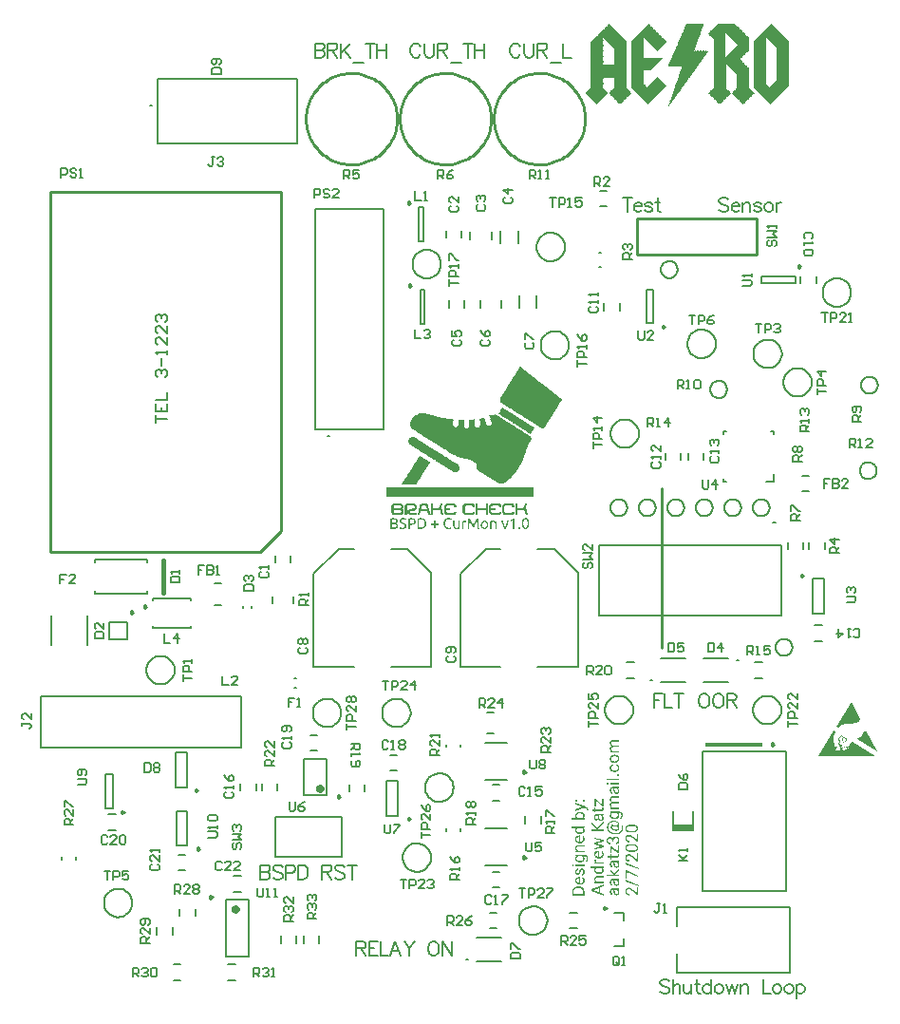
<source format=gto>
G04*
G04 #@! TF.GenerationSoftware,Altium Limited,Altium Designer,20.0.11 (256)*
G04*
G04 Layer_Color=65535*
%FSLAX25Y25*%
%MOIN*%
G70*
G01*
G75*
%ADD10C,0.00500*%
%ADD11C,0.00984*%
%ADD12C,0.01575*%
%ADD13C,0.00394*%
%ADD14C,0.00787*%
%ADD15C,0.01000*%
%ADD16C,0.00600*%
%ADD17C,0.00800*%
%ADD18R,0.20200X0.01400*%
%ADD19R,0.07087X0.02000*%
G36*
X248838Y342710D02*
X248737D01*
Y342609D01*
X248838D01*
Y342508D01*
X248737D01*
Y342406D01*
X248636D01*
Y342305D01*
Y342204D01*
Y342103D01*
X248534D01*
Y342002D01*
X248636D01*
Y341901D01*
X248534D01*
Y341799D01*
X248433D01*
Y341698D01*
X248332D01*
Y341597D01*
X248433D01*
Y341496D01*
X248332D01*
Y341395D01*
Y341294D01*
Y341193D01*
X248231D01*
Y341091D01*
X248130D01*
Y340990D01*
X248231D01*
Y340889D01*
X248130D01*
Y340788D01*
X248029D01*
Y340687D01*
Y340586D01*
Y340485D01*
X247927D01*
Y340383D01*
X248029D01*
Y340282D01*
X247927D01*
Y340181D01*
X247826D01*
Y340080D01*
X247725D01*
Y339979D01*
X247826D01*
Y339878D01*
X247725D01*
Y339777D01*
Y339675D01*
Y339574D01*
X247624D01*
Y339473D01*
X247523D01*
Y339372D01*
X247624D01*
Y339271D01*
X247523D01*
Y339170D01*
Y339069D01*
Y338967D01*
X247422D01*
Y338866D01*
X247321D01*
Y338765D01*
X247422D01*
Y338664D01*
X247321D01*
Y338563D01*
Y338462D01*
X247219D01*
Y338361D01*
Y338259D01*
X247118D01*
Y338158D01*
X247219D01*
Y338057D01*
X247118D01*
Y337956D01*
X247017D01*
Y337855D01*
Y337754D01*
Y337652D01*
X246916D01*
Y337551D01*
X247017D01*
Y337450D01*
X246916D01*
Y337349D01*
X246815D01*
Y337248D01*
X246714D01*
Y337147D01*
X246815D01*
Y337046D01*
X246714D01*
Y336944D01*
X246613D01*
Y336843D01*
Y336742D01*
Y336641D01*
X246512D01*
Y336540D01*
X246613D01*
Y336439D01*
X246512D01*
Y336338D01*
X246410D01*
Y336236D01*
Y336135D01*
Y336034D01*
X246309D01*
Y335933D01*
Y335832D01*
Y335731D01*
X246208D01*
Y335630D01*
X246107D01*
Y335528D01*
X246208D01*
Y335427D01*
X246107D01*
Y335326D01*
Y335225D01*
Y335124D01*
X246006D01*
Y335023D01*
X245905D01*
Y334922D01*
X246006D01*
Y334820D01*
X245905D01*
Y334719D01*
Y334618D01*
Y334517D01*
X245803D01*
Y334416D01*
X245702D01*
Y334315D01*
X245803D01*
Y334213D01*
X245702D01*
Y334112D01*
X245601D01*
Y334011D01*
Y333910D01*
Y333809D01*
X245500D01*
Y333708D01*
X245601D01*
Y333607D01*
X245500D01*
Y333505D01*
X245399D01*
Y333404D01*
X245500D01*
Y333303D01*
X245601D01*
Y333404D01*
X245702D01*
Y333303D01*
X245803D01*
Y333404D01*
X245702D01*
Y333505D01*
X245803D01*
Y333404D01*
X245905D01*
Y333303D01*
X246006D01*
Y333404D01*
X246107D01*
Y333303D01*
X246208D01*
Y333404D01*
X246107D01*
Y333505D01*
X246208D01*
Y333404D01*
X246309D01*
Y333303D01*
X246410D01*
Y333404D01*
X246512D01*
Y333303D01*
X246613D01*
Y333404D01*
X246512D01*
Y333505D01*
X246613D01*
Y333404D01*
X246714D01*
Y333303D01*
X246815D01*
Y333404D01*
X246916D01*
Y333303D01*
X247017D01*
Y333404D01*
X246916D01*
Y333505D01*
X247017D01*
Y333404D01*
X247118D01*
Y333303D01*
X247219D01*
Y333404D01*
X247321D01*
Y333303D01*
X247422D01*
Y333404D01*
X247321D01*
Y333505D01*
X247422D01*
Y333404D01*
X247523D01*
Y333303D01*
X247624D01*
Y333404D01*
X247725D01*
Y333303D01*
X247826D01*
Y333404D01*
X247725D01*
Y333505D01*
X247826D01*
Y333404D01*
X247927D01*
Y333303D01*
X248029D01*
Y333404D01*
X248130D01*
Y333303D01*
X248231D01*
Y333404D01*
X248130D01*
Y333505D01*
X248231D01*
Y333404D01*
X248332D01*
Y333303D01*
X248433D01*
Y333404D01*
X248534D01*
Y333303D01*
X248636D01*
Y333404D01*
X248534D01*
Y333505D01*
X248636D01*
Y333404D01*
X248737D01*
Y333303D01*
X248838D01*
Y333404D01*
X248939D01*
Y333303D01*
X249040D01*
Y333404D01*
X248939D01*
Y333505D01*
X249040D01*
Y333404D01*
X249141D01*
Y333303D01*
X249242D01*
Y333404D01*
X249344D01*
Y333303D01*
X249445D01*
Y333404D01*
X249344D01*
Y333505D01*
X249445D01*
Y333404D01*
X249546D01*
Y333303D01*
X249647D01*
Y333404D01*
X249748D01*
Y333303D01*
X249849D01*
Y333404D01*
X249748D01*
Y333505D01*
X249849D01*
Y333404D01*
X249951D01*
Y333303D01*
X250052D01*
Y333404D01*
X250153D01*
Y333303D01*
X250254D01*
Y333404D01*
X250153D01*
Y333505D01*
X250254D01*
Y333404D01*
X250355D01*
Y333303D01*
X250456D01*
Y333202D01*
X250355D01*
Y333101D01*
X250254D01*
Y333000D01*
X250153D01*
Y332898D01*
Y332797D01*
Y332696D01*
X250052D01*
Y332595D01*
X249951D01*
Y332494D01*
X249849D01*
Y332393D01*
X249748D01*
Y332292D01*
X249849D01*
Y332190D01*
X249546D01*
Y332089D01*
X249647D01*
Y331988D01*
X249546D01*
Y331887D01*
X249445D01*
Y331786D01*
X249344D01*
Y331685D01*
X249242D01*
Y331584D01*
X249141D01*
Y331483D01*
Y331381D01*
Y331280D01*
X249040D01*
Y331179D01*
X248939D01*
Y331078D01*
X248838D01*
Y330977D01*
X248737D01*
Y330876D01*
X248636D01*
Y330774D01*
X248534D01*
Y330673D01*
X248636D01*
Y330572D01*
X248534D01*
Y330471D01*
X248433D01*
Y330370D01*
X248332D01*
Y330269D01*
X248231D01*
Y330168D01*
X248130D01*
Y330066D01*
Y329965D01*
X248029D01*
Y329864D01*
Y329763D01*
X247927D01*
Y329662D01*
X247826D01*
Y329561D01*
X247725D01*
Y329460D01*
X247624D01*
Y329358D01*
X247523D01*
Y329257D01*
X247624D01*
Y329156D01*
X247422D01*
Y329055D01*
Y328954D01*
X247321D01*
Y328853D01*
X247219D01*
Y328751D01*
X247118D01*
Y328650D01*
Y328549D01*
X247017D01*
Y328448D01*
Y328347D01*
X246916D01*
Y328246D01*
X246815D01*
Y328145D01*
X246714D01*
Y328044D01*
X246613D01*
Y327942D01*
X246512D01*
Y327841D01*
X246613D01*
Y327740D01*
X246410D01*
Y327639D01*
Y327538D01*
X246309D01*
Y327437D01*
X246208D01*
Y327335D01*
X246107D01*
Y327234D01*
Y327133D01*
X246006D01*
Y327032D01*
Y326931D01*
X245905D01*
Y326830D01*
X245803D01*
Y326729D01*
X245702D01*
Y326627D01*
X245601D01*
Y326526D01*
X245500D01*
Y326425D01*
X245601D01*
Y326324D01*
X245399D01*
Y326223D01*
Y326122D01*
X245298D01*
Y326021D01*
X245197D01*
Y325919D01*
X245095D01*
Y325818D01*
Y325717D01*
X244994D01*
Y325616D01*
Y325515D01*
X244893D01*
Y325414D01*
X244792D01*
Y325312D01*
X244691D01*
Y325211D01*
X244590D01*
Y325110D01*
X244489D01*
Y325009D01*
X244590D01*
Y324908D01*
X244387D01*
Y324807D01*
Y324706D01*
X244286D01*
Y324605D01*
X244185D01*
Y324503D01*
X244084D01*
Y324402D01*
Y324301D01*
X243882D01*
Y324200D01*
X243983D01*
Y324099D01*
X243882D01*
Y323998D01*
X243780D01*
Y323896D01*
X243679D01*
Y323795D01*
X243578D01*
Y323694D01*
X243477D01*
Y323593D01*
X243578D01*
Y323492D01*
X243275D01*
Y323391D01*
X243376D01*
Y323290D01*
X243275D01*
Y323188D01*
X243174D01*
Y323087D01*
X243073D01*
Y322986D01*
Y322885D01*
X242870D01*
Y322784D01*
Y322683D01*
Y322582D01*
X242769D01*
Y322480D01*
X242668D01*
Y322379D01*
X242567D01*
Y322278D01*
X242466D01*
Y322177D01*
X242567D01*
Y322076D01*
X242263D01*
Y321975D01*
X242364D01*
Y321873D01*
X242263D01*
Y321772D01*
X242162D01*
Y321671D01*
X242061D01*
Y321570D01*
X241960D01*
Y321469D01*
X241859D01*
Y321368D01*
X241960D01*
Y321267D01*
X241859D01*
Y321165D01*
X241757D01*
Y321064D01*
X241656D01*
Y320963D01*
X241555D01*
Y320862D01*
X241454D01*
Y320761D01*
X241353D01*
Y320660D01*
X241252D01*
Y320559D01*
X241353D01*
Y320457D01*
X241252D01*
Y320356D01*
X241151D01*
Y320255D01*
X241050D01*
Y320154D01*
X240948D01*
Y320053D01*
X240847D01*
Y319952D01*
Y319851D01*
Y319749D01*
X240746D01*
Y319648D01*
X240645D01*
Y319547D01*
X240544D01*
Y319446D01*
X240443D01*
Y319345D01*
X240544D01*
Y319244D01*
X240443D01*
Y319345D01*
X240341D01*
Y319244D01*
X240240D01*
Y319143D01*
X240341D01*
Y319041D01*
X240240D01*
Y318940D01*
X240139D01*
Y318839D01*
X240038D01*
Y318738D01*
X239937D01*
Y318637D01*
X239836D01*
Y318536D01*
Y318435D01*
Y318333D01*
X239735D01*
Y318232D01*
X239633D01*
Y318131D01*
X239532D01*
Y318030D01*
X239431D01*
Y317929D01*
X239330D01*
Y317828D01*
X239229D01*
Y317726D01*
X239330D01*
Y317625D01*
X239229D01*
Y317524D01*
X239128D01*
Y317423D01*
X239027D01*
Y317322D01*
X238925D01*
Y317221D01*
X238824D01*
Y317120D01*
Y317018D01*
X238723D01*
Y316917D01*
Y316816D01*
X238622D01*
Y316715D01*
X238521D01*
Y316614D01*
X238420D01*
Y316513D01*
X238318D01*
Y316411D01*
X238217D01*
Y316310D01*
X238318D01*
Y316209D01*
X238015D01*
Y316108D01*
X238116D01*
Y316007D01*
X238015D01*
Y315906D01*
X237914D01*
Y315805D01*
X237813D01*
Y315704D01*
Y315602D01*
X237712D01*
Y315501D01*
Y315400D01*
X237611D01*
Y315299D01*
X237509D01*
Y315198D01*
X237408D01*
Y315097D01*
X237307D01*
Y314996D01*
X237206D01*
Y314894D01*
X237307D01*
Y314793D01*
X237105D01*
Y314692D01*
Y314591D01*
X237004D01*
Y314490D01*
X236902D01*
Y314389D01*
X236801D01*
Y314287D01*
Y314186D01*
X236700D01*
Y314085D01*
Y313984D01*
X236599D01*
Y313883D01*
X236498D01*
Y313782D01*
X236397D01*
Y313681D01*
X236296D01*
Y313782D01*
X236194D01*
Y313883D01*
X236296D01*
Y313984D01*
X236397D01*
Y314085D01*
X236498D01*
Y314186D01*
X236397D01*
Y314287D01*
X236498D01*
Y314389D01*
X236397D01*
Y314490D01*
X236498D01*
Y314591D01*
X236599D01*
Y314692D01*
X236700D01*
Y314793D01*
X236599D01*
Y314894D01*
X236700D01*
Y314996D01*
Y315097D01*
Y315198D01*
X236801D01*
Y315299D01*
X236902D01*
Y315400D01*
X236801D01*
Y315501D01*
X236902D01*
Y315602D01*
X236801D01*
Y315704D01*
X237004D01*
Y315805D01*
Y315906D01*
X237105D01*
Y316007D01*
X237004D01*
Y316108D01*
X237105D01*
Y316209D01*
Y316310D01*
X237206D01*
Y316411D01*
Y316513D01*
X237307D01*
Y316614D01*
X237206D01*
Y316715D01*
X237307D01*
Y316816D01*
X237206D01*
Y316917D01*
X237408D01*
Y317018D01*
Y317120D01*
X237509D01*
Y317221D01*
X237408D01*
Y317322D01*
X237509D01*
Y317423D01*
X237611D01*
Y317524D01*
Y317625D01*
Y317726D01*
X237712D01*
Y317828D01*
X237611D01*
Y317929D01*
X237712D01*
Y318030D01*
X237813D01*
Y318131D01*
Y318232D01*
Y318333D01*
X237914D01*
Y318435D01*
Y318536D01*
Y318637D01*
X238015D01*
Y318738D01*
Y318839D01*
Y318940D01*
X238116D01*
Y319041D01*
Y319143D01*
Y319244D01*
X238217D01*
Y319345D01*
X238318D01*
Y319446D01*
X238217D01*
Y319547D01*
X238318D01*
Y319648D01*
Y319749D01*
Y319851D01*
X238420D01*
Y319952D01*
Y320053D01*
Y320154D01*
X238521D01*
Y320255D01*
Y320356D01*
Y320457D01*
X238622D01*
Y320559D01*
X238723D01*
Y320660D01*
X238622D01*
Y320761D01*
X238723D01*
Y320862D01*
Y320963D01*
Y321064D01*
X238824D01*
Y321165D01*
X238925D01*
Y321267D01*
X238824D01*
Y321368D01*
X238925D01*
Y321469D01*
X239027D01*
Y321570D01*
X238925D01*
Y321671D01*
X239027D01*
Y321772D01*
X239128D01*
Y321873D01*
X239027D01*
Y321975D01*
X239128D01*
Y322076D01*
X239229D01*
Y322177D01*
Y322278D01*
Y322379D01*
X239330D01*
Y322480D01*
X239229D01*
Y322582D01*
X239330D01*
Y322683D01*
X239431D01*
Y322784D01*
Y322885D01*
Y322986D01*
X239532D01*
Y323087D01*
X239431D01*
Y323188D01*
X239532D01*
Y323290D01*
X239633D01*
Y323391D01*
X239735D01*
Y323492D01*
X239633D01*
Y323593D01*
X239735D01*
Y323694D01*
X239633D01*
Y323795D01*
X239735D01*
Y323896D01*
X239836D01*
Y323998D01*
X239937D01*
Y324099D01*
X239836D01*
Y324200D01*
X239937D01*
Y324301D01*
Y324402D01*
Y324503D01*
X240038D01*
Y324605D01*
X240139D01*
Y324706D01*
X240038D01*
Y324807D01*
X240139D01*
Y324908D01*
X240038D01*
Y325009D01*
X240139D01*
Y325110D01*
X240240D01*
Y325211D01*
X240341D01*
Y325312D01*
X240240D01*
Y325414D01*
X240341D01*
Y325515D01*
Y325616D01*
X240443D01*
Y325717D01*
Y325818D01*
X240544D01*
Y325919D01*
X240443D01*
Y326021D01*
X240544D01*
Y326122D01*
Y326223D01*
X240645D01*
Y326324D01*
Y326425D01*
X240746D01*
Y326526D01*
X240645D01*
Y326627D01*
X240746D01*
Y326729D01*
X240847D01*
Y326830D01*
Y326931D01*
Y327032D01*
X240948D01*
Y327133D01*
X240847D01*
Y327234D01*
X240948D01*
Y327335D01*
Y327437D01*
X241050D01*
Y327538D01*
Y327639D01*
X241151D01*
Y327740D01*
X241050D01*
Y327841D01*
X240948D01*
Y327942D01*
X240847D01*
Y327841D01*
X240544D01*
Y327942D01*
X240443D01*
Y327841D01*
X240139D01*
Y327942D01*
X240038D01*
Y327841D01*
X239735D01*
Y327942D01*
X239633D01*
Y327841D01*
X239330D01*
Y327942D01*
X239229D01*
Y327841D01*
X238925D01*
Y327942D01*
X238824D01*
Y327841D01*
X238521D01*
Y327942D01*
X238420D01*
Y327841D01*
X238116D01*
Y327942D01*
X238015D01*
Y327841D01*
X237712D01*
Y327942D01*
X237611D01*
Y327841D01*
X237307D01*
Y327942D01*
X237206D01*
Y327841D01*
X236902D01*
Y327942D01*
X236801D01*
Y327841D01*
X236498D01*
Y327942D01*
X236397D01*
Y327841D01*
X236296D01*
Y327942D01*
X236194D01*
Y328044D01*
X236296D01*
Y328145D01*
Y328246D01*
Y328347D01*
X236397D01*
Y328448D01*
X236498D01*
Y328549D01*
X236397D01*
Y328650D01*
X236498D01*
Y328751D01*
X236599D01*
Y328853D01*
X236700D01*
Y328954D01*
X236599D01*
Y329055D01*
X236700D01*
Y329156D01*
X236801D01*
Y329257D01*
Y329358D01*
Y329460D01*
X236902D01*
Y329561D01*
Y329662D01*
Y329763D01*
X237004D01*
Y329864D01*
X237105D01*
Y329965D01*
X237004D01*
Y330066D01*
X237105D01*
Y330168D01*
X237206D01*
Y330269D01*
X237307D01*
Y330370D01*
X237206D01*
Y330471D01*
X237307D01*
Y330572D01*
X237408D01*
Y330673D01*
Y330774D01*
Y330876D01*
X237509D01*
Y330977D01*
Y331078D01*
X237611D01*
Y331179D01*
Y331280D01*
X237712D01*
Y331381D01*
X237611D01*
Y331483D01*
X237712D01*
Y331584D01*
X237813D01*
Y331685D01*
X237914D01*
Y331786D01*
X237813D01*
Y331887D01*
X237914D01*
Y331988D01*
X238015D01*
Y332089D01*
Y332190D01*
Y332292D01*
X238116D01*
Y332393D01*
X238217D01*
Y332494D01*
X238318D01*
Y332595D01*
X238217D01*
Y332696D01*
X238318D01*
Y332797D01*
Y332898D01*
X238420D01*
Y333000D01*
Y333101D01*
X238521D01*
Y333202D01*
Y333303D01*
Y333404D01*
X238622D01*
Y333505D01*
X238723D01*
Y333607D01*
X238622D01*
Y333708D01*
X238723D01*
Y333809D01*
X238824D01*
Y333910D01*
X238925D01*
Y334011D01*
X238824D01*
Y334112D01*
X238925D01*
Y334213D01*
Y334315D01*
X239027D01*
Y334416D01*
Y334517D01*
X239128D01*
Y334618D01*
Y334719D01*
Y334820D01*
X239229D01*
Y334922D01*
X239330D01*
Y335023D01*
X239229D01*
Y335124D01*
X239330D01*
Y335225D01*
X239431D01*
Y335326D01*
X239532D01*
Y335427D01*
X239431D01*
Y335528D01*
X239532D01*
Y335630D01*
X239633D01*
Y335731D01*
Y335832D01*
Y335933D01*
X239735D01*
Y336034D01*
Y336135D01*
Y336236D01*
X239836D01*
Y336338D01*
X239937D01*
Y336439D01*
Y336540D01*
Y336641D01*
X240038D01*
Y336742D01*
X240139D01*
Y336843D01*
X240038D01*
Y336944D01*
X240139D01*
Y337046D01*
X240240D01*
Y337147D01*
X240341D01*
Y337248D01*
X240240D01*
Y337349D01*
X240341D01*
Y337450D01*
X240443D01*
Y337551D01*
Y337652D01*
Y337754D01*
X240544D01*
Y337855D01*
X240443D01*
Y337956D01*
X240645D01*
Y338057D01*
Y338158D01*
X240746D01*
Y338259D01*
Y338361D01*
Y338462D01*
X240847D01*
Y338563D01*
X240948D01*
Y338664D01*
X240847D01*
Y338765D01*
X240948D01*
Y338866D01*
X241050D01*
Y338967D01*
X241151D01*
Y339069D01*
X241050D01*
Y339170D01*
X241151D01*
Y339271D01*
Y339372D01*
X241252D01*
Y339473D01*
Y339574D01*
X241353D01*
Y339675D01*
Y339777D01*
Y339878D01*
X241454D01*
Y339979D01*
X241555D01*
Y340080D01*
X241454D01*
Y340181D01*
X241555D01*
Y340282D01*
X241656D01*
Y340383D01*
X241757D01*
Y340485D01*
X241656D01*
Y340586D01*
X241757D01*
Y340687D01*
Y340788D01*
X241859D01*
Y340889D01*
Y340990D01*
X241960D01*
Y341091D01*
Y341193D01*
Y341294D01*
X242061D01*
Y341193D01*
X242162D01*
Y341294D01*
X242061D01*
Y341395D01*
X242162D01*
Y341496D01*
X242061D01*
Y341597D01*
X242162D01*
Y341698D01*
X242263D01*
Y341799D01*
X242364D01*
Y341901D01*
X242263D01*
Y342002D01*
X242364D01*
Y342103D01*
X242466D01*
Y342204D01*
Y342305D01*
Y342406D01*
X242567D01*
Y342508D01*
X242668D01*
Y342609D01*
Y342710D01*
Y342811D01*
X248838D01*
Y342710D01*
D02*
G37*
G36*
X229519Y342609D02*
X229822D01*
Y342508D01*
X229721D01*
Y342406D01*
X230025D01*
Y342305D01*
X229923D01*
Y342204D01*
X230227D01*
Y342103D01*
X230126D01*
Y342002D01*
X230429D01*
Y341901D01*
X230328D01*
Y341799D01*
X230631D01*
Y341698D01*
X230530D01*
Y341597D01*
X230834D01*
Y341496D01*
X230732D01*
Y341395D01*
X231036D01*
Y341294D01*
X230935D01*
Y341193D01*
X231238D01*
Y341091D01*
X231137D01*
Y340990D01*
X231440D01*
Y340889D01*
X231339D01*
Y340788D01*
X231643D01*
Y340687D01*
X231542D01*
Y340586D01*
X231845D01*
Y340485D01*
X231744D01*
Y340383D01*
X232047D01*
Y340282D01*
X231946D01*
Y340181D01*
X232250D01*
Y340080D01*
X232149D01*
Y339979D01*
X232452D01*
Y339878D01*
X232351D01*
Y339777D01*
X232654D01*
Y339675D01*
X232553D01*
Y339574D01*
X232857D01*
Y339473D01*
X232755D01*
Y339372D01*
X233059D01*
Y339271D01*
X232958D01*
Y339170D01*
X233261D01*
Y339069D01*
X233160D01*
Y338967D01*
X233464D01*
Y338866D01*
X233362D01*
Y338765D01*
X233666D01*
Y338664D01*
X233565D01*
Y338563D01*
X233868D01*
Y338462D01*
X233767D01*
Y338361D01*
X234070D01*
Y338259D01*
X233969D01*
Y338158D01*
X234273D01*
Y338057D01*
X234172D01*
Y337956D01*
X234475D01*
Y337855D01*
X234374D01*
Y337754D01*
X234677D01*
Y337652D01*
X234576D01*
Y337551D01*
X234879D01*
Y337450D01*
X234778D01*
Y337349D01*
X235082D01*
Y337248D01*
X234981D01*
Y337147D01*
X235284D01*
Y337046D01*
X235183D01*
Y336944D01*
X235486D01*
Y336843D01*
X235385D01*
Y336742D01*
X235689D01*
Y336641D01*
X235588D01*
Y336540D01*
X235891D01*
Y336439D01*
X235790D01*
Y336338D01*
X235689D01*
Y336236D01*
X235588D01*
Y336135D01*
X235486D01*
Y336034D01*
X235385D01*
Y335933D01*
X235284D01*
Y335832D01*
X235183D01*
Y335731D01*
X235082D01*
Y335630D01*
X234981D01*
Y335528D01*
X234879D01*
Y335427D01*
X234778D01*
Y335326D01*
X234677D01*
Y335225D01*
X234576D01*
Y335124D01*
X234475D01*
Y335023D01*
X234374D01*
Y334922D01*
X234273D01*
Y334820D01*
X234172D01*
Y334719D01*
X234070D01*
Y334618D01*
X233969D01*
Y334517D01*
X233868D01*
Y334416D01*
X233767D01*
Y334315D01*
X233666D01*
Y334213D01*
X233565D01*
Y334112D01*
X233464D01*
Y334011D01*
X233362D01*
Y333910D01*
X233261D01*
Y333809D01*
X233160D01*
Y333708D01*
X233059D01*
Y333607D01*
X232958D01*
Y333505D01*
X232857D01*
Y333404D01*
X232755D01*
Y333303D01*
X232654D01*
Y333202D01*
X232553D01*
Y333101D01*
X232452D01*
Y333202D01*
X232351D01*
Y333303D01*
X232250D01*
Y333404D01*
X232149D01*
Y333505D01*
X232047D01*
Y333607D01*
X231946D01*
Y333708D01*
X231845D01*
Y333809D01*
X231744D01*
Y333910D01*
X231643D01*
Y334011D01*
X231542D01*
Y334112D01*
X231440D01*
Y334213D01*
X231339D01*
Y334315D01*
X231238D01*
Y334416D01*
X231137D01*
Y334517D01*
X231036D01*
Y334618D01*
X230935D01*
Y334719D01*
X230834D01*
Y334820D01*
X230732D01*
Y334922D01*
X230631D01*
Y335023D01*
X230530D01*
Y335124D01*
X230429D01*
Y335225D01*
X230328D01*
Y335326D01*
X230227D01*
Y335427D01*
X230126D01*
Y335528D01*
X230025D01*
Y335630D01*
X229923D01*
Y335731D01*
X229822D01*
Y335832D01*
X229721D01*
Y335933D01*
X229620D01*
Y336034D01*
X229519D01*
Y336135D01*
X229418D01*
Y336236D01*
X229316D01*
Y336338D01*
X229215D01*
Y336439D01*
X229114D01*
Y336540D01*
X229013D01*
Y336641D01*
X228912D01*
Y336742D01*
X228811D01*
Y336843D01*
X228710D01*
Y336944D01*
X228608D01*
Y337046D01*
X228507D01*
Y337147D01*
X228406D01*
Y337248D01*
X228305D01*
Y337349D01*
X228204D01*
Y337450D01*
X228103D01*
Y337551D01*
X228001D01*
Y337652D01*
X227900D01*
Y337754D01*
X227799D01*
Y337855D01*
X227698D01*
Y337754D01*
X227799D01*
Y337652D01*
X227698D01*
Y337551D01*
X227799D01*
Y337450D01*
X227698D01*
Y337349D01*
X227799D01*
Y337248D01*
X227698D01*
Y337147D01*
X227799D01*
Y337046D01*
X227698D01*
Y336944D01*
X227799D01*
Y336843D01*
X227698D01*
Y336742D01*
X227799D01*
Y336641D01*
X227698D01*
Y336540D01*
X227799D01*
Y336439D01*
X227698D01*
Y336338D01*
X227799D01*
Y336236D01*
X227698D01*
Y336135D01*
X227799D01*
Y336034D01*
X227698D01*
Y335933D01*
X227799D01*
Y335832D01*
X227698D01*
Y335731D01*
X227799D01*
Y335630D01*
X227698D01*
Y335528D01*
X227799D01*
Y335427D01*
X227698D01*
Y335326D01*
X227799D01*
Y335225D01*
X227698D01*
Y335124D01*
X227799D01*
Y335023D01*
X227698D01*
Y334922D01*
X227799D01*
Y334820D01*
X227698D01*
Y334719D01*
X227799D01*
Y334618D01*
X227698D01*
Y334517D01*
X227799D01*
Y334416D01*
X227698D01*
Y334315D01*
X227799D01*
Y334213D01*
X227698D01*
Y334112D01*
X227799D01*
Y334011D01*
X227698D01*
Y333910D01*
X227799D01*
Y333809D01*
X227698D01*
Y333708D01*
X227799D01*
Y333607D01*
X227698D01*
Y333505D01*
X227799D01*
Y333404D01*
X227698D01*
Y333303D01*
X227799D01*
Y333202D01*
X227698D01*
Y333101D01*
X227799D01*
Y333000D01*
X227698D01*
Y332898D01*
X227799D01*
Y332797D01*
X227698D01*
Y332696D01*
X227799D01*
Y332595D01*
X227698D01*
Y332494D01*
X227799D01*
Y332393D01*
X227698D01*
Y332292D01*
X227799D01*
Y332190D01*
X227698D01*
Y332089D01*
X227799D01*
Y331988D01*
X227698D01*
Y331887D01*
X227799D01*
Y331786D01*
X227698D01*
Y331685D01*
X227799D01*
Y331584D01*
X227698D01*
Y331483D01*
X227799D01*
Y331381D01*
X227698D01*
Y331280D01*
X227799D01*
Y331179D01*
X227698D01*
Y331078D01*
X227799D01*
Y330977D01*
X227698D01*
Y330876D01*
X227799D01*
Y330774D01*
X227900D01*
Y330673D01*
X228001D01*
Y330774D01*
X228103D01*
Y330876D01*
X228204D01*
Y330774D01*
X228305D01*
Y330673D01*
X228406D01*
Y330774D01*
X228507D01*
Y330876D01*
X228608D01*
Y330774D01*
X228710D01*
Y330673D01*
X228811D01*
Y330774D01*
X228912D01*
Y330876D01*
X229013D01*
Y330774D01*
X229114D01*
Y330673D01*
X229215D01*
Y330774D01*
X229316D01*
Y330876D01*
X229418D01*
Y330774D01*
X229519D01*
Y330673D01*
X229620D01*
Y330774D01*
X229721D01*
Y330876D01*
X229822D01*
Y330774D01*
X229923D01*
Y330673D01*
X230025D01*
Y330774D01*
X230126D01*
Y330876D01*
X230227D01*
Y330774D01*
X230328D01*
Y330673D01*
X230429D01*
Y330774D01*
X230530D01*
Y330876D01*
X230631D01*
Y330774D01*
X230732D01*
Y330673D01*
X230834D01*
Y330774D01*
X230935D01*
Y330876D01*
X231036D01*
Y330774D01*
X231137D01*
Y330673D01*
X231238D01*
Y330774D01*
X231339D01*
Y330876D01*
X231440D01*
Y330774D01*
X231542D01*
Y330673D01*
X231643D01*
Y330774D01*
X231744D01*
Y330876D01*
X231845D01*
Y330774D01*
X231946D01*
Y330673D01*
X232047D01*
Y330774D01*
X232149D01*
Y330876D01*
X232250D01*
Y330774D01*
X232351D01*
Y330673D01*
X232452D01*
Y330774D01*
X232553D01*
Y330876D01*
X232654D01*
Y330774D01*
X232755D01*
Y330673D01*
X232857D01*
Y330774D01*
X232958D01*
Y330876D01*
X233059D01*
Y330774D01*
X233160D01*
Y330673D01*
X233261D01*
Y330774D01*
X233362D01*
Y330876D01*
X233464D01*
Y330774D01*
X233565D01*
Y330673D01*
X233666D01*
Y330774D01*
X233767D01*
Y330876D01*
X233868D01*
Y330774D01*
X233969D01*
Y330673D01*
X234070D01*
Y330774D01*
X234172D01*
Y330673D01*
X234273D01*
Y330572D01*
X234172D01*
Y330471D01*
X234070D01*
Y330370D01*
X233868D01*
Y330269D01*
Y330168D01*
X233666D01*
Y330066D01*
Y329965D01*
X233464D01*
Y329864D01*
Y329763D01*
X233362D01*
Y329662D01*
X233261D01*
Y329561D01*
X233059D01*
Y329460D01*
Y329358D01*
X232857D01*
Y329257D01*
Y329156D01*
X232654D01*
Y329055D01*
Y328954D01*
X232553D01*
Y328853D01*
X232452D01*
Y328751D01*
X232351D01*
Y328650D01*
X232250D01*
Y328549D01*
X232149D01*
Y328448D01*
X232047D01*
Y328347D01*
X231946D01*
Y328246D01*
X231845D01*
Y328145D01*
X231744D01*
Y328044D01*
X231643D01*
Y327942D01*
X231542D01*
Y327841D01*
X231440D01*
Y327740D01*
X231339D01*
Y327639D01*
X231238D01*
Y327538D01*
X231137D01*
Y327437D01*
X231036D01*
Y327335D01*
X230935D01*
Y327234D01*
X230834D01*
Y327133D01*
X230732D01*
Y327032D01*
X230631D01*
Y326931D01*
X230530D01*
Y326830D01*
X230429D01*
Y326729D01*
X230328D01*
Y326627D01*
X230227D01*
Y326526D01*
X227698D01*
Y326425D01*
X227799D01*
Y326324D01*
X227698D01*
Y326223D01*
X227799D01*
Y326122D01*
X227698D01*
Y326021D01*
X227799D01*
Y325919D01*
X227698D01*
Y325818D01*
X227799D01*
Y325717D01*
X227698D01*
Y325616D01*
X227799D01*
Y325515D01*
X227698D01*
Y325414D01*
X227799D01*
Y325312D01*
X227698D01*
Y325211D01*
X227799D01*
Y325110D01*
X227698D01*
Y325009D01*
X227799D01*
Y324908D01*
X227698D01*
Y324807D01*
X227799D01*
Y324706D01*
X227698D01*
Y324605D01*
X227799D01*
Y324503D01*
X227698D01*
Y324402D01*
X227799D01*
Y324301D01*
X227698D01*
Y324200D01*
X227799D01*
Y324099D01*
X227698D01*
Y323998D01*
X227799D01*
Y323896D01*
X227698D01*
Y323795D01*
X227799D01*
Y323694D01*
X227698D01*
Y323593D01*
X227799D01*
Y323492D01*
X227698D01*
Y323391D01*
X227799D01*
Y323290D01*
X227698D01*
Y323188D01*
X227799D01*
Y323087D01*
X227698D01*
Y322986D01*
X227799D01*
Y322885D01*
X227698D01*
Y322784D01*
X227799D01*
Y322683D01*
X227698D01*
Y322582D01*
X227799D01*
Y322480D01*
X227698D01*
Y322379D01*
X227799D01*
Y322278D01*
X227698D01*
Y322177D01*
X227799D01*
Y322076D01*
X227698D01*
Y321975D01*
X227799D01*
Y321873D01*
X227698D01*
Y321772D01*
X227799D01*
Y321671D01*
X227698D01*
Y321570D01*
X227900D01*
Y321469D01*
Y321368D01*
X228204D01*
Y321267D01*
Y321165D01*
X228406D01*
Y321064D01*
X228305D01*
Y320963D01*
X228608D01*
Y320862D01*
Y320761D01*
X228811D01*
Y320660D01*
Y320559D01*
X229013D01*
Y320660D01*
Y320761D01*
X229215D01*
Y320862D01*
X229114D01*
Y320963D01*
X229418D01*
Y321064D01*
Y321165D01*
X229620D01*
Y321267D01*
X229519D01*
Y321368D01*
X229822D01*
Y321469D01*
Y321570D01*
X230025D01*
Y321671D01*
X229923D01*
Y321772D01*
X230227D01*
Y321873D01*
X230328D01*
Y321975D01*
X230429D01*
Y322076D01*
X230328D01*
Y322177D01*
X230631D01*
Y322278D01*
Y322379D01*
X230834D01*
Y322480D01*
X230732D01*
Y322582D01*
X231036D01*
Y322683D01*
Y322784D01*
X231238D01*
Y322885D01*
X231137D01*
Y322986D01*
X231440D01*
Y323087D01*
Y323188D01*
X231643D01*
Y323290D01*
X231542D01*
Y323391D01*
X231845D01*
Y323492D01*
X231946D01*
Y323593D01*
X232047D01*
Y323694D01*
X231946D01*
Y323795D01*
X232250D01*
Y323896D01*
Y323998D01*
X232452D01*
Y324099D01*
X232351D01*
Y324200D01*
X232452D01*
Y324099D01*
X232553D01*
Y323998D01*
X232654D01*
Y323896D01*
X232755D01*
Y323795D01*
X232857D01*
Y323694D01*
X232958D01*
Y323593D01*
X233059D01*
Y323492D01*
X233160D01*
Y323391D01*
X233261D01*
Y323290D01*
X233362D01*
Y323188D01*
X233464D01*
Y323087D01*
X233565D01*
Y322986D01*
X233666D01*
Y322885D01*
X233767D01*
Y322784D01*
X233868D01*
Y322683D01*
X233969D01*
Y322582D01*
X234070D01*
Y322480D01*
X234172D01*
Y322379D01*
X234273D01*
Y322278D01*
X234374D01*
Y322177D01*
X234475D01*
Y322076D01*
X234576D01*
Y321975D01*
X234677D01*
Y321873D01*
X234778D01*
Y321772D01*
X234981D01*
Y321671D01*
Y321570D01*
X235183D01*
Y321469D01*
Y321368D01*
X235385D01*
Y321267D01*
Y321165D01*
X235486D01*
Y321064D01*
X235588D01*
Y320963D01*
X235689D01*
Y320862D01*
X235486D01*
Y320761D01*
Y320660D01*
X235183D01*
Y320559D01*
X235284D01*
Y320457D01*
X235082D01*
Y320356D01*
Y320255D01*
X234778D01*
Y320154D01*
X234879D01*
Y320053D01*
X234677D01*
Y319952D01*
Y319851D01*
X234374D01*
Y319749D01*
X234475D01*
Y319648D01*
X234273D01*
Y319547D01*
Y319446D01*
X233969D01*
Y319345D01*
X234070D01*
Y319244D01*
X233868D01*
Y319143D01*
Y319041D01*
X233565D01*
Y318940D01*
X233666D01*
Y318839D01*
X233362D01*
Y318738D01*
X233464D01*
Y318637D01*
X233160D01*
Y318536D01*
X233261D01*
Y318435D01*
X232958D01*
Y318333D01*
X233059D01*
Y318232D01*
X232755D01*
Y318131D01*
X232857D01*
Y318030D01*
X232553D01*
Y317929D01*
X232654D01*
Y317828D01*
X232351D01*
Y317726D01*
X232452D01*
Y317625D01*
X232149D01*
Y317524D01*
X232250D01*
Y317423D01*
X231946D01*
Y317322D01*
X232047D01*
Y317221D01*
X231744D01*
Y317120D01*
X231845D01*
Y317018D01*
X231744D01*
Y317120D01*
X231643D01*
Y317018D01*
X231542D01*
Y316917D01*
X231643D01*
Y316816D01*
X231339D01*
Y316715D01*
X231440D01*
Y316614D01*
X231137D01*
Y316513D01*
X231238D01*
Y316411D01*
X230935D01*
Y316310D01*
X231036D01*
Y316209D01*
X230935D01*
Y316310D01*
X230834D01*
Y316209D01*
X230732D01*
Y316108D01*
X230834D01*
Y316007D01*
X230530D01*
Y315906D01*
X230631D01*
Y315805D01*
X230328D01*
Y315704D01*
X230429D01*
Y315602D01*
X230126D01*
Y315501D01*
X230025D01*
Y315400D01*
X229923D01*
Y315299D01*
X230025D01*
Y315198D01*
X229721D01*
Y315097D01*
X229620D01*
Y314996D01*
X229519D01*
Y314894D01*
X229620D01*
Y314793D01*
X229519D01*
Y314894D01*
X229418D01*
Y314793D01*
X229316D01*
Y314692D01*
X229215D01*
Y314591D01*
X229114D01*
Y314490D01*
X229013D01*
Y314591D01*
X228912D01*
Y314692D01*
X228811D01*
Y314793D01*
X228710D01*
Y314894D01*
X228608D01*
Y314996D01*
X228507D01*
Y315097D01*
X228406D01*
Y315198D01*
X228305D01*
Y315299D01*
X228204D01*
Y315400D01*
X228103D01*
Y315501D01*
X228001D01*
Y315602D01*
X227900D01*
Y315704D01*
X228001D01*
Y315805D01*
X227698D01*
Y315906D01*
X227799D01*
Y316007D01*
X227496D01*
Y316108D01*
X227597D01*
Y316209D01*
X227293D01*
Y316310D01*
X227395D01*
Y316411D01*
X227091D01*
Y316513D01*
X227192D01*
Y316614D01*
X226889D01*
Y316715D01*
X226990D01*
Y316816D01*
X226687D01*
Y316917D01*
X226788D01*
Y317018D01*
X226484D01*
Y317120D01*
X226586D01*
Y317221D01*
X226282D01*
Y317322D01*
X226383D01*
Y317423D01*
X226080D01*
Y317524D01*
X226181D01*
Y317625D01*
X225877D01*
Y317726D01*
X225979D01*
Y317828D01*
X225675D01*
Y317929D01*
X225776D01*
Y318030D01*
X225473D01*
Y318131D01*
X225574D01*
Y318232D01*
X225271D01*
Y318333D01*
X225372D01*
Y318435D01*
X225068D01*
Y318536D01*
X225169D01*
Y318637D01*
X224866D01*
Y318738D01*
X224967D01*
Y318839D01*
X224664D01*
Y318940D01*
X224765D01*
Y319041D01*
X224461D01*
Y319143D01*
X224563D01*
Y319244D01*
X224259D01*
Y319345D01*
X224360D01*
Y319446D01*
X224057D01*
Y319547D01*
X224158D01*
Y319648D01*
X223854D01*
Y319749D01*
X223956D01*
Y319851D01*
X223652D01*
Y319952D01*
X223753D01*
Y320053D01*
X223450D01*
Y320154D01*
X223551D01*
Y320255D01*
X223450D01*
Y320356D01*
X223349D01*
Y320457D01*
X223450D01*
Y320559D01*
X223349D01*
Y320660D01*
X223450D01*
Y320761D01*
X223349D01*
Y320862D01*
X223450D01*
Y320963D01*
X223349D01*
Y321064D01*
X223450D01*
Y321165D01*
X223349D01*
Y321267D01*
X223450D01*
Y321368D01*
X223349D01*
Y321469D01*
X223450D01*
Y321570D01*
X223349D01*
Y321671D01*
X223450D01*
Y321772D01*
X223349D01*
Y321873D01*
X223450D01*
Y321975D01*
X223349D01*
Y322076D01*
X223450D01*
Y322177D01*
X223349D01*
Y322278D01*
X223450D01*
Y322379D01*
X223349D01*
Y322480D01*
X223450D01*
Y322582D01*
X223349D01*
Y322683D01*
X223450D01*
Y322784D01*
X223349D01*
Y322885D01*
X223450D01*
Y322986D01*
X223349D01*
Y323087D01*
X223450D01*
Y323188D01*
X223349D01*
Y323290D01*
X223450D01*
Y323391D01*
X223349D01*
Y323492D01*
X223450D01*
Y323593D01*
X223349D01*
Y323694D01*
X223450D01*
Y323795D01*
X223349D01*
Y323896D01*
X223450D01*
Y323998D01*
X223349D01*
Y324099D01*
X223450D01*
Y324200D01*
X223349D01*
Y324301D01*
X223450D01*
Y324402D01*
X223349D01*
Y324503D01*
X223450D01*
Y324605D01*
X223349D01*
Y324706D01*
X223450D01*
Y324807D01*
X223349D01*
Y324908D01*
X223450D01*
Y325009D01*
X223349D01*
Y325110D01*
X223450D01*
Y325211D01*
X223349D01*
Y325312D01*
X223450D01*
Y325414D01*
X223349D01*
Y325515D01*
X223450D01*
Y325616D01*
X223349D01*
Y325717D01*
X223450D01*
Y325818D01*
X223349D01*
Y325919D01*
X223450D01*
Y326021D01*
X223349D01*
Y326122D01*
X223450D01*
Y326223D01*
X223349D01*
Y326324D01*
X223450D01*
Y326425D01*
X223349D01*
Y326526D01*
X223450D01*
Y326627D01*
X223349D01*
Y326729D01*
X223450D01*
Y326830D01*
X223349D01*
Y326931D01*
X223450D01*
Y327032D01*
X223349D01*
Y327133D01*
X223450D01*
Y327234D01*
X223349D01*
Y327335D01*
X223450D01*
Y327437D01*
X223349D01*
Y327538D01*
X223450D01*
Y327639D01*
X223349D01*
Y327740D01*
X223450D01*
Y327841D01*
X223349D01*
Y327942D01*
X223450D01*
Y328044D01*
X223349D01*
Y328145D01*
X223450D01*
Y328246D01*
X223349D01*
Y328347D01*
X223450D01*
Y328448D01*
X223349D01*
Y328549D01*
X223450D01*
Y328650D01*
X223349D01*
Y328751D01*
X223450D01*
Y328853D01*
X223349D01*
Y328954D01*
X223450D01*
Y329055D01*
X223349D01*
Y329156D01*
X223450D01*
Y329257D01*
X223349D01*
Y329358D01*
X223450D01*
Y329460D01*
X223349D01*
Y329561D01*
X223450D01*
Y329662D01*
X223349D01*
Y329763D01*
X223450D01*
Y329864D01*
X223349D01*
Y329965D01*
X223450D01*
Y330066D01*
X223349D01*
Y330168D01*
X223450D01*
Y330269D01*
X223349D01*
Y330370D01*
X223450D01*
Y330471D01*
X223349D01*
Y330572D01*
X223450D01*
Y330673D01*
X223349D01*
Y330774D01*
X223450D01*
Y330876D01*
X223349D01*
Y330977D01*
X223450D01*
Y331078D01*
X223349D01*
Y331179D01*
X223450D01*
Y331280D01*
X223349D01*
Y331381D01*
X223450D01*
Y331483D01*
X223349D01*
Y331584D01*
X223450D01*
Y331685D01*
X223349D01*
Y331786D01*
X223450D01*
Y331887D01*
X223349D01*
Y331988D01*
X223450D01*
Y332089D01*
X223349D01*
Y332190D01*
X223450D01*
Y332292D01*
X223349D01*
Y332393D01*
X223450D01*
Y332494D01*
X223349D01*
Y332595D01*
X223450D01*
Y332696D01*
X223349D01*
Y332797D01*
X223450D01*
Y332898D01*
X223349D01*
Y333000D01*
X223450D01*
Y333101D01*
X223349D01*
Y333202D01*
X223450D01*
Y333303D01*
X223349D01*
Y333404D01*
X223450D01*
Y333505D01*
X223349D01*
Y333607D01*
X223450D01*
Y333708D01*
X223349D01*
Y333809D01*
X223450D01*
Y333910D01*
X223349D01*
Y334011D01*
X223450D01*
Y334112D01*
X223349D01*
Y334213D01*
X223450D01*
Y334315D01*
X223349D01*
Y334416D01*
X223450D01*
Y334517D01*
X223349D01*
Y334618D01*
X223450D01*
Y334719D01*
X223349D01*
Y334820D01*
X223450D01*
Y334922D01*
X223349D01*
Y335023D01*
X223450D01*
Y335124D01*
X223349D01*
Y335225D01*
X223450D01*
Y335326D01*
X223349D01*
Y335427D01*
X223450D01*
Y335528D01*
X223349D01*
Y335630D01*
X223450D01*
Y335731D01*
X223349D01*
Y335832D01*
X223450D01*
Y335933D01*
X223349D01*
Y336034D01*
X223450D01*
Y336135D01*
X223349D01*
Y336236D01*
X223450D01*
Y336338D01*
X223349D01*
Y336439D01*
X223450D01*
Y336540D01*
X223349D01*
Y336641D01*
X223450D01*
Y336742D01*
X223551D01*
Y336843D01*
X223652D01*
Y336944D01*
X223753D01*
Y337046D01*
Y337147D01*
X223956D01*
Y337248D01*
X224057D01*
Y337349D01*
X224158D01*
Y337450D01*
Y337551D01*
X224360D01*
Y337652D01*
X224461D01*
Y337754D01*
X224563D01*
Y337855D01*
Y337956D01*
X224765D01*
Y338057D01*
X224866D01*
Y338158D01*
X224967D01*
Y338259D01*
Y338361D01*
X225169D01*
Y338462D01*
X225271D01*
Y338563D01*
X225372D01*
Y338664D01*
Y338765D01*
X225574D01*
Y338866D01*
X225675D01*
Y338967D01*
X225776D01*
Y339069D01*
Y339170D01*
X225979D01*
Y339271D01*
X226080D01*
Y339372D01*
X226181D01*
Y339473D01*
Y339574D01*
X226383D01*
Y339675D01*
X226484D01*
Y339777D01*
X226586D01*
Y339878D01*
Y339979D01*
X226788D01*
Y340080D01*
X226889D01*
Y340181D01*
X226990D01*
Y340282D01*
Y340383D01*
X227192D01*
Y340485D01*
X227293D01*
Y340586D01*
X227395D01*
Y340687D01*
Y340788D01*
X227597D01*
Y340889D01*
X227698D01*
Y340990D01*
X227799D01*
Y341091D01*
Y341193D01*
X228001D01*
Y341294D01*
X228103D01*
Y341395D01*
X228204D01*
Y341496D01*
Y341597D01*
X228406D01*
Y341698D01*
X228507D01*
Y341799D01*
X228608D01*
Y341901D01*
Y342002D01*
X228811D01*
Y342103D01*
X228912D01*
Y342204D01*
X229013D01*
Y342305D01*
Y342406D01*
X229215D01*
Y342508D01*
X229316D01*
Y342609D01*
X229418D01*
Y342710D01*
X229519D01*
Y342609D01*
D02*
G37*
G36*
X272506Y342710D02*
X272607D01*
Y342609D01*
X272709D01*
Y342508D01*
X272810D01*
Y342406D01*
X272911D01*
Y342305D01*
X273012D01*
Y342204D01*
X273113D01*
Y342103D01*
X273214D01*
Y342002D01*
X273316D01*
Y341901D01*
X273417D01*
Y341799D01*
X273518D01*
Y341698D01*
X273619D01*
Y341597D01*
X273720D01*
Y341496D01*
X273821D01*
Y341395D01*
X273922D01*
Y341294D01*
X274024D01*
Y341193D01*
X274125D01*
Y341091D01*
X274226D01*
Y340990D01*
X274327D01*
Y340889D01*
X274428D01*
Y340788D01*
X274529D01*
Y340687D01*
X274630D01*
Y340586D01*
X274732D01*
Y340485D01*
X274833D01*
Y340383D01*
X274934D01*
Y340282D01*
X275035D01*
Y340181D01*
X275136D01*
Y340080D01*
X275237D01*
Y339979D01*
X275338D01*
Y339878D01*
X275440D01*
Y339777D01*
X275541D01*
Y339675D01*
X275642D01*
Y339574D01*
X275743D01*
Y339473D01*
X275844D01*
Y339372D01*
X275945D01*
Y339271D01*
X276046D01*
Y339170D01*
X276148D01*
Y339069D01*
X276249D01*
Y338967D01*
X276350D01*
Y338866D01*
X276451D01*
Y338765D01*
X276552D01*
Y338664D01*
X276653D01*
Y338563D01*
X276754D01*
Y338462D01*
X276856D01*
Y338361D01*
X276957D01*
Y338259D01*
X277058D01*
Y338158D01*
X277159D01*
Y338057D01*
X277260D01*
Y337956D01*
X277361D01*
Y337855D01*
X277463D01*
Y337754D01*
X277564D01*
Y337652D01*
X277665D01*
Y337551D01*
X277766D01*
Y337450D01*
X277867D01*
Y337349D01*
X277968D01*
Y337248D01*
X278069D01*
Y337147D01*
X278171D01*
Y337046D01*
X278272D01*
Y336944D01*
X278373D01*
Y336843D01*
X278474D01*
Y336742D01*
X278575D01*
Y336641D01*
X278676D01*
Y336540D01*
Y336439D01*
Y336338D01*
Y336236D01*
Y336135D01*
Y336034D01*
Y335933D01*
Y335832D01*
Y335731D01*
Y335630D01*
Y335528D01*
Y335427D01*
Y335326D01*
Y335225D01*
Y335124D01*
Y335023D01*
Y334922D01*
Y334820D01*
Y334719D01*
Y334618D01*
Y334517D01*
Y334416D01*
Y334315D01*
Y334213D01*
Y334112D01*
Y334011D01*
Y333910D01*
Y333809D01*
Y333708D01*
Y333607D01*
Y333505D01*
Y333404D01*
Y333303D01*
Y333202D01*
Y333101D01*
Y333000D01*
Y332898D01*
Y332797D01*
Y332696D01*
Y332595D01*
Y332494D01*
Y332393D01*
Y332292D01*
Y332190D01*
Y332089D01*
Y331988D01*
Y331887D01*
Y331786D01*
Y331685D01*
Y331584D01*
Y331483D01*
Y331381D01*
Y331280D01*
Y331179D01*
Y331078D01*
Y330977D01*
Y330876D01*
Y330774D01*
Y330673D01*
Y330572D01*
Y330471D01*
Y330370D01*
Y330269D01*
Y330168D01*
Y330066D01*
Y329965D01*
Y329864D01*
Y329763D01*
Y329662D01*
Y329561D01*
Y329460D01*
Y329358D01*
Y329257D01*
Y329156D01*
Y329055D01*
Y328954D01*
Y328853D01*
Y328751D01*
Y328650D01*
Y328549D01*
Y328448D01*
Y328347D01*
Y328246D01*
Y328145D01*
Y328044D01*
Y327942D01*
Y327841D01*
Y327740D01*
Y327639D01*
Y327538D01*
Y327437D01*
Y327335D01*
Y327234D01*
Y327133D01*
Y327032D01*
Y326931D01*
Y326830D01*
Y326729D01*
Y326627D01*
Y326526D01*
Y326425D01*
Y326324D01*
Y326223D01*
Y326122D01*
Y326021D01*
Y325919D01*
Y325818D01*
Y325717D01*
Y325616D01*
Y325515D01*
Y325414D01*
Y325312D01*
Y325211D01*
Y325110D01*
Y325009D01*
Y324908D01*
Y324807D01*
Y324706D01*
Y324605D01*
Y324503D01*
Y324402D01*
Y324301D01*
Y324200D01*
Y324099D01*
Y323998D01*
Y323896D01*
Y323795D01*
Y323694D01*
Y323593D01*
Y323492D01*
Y323391D01*
Y323290D01*
Y323188D01*
Y323087D01*
Y322986D01*
Y322885D01*
Y322784D01*
Y322683D01*
Y322582D01*
Y322480D01*
Y322379D01*
Y322278D01*
Y322177D01*
Y322076D01*
Y321975D01*
Y321873D01*
Y321772D01*
Y321671D01*
Y321570D01*
Y321469D01*
Y321368D01*
Y321267D01*
Y321165D01*
Y321064D01*
Y320963D01*
X278575D01*
Y320862D01*
X278474D01*
Y320761D01*
X278373D01*
Y320660D01*
X278272D01*
Y320559D01*
X278171D01*
Y320457D01*
X278069D01*
Y320356D01*
X277968D01*
Y320255D01*
X277867D01*
Y320154D01*
X277766D01*
Y320053D01*
X277665D01*
Y319952D01*
X277564D01*
Y319851D01*
X277463D01*
Y319749D01*
X277361D01*
Y319648D01*
X277260D01*
Y319547D01*
X277159D01*
Y319446D01*
X277058D01*
Y319345D01*
X276957D01*
Y319244D01*
X276856D01*
Y319143D01*
X276754D01*
Y319041D01*
X276653D01*
Y318940D01*
X276552D01*
Y318839D01*
X276451D01*
Y318738D01*
X276350D01*
Y318637D01*
X276249D01*
Y318536D01*
X276148D01*
Y318435D01*
X276046D01*
Y318333D01*
X275945D01*
Y318232D01*
X275844D01*
Y318131D01*
X275743D01*
Y318030D01*
X275642D01*
Y317929D01*
X275541D01*
Y317828D01*
X275440D01*
Y317726D01*
X275338D01*
Y317625D01*
X275237D01*
Y317524D01*
X275136D01*
Y317423D01*
X275035D01*
Y317322D01*
X274934D01*
Y317221D01*
X274833D01*
Y317120D01*
X274732D01*
Y317018D01*
X274630D01*
Y316917D01*
X274529D01*
Y316816D01*
X274428D01*
Y316715D01*
X274327D01*
Y316614D01*
X274226D01*
Y316513D01*
X274125D01*
Y316411D01*
X274024D01*
Y316310D01*
X273922D01*
Y316209D01*
X273821D01*
Y316108D01*
X273720D01*
Y316007D01*
X273619D01*
Y315906D01*
X273518D01*
Y315805D01*
X273417D01*
Y315704D01*
X273316D01*
Y315602D01*
X273214D01*
Y315501D01*
X273113D01*
Y315400D01*
X273012D01*
Y315299D01*
X272911D01*
Y315198D01*
X272810D01*
Y315097D01*
X272709D01*
Y314996D01*
X272607D01*
Y314894D01*
X272506D01*
Y314793D01*
X272405D01*
Y314692D01*
X272304D01*
Y314591D01*
X272203D01*
Y314490D01*
X272102D01*
Y314591D01*
X272001D01*
Y314692D01*
X271899D01*
Y314793D01*
X271798D01*
Y314894D01*
X271697D01*
Y314996D01*
X271596D01*
Y315097D01*
X271495D01*
Y315198D01*
X271394D01*
Y315299D01*
X271292D01*
Y315400D01*
X271191D01*
Y315501D01*
X271090D01*
Y315602D01*
X270989D01*
Y315704D01*
X270888D01*
Y315805D01*
X270787D01*
Y315906D01*
X270686D01*
Y316007D01*
X270585D01*
Y316108D01*
X270483D01*
Y316209D01*
X270382D01*
Y316310D01*
X270281D01*
Y316411D01*
X270180D01*
Y316513D01*
X270079D01*
Y316614D01*
X269978D01*
Y316715D01*
X269877D01*
Y316816D01*
X269775D01*
Y316917D01*
X269674D01*
Y317018D01*
X269573D01*
Y317120D01*
X269472D01*
Y317221D01*
X269371D01*
Y317322D01*
X269270D01*
Y317423D01*
X269168D01*
Y317524D01*
X269067D01*
Y317625D01*
X268966D01*
Y317726D01*
X268865D01*
Y317828D01*
X268764D01*
Y317929D01*
X268663D01*
Y318030D01*
X268562D01*
Y318131D01*
X268460D01*
Y318232D01*
X268359D01*
Y318333D01*
X268258D01*
Y318435D01*
X268157D01*
Y318536D01*
X268056D01*
Y318637D01*
X267955D01*
Y318738D01*
X267853D01*
Y318839D01*
X267752D01*
Y318940D01*
X267651D01*
Y319041D01*
X267550D01*
Y319143D01*
X267449D01*
Y319244D01*
X267348D01*
Y319345D01*
X267247D01*
Y319446D01*
X267145D01*
Y319547D01*
X267044D01*
Y319648D01*
X266943D01*
Y319749D01*
X266842D01*
Y319851D01*
X266741D01*
Y319952D01*
X266640D01*
Y320053D01*
X266539D01*
Y320154D01*
X266438D01*
Y320255D01*
X266336D01*
Y320356D01*
X266438D01*
Y320457D01*
X266336D01*
Y320559D01*
X266438D01*
Y320660D01*
X266336D01*
Y320761D01*
X266438D01*
Y320862D01*
X266336D01*
Y320963D01*
X266438D01*
Y321064D01*
X266336D01*
Y321165D01*
X266438D01*
Y321267D01*
X266336D01*
Y321368D01*
X266438D01*
Y321469D01*
X266336D01*
Y321570D01*
X266438D01*
Y321671D01*
X266336D01*
Y321772D01*
X266438D01*
Y321873D01*
X266336D01*
Y321975D01*
X266438D01*
Y322076D01*
X266336D01*
Y322177D01*
X266438D01*
Y322278D01*
X266336D01*
Y322379D01*
X266438D01*
Y322480D01*
X266336D01*
Y322582D01*
X266438D01*
Y322683D01*
X266336D01*
Y322784D01*
X266438D01*
Y322885D01*
X266336D01*
Y322986D01*
X266438D01*
Y323087D01*
X266336D01*
Y323188D01*
X266438D01*
Y323290D01*
X266336D01*
Y323391D01*
X266438D01*
Y323492D01*
X266336D01*
Y323593D01*
X266438D01*
Y323694D01*
X266336D01*
Y323795D01*
X266438D01*
Y323896D01*
X266336D01*
Y323998D01*
X266438D01*
Y324099D01*
X266336D01*
Y324200D01*
X266438D01*
Y324301D01*
X266336D01*
Y324402D01*
X266438D01*
Y324503D01*
X266336D01*
Y324605D01*
X266438D01*
Y324706D01*
X266336D01*
Y324807D01*
X266438D01*
Y324908D01*
X266336D01*
Y325009D01*
X266438D01*
Y325110D01*
X266336D01*
Y325211D01*
X266438D01*
Y325312D01*
X266336D01*
Y325414D01*
X266438D01*
Y325515D01*
X266336D01*
Y325616D01*
X266438D01*
Y325717D01*
X266336D01*
Y325818D01*
X266438D01*
Y325919D01*
X266336D01*
Y326021D01*
X266438D01*
Y326122D01*
X266336D01*
Y326223D01*
X266438D01*
Y326324D01*
X266336D01*
Y326425D01*
X266438D01*
Y326526D01*
X266336D01*
Y326627D01*
X266438D01*
Y326729D01*
X266336D01*
Y326830D01*
X266438D01*
Y326931D01*
X266336D01*
Y327032D01*
X266438D01*
Y327133D01*
X266336D01*
Y327234D01*
X266438D01*
Y327335D01*
X266336D01*
Y327437D01*
X266438D01*
Y327538D01*
X266336D01*
Y327639D01*
X266438D01*
Y327740D01*
X266336D01*
Y327841D01*
X266438D01*
Y327942D01*
X266336D01*
Y328044D01*
X266438D01*
Y328145D01*
X266336D01*
Y328246D01*
X266438D01*
Y328347D01*
X266336D01*
Y328448D01*
X266438D01*
Y328549D01*
X266336D01*
Y328650D01*
X266438D01*
Y328751D01*
X266336D01*
Y328853D01*
X266438D01*
Y328954D01*
X266336D01*
Y329055D01*
X266438D01*
Y329156D01*
X266336D01*
Y329257D01*
X266438D01*
Y329358D01*
X266336D01*
Y329460D01*
X266438D01*
Y329561D01*
X266336D01*
Y329662D01*
X266438D01*
Y329763D01*
X266336D01*
Y329864D01*
X266438D01*
Y329965D01*
X266336D01*
Y330066D01*
X266438D01*
Y330168D01*
X266336D01*
Y330269D01*
X266438D01*
Y330370D01*
X266336D01*
Y330471D01*
X266438D01*
Y330572D01*
X266336D01*
Y330673D01*
X266438D01*
Y330774D01*
X266336D01*
Y330876D01*
X266438D01*
Y330977D01*
X266336D01*
Y331078D01*
X266438D01*
Y331179D01*
X266336D01*
Y331280D01*
X266438D01*
Y331381D01*
X266336D01*
Y331483D01*
X266438D01*
Y331584D01*
X266336D01*
Y331685D01*
X266438D01*
Y331786D01*
X266336D01*
Y331887D01*
X266438D01*
Y331988D01*
X266336D01*
Y332089D01*
X266438D01*
Y332190D01*
X266336D01*
Y332292D01*
X266438D01*
Y332393D01*
X266336D01*
Y332494D01*
X266438D01*
Y332595D01*
X266336D01*
Y332696D01*
X266438D01*
Y332797D01*
X266336D01*
Y332898D01*
X266438D01*
Y333000D01*
X266336D01*
Y333101D01*
X266438D01*
Y333202D01*
X266336D01*
Y333303D01*
X266438D01*
Y333404D01*
X266336D01*
Y333505D01*
X266438D01*
Y333607D01*
X266336D01*
Y333708D01*
X266438D01*
Y333809D01*
X266336D01*
Y333910D01*
X266438D01*
Y334011D01*
X266336D01*
Y334112D01*
X266438D01*
Y334213D01*
X266336D01*
Y334315D01*
X266438D01*
Y334416D01*
X266336D01*
Y334517D01*
X266438D01*
Y334618D01*
X266336D01*
Y334719D01*
X266438D01*
Y334820D01*
X266336D01*
Y334922D01*
X266438D01*
Y335023D01*
X266336D01*
Y335124D01*
X266438D01*
Y335225D01*
X266336D01*
Y335326D01*
X266438D01*
Y335427D01*
X266336D01*
Y335528D01*
X266438D01*
Y335630D01*
X266336D01*
Y335731D01*
X266438D01*
Y335832D01*
X266336D01*
Y335933D01*
X266438D01*
Y336034D01*
X266336D01*
Y336135D01*
X266438D01*
Y336236D01*
X266336D01*
Y336338D01*
X266438D01*
Y336439D01*
X266336D01*
Y336540D01*
X266438D01*
Y336641D01*
X266336D01*
Y336742D01*
X266438D01*
Y336843D01*
X266539D01*
Y336944D01*
X266640D01*
Y337046D01*
X266741D01*
Y337147D01*
X266842D01*
Y337248D01*
X266943D01*
Y337349D01*
X267044D01*
Y337450D01*
X267145D01*
Y337551D01*
X267247D01*
Y337652D01*
X267348D01*
Y337754D01*
X267449D01*
Y337855D01*
X267550D01*
Y337956D01*
X267651D01*
Y338057D01*
X267752D01*
Y338158D01*
X267853D01*
Y338259D01*
X267955D01*
Y338361D01*
X268056D01*
Y338462D01*
X268157D01*
Y338563D01*
X268258D01*
Y338664D01*
X268359D01*
Y338765D01*
X268460D01*
Y338866D01*
X268562D01*
Y338967D01*
X268663D01*
Y339069D01*
X268764D01*
Y339170D01*
X268865D01*
Y339271D01*
X268966D01*
Y339372D01*
X269067D01*
Y339473D01*
X269168D01*
Y339574D01*
X269270D01*
Y339675D01*
X269371D01*
Y339777D01*
X269472D01*
Y339878D01*
X269573D01*
Y339979D01*
X269674D01*
Y340080D01*
X269775D01*
Y340181D01*
X269877D01*
Y340282D01*
X269978D01*
Y340383D01*
X270079D01*
Y340485D01*
X270180D01*
Y340586D01*
X270281D01*
Y340687D01*
X270382D01*
Y340788D01*
X270483D01*
Y340889D01*
X270585D01*
Y340990D01*
X270686D01*
Y341091D01*
X270787D01*
Y341193D01*
X270888D01*
Y341294D01*
X270989D01*
Y341395D01*
X271090D01*
Y341496D01*
X271191D01*
Y341597D01*
X271292D01*
Y341698D01*
X271394D01*
Y341799D01*
X271495D01*
Y341901D01*
X271596D01*
Y342002D01*
X271697D01*
Y342103D01*
X271798D01*
Y342204D01*
X271899D01*
Y342305D01*
X272001D01*
Y342406D01*
X272102D01*
Y342508D01*
X272203D01*
Y342609D01*
X272304D01*
Y342710D01*
X272405D01*
Y342811D01*
X272506D01*
Y342710D01*
D02*
G37*
G36*
X259762D02*
Y342609D01*
X259964D01*
Y342508D01*
X260065D01*
Y342406D01*
X260166D01*
Y342305D01*
X260267D01*
Y342204D01*
X260369D01*
Y342103D01*
X260470D01*
Y342002D01*
X260571D01*
Y341901D01*
X260672D01*
Y341799D01*
X260773D01*
Y341698D01*
X260874D01*
Y341597D01*
X260976D01*
Y341496D01*
X261077D01*
Y341395D01*
X261178D01*
Y341294D01*
X261279D01*
Y341193D01*
X261380D01*
Y341091D01*
X261481D01*
Y340990D01*
X261582D01*
Y340889D01*
X261684D01*
Y340788D01*
X261785D01*
Y340687D01*
X261886D01*
Y340586D01*
X261987D01*
Y340485D01*
X262088D01*
Y340383D01*
X262189D01*
Y340282D01*
X262290D01*
Y340181D01*
X262392D01*
Y340080D01*
X262493D01*
Y339979D01*
X262594D01*
Y339878D01*
X262695D01*
Y339777D01*
X262796D01*
Y339675D01*
X262897D01*
Y339574D01*
X262999D01*
Y339473D01*
X263100D01*
Y339372D01*
X263201D01*
Y339271D01*
X263302D01*
Y339170D01*
X263403D01*
Y339069D01*
X263504D01*
Y338967D01*
X263605D01*
Y338866D01*
X263706D01*
Y338765D01*
X263808D01*
Y338664D01*
X263909D01*
Y338563D01*
X264010D01*
Y338462D01*
X264111D01*
Y338361D01*
X264212D01*
Y338259D01*
X264313D01*
Y338158D01*
X264415D01*
Y338057D01*
X264516D01*
Y337956D01*
X264617D01*
Y337855D01*
Y337754D01*
Y337652D01*
Y337551D01*
Y337450D01*
Y337349D01*
Y337248D01*
Y337147D01*
Y337046D01*
X264516D01*
Y336944D01*
X264617D01*
Y336843D01*
Y336742D01*
Y336641D01*
X264516D01*
Y336540D01*
X264617D01*
Y336439D01*
Y336338D01*
Y336236D01*
X264516D01*
Y336135D01*
X264617D01*
Y336034D01*
Y335933D01*
Y335832D01*
Y335731D01*
Y335630D01*
Y335528D01*
Y335427D01*
X264516D01*
Y335326D01*
X264617D01*
Y335225D01*
Y335124D01*
Y335023D01*
X264516D01*
Y334922D01*
X264617D01*
Y334820D01*
Y334719D01*
Y334618D01*
X264516D01*
Y334517D01*
X264617D01*
Y334416D01*
Y334315D01*
Y334213D01*
Y334112D01*
Y334011D01*
Y333910D01*
Y333809D01*
X264516D01*
Y333708D01*
X264617D01*
Y333607D01*
Y333505D01*
Y333404D01*
X264516D01*
Y333303D01*
X264415D01*
Y333202D01*
X264313D01*
Y333101D01*
X264212D01*
Y333000D01*
X264111D01*
Y332898D01*
X264010D01*
Y332797D01*
X263909D01*
Y332696D01*
X263808D01*
Y332595D01*
X263706D01*
Y332494D01*
X263605D01*
Y332393D01*
X263504D01*
Y332292D01*
X263403D01*
Y332190D01*
X263302D01*
Y332089D01*
X263201D01*
Y331988D01*
X263100D01*
Y331887D01*
X262999D01*
Y331786D01*
X262897D01*
Y331685D01*
X262796D01*
Y331584D01*
X262695D01*
Y331483D01*
X262594D01*
Y331381D01*
X262493D01*
Y331280D01*
X262392D01*
Y331179D01*
X262290D01*
Y331078D01*
X262189D01*
Y330977D01*
X262088D01*
Y330876D01*
X261987D01*
Y330774D01*
X261886D01*
Y330673D01*
X261785D01*
Y330572D01*
X261684D01*
Y330471D01*
X261582D01*
Y330370D01*
Y330269D01*
X261785D01*
Y330168D01*
Y330066D01*
X261987D01*
Y329965D01*
Y329864D01*
X262189D01*
Y329763D01*
Y329662D01*
X262392D01*
Y329561D01*
Y329460D01*
X262594D01*
Y329358D01*
X262493D01*
Y329257D01*
X262796D01*
Y329156D01*
X262695D01*
Y329055D01*
X262999D01*
Y328954D01*
X262897D01*
Y328853D01*
X263201D01*
Y328751D01*
X263100D01*
Y328650D01*
X263403D01*
Y328549D01*
X263302D01*
Y328448D01*
X263504D01*
Y328347D01*
Y328246D01*
X263808D01*
Y328145D01*
X263706D01*
Y328044D01*
X264010D01*
Y327942D01*
X263909D01*
Y327841D01*
X264212D01*
Y327740D01*
X264111D01*
Y327639D01*
X264313D01*
Y327538D01*
Y327437D01*
X264516D01*
Y327335D01*
Y327234D01*
X264718D01*
Y327133D01*
Y327032D01*
X264819D01*
Y326931D01*
X264718D01*
Y326830D01*
X264819D01*
Y326729D01*
X264718D01*
Y326627D01*
X264819D01*
Y326526D01*
X264718D01*
Y326425D01*
X264819D01*
Y326324D01*
X264718D01*
Y326223D01*
X264819D01*
Y326122D01*
X264718D01*
Y326021D01*
X264819D01*
Y325919D01*
X264718D01*
Y325818D01*
X264819D01*
Y325717D01*
X264718D01*
Y325616D01*
X264819D01*
Y325515D01*
X264718D01*
Y325414D01*
X264819D01*
Y325312D01*
X264718D01*
Y325211D01*
X264819D01*
Y325110D01*
X264718D01*
Y325009D01*
X264819D01*
Y324908D01*
X264718D01*
Y324807D01*
X264819D01*
Y324706D01*
X264718D01*
Y324605D01*
X264819D01*
Y324503D01*
X264718D01*
Y324402D01*
X264819D01*
Y324301D01*
X264718D01*
Y324200D01*
X264819D01*
Y324099D01*
X264718D01*
Y323998D01*
X264819D01*
Y323896D01*
X264718D01*
Y323795D01*
X264819D01*
Y323694D01*
X264718D01*
Y323593D01*
X264819D01*
Y323492D01*
X264718D01*
Y323391D01*
X264819D01*
Y323290D01*
X264718D01*
Y323188D01*
X264819D01*
Y323087D01*
X264718D01*
Y322986D01*
X264819D01*
Y322885D01*
X264718D01*
Y322784D01*
X264819D01*
Y322683D01*
X264718D01*
Y322582D01*
X264819D01*
Y322480D01*
X264718D01*
Y322379D01*
X264819D01*
Y322278D01*
X264718D01*
Y322177D01*
X264819D01*
Y322076D01*
X264718D01*
Y321975D01*
X264819D01*
Y321873D01*
X264718D01*
Y321772D01*
X264819D01*
Y321671D01*
X264718D01*
Y321570D01*
X264819D01*
Y321469D01*
X264718D01*
Y321368D01*
X264819D01*
Y321267D01*
X264718D01*
Y321165D01*
X264819D01*
Y321064D01*
X264718D01*
Y320963D01*
X264819D01*
Y320862D01*
X264718D01*
Y320761D01*
X264819D01*
Y320660D01*
X264718D01*
Y320559D01*
X264819D01*
Y320457D01*
X264718D01*
Y320356D01*
X264819D01*
Y320255D01*
X264718D01*
Y320154D01*
X265021D01*
Y320053D01*
X265123D01*
Y319952D01*
X265224D01*
Y319851D01*
Y319749D01*
X265426D01*
Y319648D01*
X265527D01*
Y319547D01*
X265628D01*
Y319446D01*
X265527D01*
Y319345D01*
X265831D01*
Y319244D01*
X265932D01*
Y319143D01*
X266033D01*
Y319041D01*
Y318940D01*
X266235D01*
Y318839D01*
X266336D01*
Y318738D01*
X266438D01*
Y318637D01*
X266336D01*
Y318536D01*
X266640D01*
Y318435D01*
X266539D01*
Y318333D01*
X266438D01*
Y318232D01*
X266336D01*
Y318131D01*
X266235D01*
Y318030D01*
X266134D01*
Y317929D01*
X266033D01*
Y317828D01*
X265932D01*
Y317726D01*
X265831D01*
Y317625D01*
X265729D01*
Y317524D01*
X265628D01*
Y317423D01*
X265527D01*
Y317322D01*
X265426D01*
Y317221D01*
X265325D01*
Y317120D01*
X265224D01*
Y317018D01*
X265123D01*
Y316917D01*
X265021D01*
Y316816D01*
X264920D01*
Y316715D01*
X264819D01*
Y316614D01*
X264718D01*
Y316513D01*
X264617D01*
Y316411D01*
X264516D01*
Y316310D01*
X264415D01*
Y316209D01*
X264313D01*
Y316108D01*
X264212D01*
Y316007D01*
X264111D01*
Y315906D01*
X264010D01*
Y315805D01*
X263909D01*
Y315704D01*
X263808D01*
Y315602D01*
X263706D01*
Y315501D01*
X263605D01*
Y315400D01*
X263504D01*
Y315299D01*
X263403D01*
Y315198D01*
X263302D01*
Y315097D01*
X263201D01*
Y314996D01*
X263100D01*
Y314894D01*
X262999D01*
Y314793D01*
X262897D01*
Y314692D01*
X262796D01*
Y314591D01*
X262695D01*
Y314490D01*
X262594D01*
Y314591D01*
X262493D01*
Y314692D01*
X262392D01*
Y314793D01*
X262290D01*
Y314894D01*
X262189D01*
Y314996D01*
X262088D01*
Y315097D01*
X261987D01*
Y315198D01*
X261886D01*
Y315299D01*
X261785D01*
Y315400D01*
X261684D01*
Y315501D01*
X261582D01*
Y315602D01*
X261481D01*
Y315704D01*
X261380D01*
Y315805D01*
X261279D01*
Y315906D01*
X261178D01*
Y316007D01*
X261077D01*
Y316108D01*
X260976D01*
Y316209D01*
X260874D01*
Y316310D01*
X260773D01*
Y316411D01*
X260672D01*
Y316513D01*
X260571D01*
Y316614D01*
X260470D01*
Y316715D01*
X260369D01*
Y316816D01*
X260267D01*
Y316917D01*
X260166D01*
Y317018D01*
X260065D01*
Y317120D01*
X259964D01*
Y317221D01*
X259863D01*
Y317322D01*
X259762D01*
Y317423D01*
X259661D01*
Y317524D01*
X259559D01*
Y317625D01*
X259458D01*
Y317726D01*
X259357D01*
Y317828D01*
X259256D01*
Y317929D01*
X259155D01*
Y318030D01*
X259054D01*
Y318131D01*
X258953D01*
Y318232D01*
X258851D01*
Y318333D01*
X258750D01*
Y318435D01*
X258649D01*
Y318536D01*
X258750D01*
Y318637D01*
X258851D01*
Y318738D01*
X258953D01*
Y318839D01*
X259054D01*
Y318940D01*
X259155D01*
Y319041D01*
X259256D01*
Y319143D01*
X259357D01*
Y319244D01*
X259458D01*
Y319345D01*
X259559D01*
Y319446D01*
X259661D01*
Y319547D01*
X259762D01*
Y319648D01*
X259863D01*
Y319749D01*
X259964D01*
Y319851D01*
X260065D01*
Y319952D01*
X260166D01*
Y320053D01*
Y320154D01*
X260369D01*
Y320255D01*
X260267D01*
Y320356D01*
X260369D01*
Y320457D01*
X260267D01*
Y320559D01*
X260369D01*
Y320660D01*
Y320761D01*
Y320862D01*
X260267D01*
Y320963D01*
X260369D01*
Y321064D01*
X260267D01*
Y321165D01*
X260369D01*
Y321267D01*
X260267D01*
Y321368D01*
X260369D01*
Y321469D01*
Y321570D01*
Y321671D01*
X260267D01*
Y321772D01*
X260369D01*
Y321873D01*
X260267D01*
Y321975D01*
X260369D01*
Y322076D01*
X260267D01*
Y322177D01*
X260369D01*
Y322278D01*
Y322379D01*
Y322480D01*
X260267D01*
Y322582D01*
X260369D01*
Y322683D01*
X260267D01*
Y322784D01*
X260369D01*
Y322885D01*
X260267D01*
Y322986D01*
X260369D01*
Y323087D01*
Y323188D01*
Y323290D01*
X260267D01*
Y323391D01*
X260369D01*
Y323492D01*
X260267D01*
Y323593D01*
X260369D01*
Y323694D01*
X260267D01*
Y323795D01*
X260369D01*
Y323896D01*
Y323998D01*
Y324099D01*
X260267D01*
Y324200D01*
X260369D01*
Y324301D01*
X260267D01*
Y324402D01*
X260369D01*
Y324503D01*
X260267D01*
Y324605D01*
X260369D01*
Y324706D01*
Y324807D01*
Y324908D01*
X260267D01*
Y325009D01*
X260166D01*
Y325110D01*
X260065D01*
Y325211D01*
X259964D01*
Y325312D01*
X259863D01*
Y325414D01*
X259762D01*
Y325515D01*
X259661D01*
Y325616D01*
X259559D01*
Y325717D01*
X259458D01*
Y325818D01*
X259357D01*
Y325919D01*
X259256D01*
Y326021D01*
X259155D01*
Y326122D01*
X259054D01*
Y326223D01*
X258953D01*
Y326324D01*
X258851D01*
Y326425D01*
X258750D01*
Y326526D01*
X258649D01*
Y326627D01*
X258750D01*
Y326729D01*
X258447D01*
Y326830D01*
X258548D01*
Y326931D01*
X258244D01*
Y327032D01*
X258346D01*
Y327133D01*
X258042D01*
Y327234D01*
X258143D01*
Y327335D01*
X257840D01*
Y327437D01*
X257941D01*
Y327538D01*
X257638D01*
Y327639D01*
X257739D01*
Y327740D01*
X257435D01*
Y327841D01*
X257537D01*
Y327942D01*
X257233D01*
Y328044D01*
X257334D01*
Y328145D01*
X257031D01*
Y328246D01*
X257132D01*
Y328347D01*
X256828D01*
Y328448D01*
X256930D01*
Y328549D01*
X256626D01*
Y328650D01*
X256525D01*
Y328549D01*
X256626D01*
Y328448D01*
X256525D01*
Y328347D01*
X256626D01*
Y328246D01*
X256525D01*
Y328145D01*
X256626D01*
Y328044D01*
X256525D01*
Y327942D01*
X256626D01*
Y327841D01*
X256525D01*
Y327740D01*
X256626D01*
Y327639D01*
X256525D01*
Y327538D01*
X256626D01*
Y327437D01*
X256525D01*
Y327335D01*
X256626D01*
Y327234D01*
X256525D01*
Y327133D01*
X256626D01*
Y327032D01*
X256525D01*
Y326931D01*
X256626D01*
Y326830D01*
X256525D01*
Y326729D01*
X256626D01*
Y326627D01*
X256525D01*
Y326526D01*
X256626D01*
Y326425D01*
X256525D01*
Y326324D01*
X256626D01*
Y326223D01*
X256525D01*
Y326122D01*
X256626D01*
Y326021D01*
X256525D01*
Y325919D01*
X256626D01*
Y325818D01*
X256525D01*
Y325717D01*
X256626D01*
Y325616D01*
X256525D01*
Y325515D01*
X256626D01*
Y325414D01*
X256525D01*
Y325312D01*
X256626D01*
Y325211D01*
X256525D01*
Y325110D01*
X256626D01*
Y325009D01*
X256525D01*
Y324908D01*
X256626D01*
Y324807D01*
X256525D01*
Y324706D01*
X256626D01*
Y324605D01*
X256525D01*
Y324503D01*
X256626D01*
Y324402D01*
X256525D01*
Y324301D01*
X256626D01*
Y324200D01*
X256525D01*
Y324099D01*
X256626D01*
Y323998D01*
X256525D01*
Y323896D01*
X256626D01*
Y323795D01*
X256525D01*
Y323694D01*
X256626D01*
Y323593D01*
X256525D01*
Y323492D01*
X256626D01*
Y323391D01*
X256525D01*
Y323290D01*
X256626D01*
Y323188D01*
X256525D01*
Y323087D01*
X256626D01*
Y322986D01*
X256525D01*
Y322885D01*
X256626D01*
Y322784D01*
X256525D01*
Y322683D01*
X256626D01*
Y322582D01*
X256525D01*
Y322480D01*
X256626D01*
Y322379D01*
X256525D01*
Y322278D01*
X256626D01*
Y322177D01*
X256525D01*
Y322076D01*
X256626D01*
Y321975D01*
X256525D01*
Y321873D01*
X256626D01*
Y321772D01*
X256525D01*
Y321671D01*
X256626D01*
Y321570D01*
X256525D01*
Y321469D01*
X256626D01*
Y321368D01*
X256525D01*
Y321267D01*
X256626D01*
Y321165D01*
X256525D01*
Y321064D01*
X256626D01*
Y320963D01*
X256525D01*
Y320862D01*
X256626D01*
Y320761D01*
X256525D01*
Y320660D01*
X256626D01*
Y320559D01*
X256525D01*
Y320457D01*
X256626D01*
Y320356D01*
X256525D01*
Y320255D01*
X256626D01*
Y320154D01*
X256727D01*
Y320053D01*
X256828D01*
Y319952D01*
X256930D01*
Y319851D01*
X257031D01*
Y319749D01*
X257132D01*
Y319648D01*
X257233D01*
Y319547D01*
X257334D01*
Y319446D01*
X257435D01*
Y319345D01*
X257537D01*
Y319244D01*
X257638D01*
Y319143D01*
X257739D01*
Y319041D01*
X257840D01*
Y318940D01*
X257941D01*
Y318839D01*
X258042D01*
Y318738D01*
X258143D01*
Y318637D01*
X258244D01*
Y318536D01*
X258346D01*
Y318435D01*
X258244D01*
Y318333D01*
X258143D01*
Y318232D01*
X258042D01*
Y318131D01*
X257941D01*
Y318030D01*
X257840D01*
Y317929D01*
X257739D01*
Y317828D01*
X257638D01*
Y317726D01*
X257537D01*
Y317625D01*
X257435D01*
Y317524D01*
X257334D01*
Y317423D01*
X257233D01*
Y317322D01*
X257132D01*
Y317221D01*
X257031D01*
Y317120D01*
X256930D01*
Y317018D01*
X256828D01*
Y316917D01*
X256727D01*
Y316816D01*
X256626D01*
Y316715D01*
X256525D01*
Y316614D01*
X256424D01*
Y316513D01*
X256323D01*
Y316411D01*
X256222D01*
Y316310D01*
X256120D01*
Y316209D01*
X256019D01*
Y316108D01*
X255918D01*
Y316007D01*
X255817D01*
Y315906D01*
X255716D01*
Y315805D01*
X255615D01*
Y315704D01*
X255514D01*
Y315602D01*
X255412D01*
Y315501D01*
X255311D01*
Y315400D01*
X255210D01*
Y315299D01*
X255109D01*
Y315198D01*
X255008D01*
Y315097D01*
X254907D01*
Y314996D01*
X254805D01*
Y314894D01*
X254704D01*
Y314793D01*
X254603D01*
Y314692D01*
X254502D01*
Y314591D01*
X254401D01*
Y314490D01*
X254300D01*
Y314591D01*
X254199D01*
Y314692D01*
X254098D01*
Y314793D01*
X253996D01*
Y314894D01*
X253895D01*
Y314996D01*
X253794D01*
Y315097D01*
X253693D01*
Y315198D01*
X253592D01*
Y315299D01*
X253491D01*
Y315400D01*
X253390D01*
Y315501D01*
X253288D01*
Y315602D01*
X253187D01*
Y315704D01*
X253086D01*
Y315805D01*
X252985D01*
Y315906D01*
X252884D01*
Y316007D01*
X252783D01*
Y316108D01*
X252681D01*
Y316209D01*
X252580D01*
Y316310D01*
X252479D01*
Y316411D01*
X252378D01*
Y316513D01*
X252277D01*
Y316614D01*
X252176D01*
Y316715D01*
X252075D01*
Y316816D01*
X251973D01*
Y316917D01*
X251872D01*
Y317018D01*
X251771D01*
Y317120D01*
X251670D01*
Y317221D01*
X251569D01*
Y317322D01*
X251468D01*
Y317423D01*
X251366D01*
Y317524D01*
X251265D01*
Y317625D01*
X251164D01*
Y317726D01*
X251063D01*
Y317828D01*
X250962D01*
Y317929D01*
X250861D01*
Y318030D01*
X250760D01*
Y318131D01*
X250658D01*
Y318232D01*
X250557D01*
Y318333D01*
X250456D01*
Y318435D01*
X250355D01*
Y318536D01*
X250456D01*
Y318637D01*
X250557D01*
Y318738D01*
X250658D01*
Y318839D01*
X250760D01*
Y318940D01*
X250861D01*
Y319041D01*
X250962D01*
Y319143D01*
X251063D01*
Y319244D01*
X251164D01*
Y319345D01*
X251265D01*
Y319446D01*
X251366D01*
Y319547D01*
X251468D01*
Y319648D01*
X251569D01*
Y319749D01*
X251670D01*
Y319851D01*
X251771D01*
Y319952D01*
X251872D01*
Y320053D01*
X251973D01*
Y320154D01*
X252075D01*
Y320255D01*
X252176D01*
Y320356D01*
Y320457D01*
Y320559D01*
X252277D01*
Y320660D01*
X252176D01*
Y320761D01*
Y320862D01*
Y320963D01*
X252277D01*
Y321064D01*
X252176D01*
Y321165D01*
Y321267D01*
Y321368D01*
X252277D01*
Y321469D01*
X252176D01*
Y321570D01*
Y321671D01*
Y321772D01*
X252277D01*
Y321873D01*
X252176D01*
Y321975D01*
Y322076D01*
Y322177D01*
X252277D01*
Y322278D01*
X252176D01*
Y322379D01*
Y322480D01*
Y322582D01*
X252277D01*
Y322683D01*
X252176D01*
Y322784D01*
Y322885D01*
Y322986D01*
X252277D01*
Y323087D01*
X252176D01*
Y323188D01*
Y323290D01*
Y323391D01*
X252277D01*
Y323492D01*
X252176D01*
Y323593D01*
Y323694D01*
Y323795D01*
X252277D01*
Y323896D01*
X252176D01*
Y323998D01*
Y324099D01*
Y324200D01*
X252277D01*
Y324301D01*
X252176D01*
Y324402D01*
Y324503D01*
Y324605D01*
X252277D01*
Y324706D01*
X252176D01*
Y324807D01*
Y324908D01*
Y325009D01*
X252277D01*
Y325110D01*
X252176D01*
Y325211D01*
Y325312D01*
Y325414D01*
X252277D01*
Y325515D01*
X252176D01*
Y325616D01*
Y325717D01*
Y325818D01*
X252277D01*
Y325919D01*
X252176D01*
Y326021D01*
Y326122D01*
Y326223D01*
X252277D01*
Y326324D01*
X252176D01*
Y326425D01*
Y326526D01*
Y326627D01*
X252277D01*
Y326729D01*
X252176D01*
Y326830D01*
Y326931D01*
Y327032D01*
X252277D01*
Y327133D01*
X252176D01*
Y327234D01*
Y327335D01*
Y327437D01*
X252277D01*
Y327538D01*
X252176D01*
Y327639D01*
Y327740D01*
Y327841D01*
X252277D01*
Y327942D01*
X252176D01*
Y328044D01*
Y328145D01*
Y328246D01*
X252277D01*
Y328347D01*
X252176D01*
Y328448D01*
Y328549D01*
Y328650D01*
X252277D01*
Y328751D01*
X252176D01*
Y328853D01*
Y328954D01*
Y329055D01*
X252277D01*
Y329156D01*
X252176D01*
Y329257D01*
Y329358D01*
Y329460D01*
X252277D01*
Y329561D01*
X252176D01*
Y329662D01*
Y329763D01*
Y329864D01*
X252277D01*
Y329965D01*
X252176D01*
Y330066D01*
Y330168D01*
Y330269D01*
X252277D01*
Y330370D01*
X252176D01*
Y330471D01*
Y330572D01*
Y330673D01*
X252277D01*
Y330774D01*
X252176D01*
Y330876D01*
Y330977D01*
Y331078D01*
X252277D01*
Y331179D01*
X252176D01*
Y331280D01*
Y331381D01*
Y331483D01*
X252277D01*
Y331584D01*
X252176D01*
Y331685D01*
Y331786D01*
Y331887D01*
X252277D01*
Y331988D01*
X252176D01*
Y332089D01*
Y332190D01*
Y332292D01*
X252277D01*
Y332393D01*
X252176D01*
Y332494D01*
Y332595D01*
Y332696D01*
X252277D01*
Y332797D01*
X252176D01*
Y332898D01*
Y333000D01*
Y333101D01*
X252277D01*
Y333202D01*
X252176D01*
Y333303D01*
Y333404D01*
Y333505D01*
X252277D01*
Y333607D01*
X252176D01*
Y333708D01*
Y333809D01*
Y333910D01*
X252277D01*
Y334011D01*
X252176D01*
Y334112D01*
Y334213D01*
Y334315D01*
X252277D01*
Y334416D01*
X252176D01*
Y334517D01*
Y334618D01*
Y334719D01*
X252277D01*
Y334820D01*
X252176D01*
Y334922D01*
Y335023D01*
Y335124D01*
X252277D01*
Y335225D01*
X252176D01*
Y335326D01*
Y335427D01*
Y335528D01*
X252277D01*
Y335630D01*
X252176D01*
Y335731D01*
Y335832D01*
Y335933D01*
X252277D01*
Y336034D01*
X252176D01*
Y336135D01*
Y336236D01*
Y336338D01*
X252277D01*
Y336439D01*
X252176D01*
Y336540D01*
Y336641D01*
Y336742D01*
X252277D01*
Y336843D01*
X252176D01*
Y336944D01*
Y337046D01*
Y337147D01*
X252277D01*
Y337248D01*
X252176D01*
Y337349D01*
Y337450D01*
Y337551D01*
X252075D01*
Y337652D01*
X251973D01*
Y337754D01*
X251872D01*
Y337855D01*
X251670D01*
Y337956D01*
Y338057D01*
X251468D01*
Y338158D01*
Y338259D01*
X251265D01*
Y338361D01*
Y338462D01*
X251063D01*
Y338563D01*
X250962D01*
Y338664D01*
X250760D01*
Y338765D01*
X250861D01*
Y338866D01*
X250557D01*
Y338967D01*
Y339069D01*
X250355D01*
Y339170D01*
Y339271D01*
X250254D01*
Y339372D01*
X250456D01*
Y339473D01*
X250355D01*
Y339574D01*
X250658D01*
Y339675D01*
X250557D01*
Y339777D01*
X250861D01*
Y339878D01*
X250760D01*
Y339979D01*
X251063D01*
Y340080D01*
X250962D01*
Y340181D01*
X251265D01*
Y340282D01*
X251164D01*
Y340383D01*
X251468D01*
Y340485D01*
X251366D01*
Y340586D01*
X251670D01*
Y340687D01*
X251569D01*
Y340788D01*
X251872D01*
Y340889D01*
X251771D01*
Y340990D01*
X252075D01*
Y341091D01*
X251973D01*
Y341193D01*
X252277D01*
Y341294D01*
X252176D01*
Y341395D01*
X252479D01*
Y341496D01*
X252378D01*
Y341597D01*
X252681D01*
Y341698D01*
X252580D01*
Y341799D01*
X252884D01*
Y341901D01*
X252783D01*
Y342002D01*
X253086D01*
Y342103D01*
X252985D01*
Y342204D01*
X253288D01*
Y342305D01*
X253187D01*
Y342406D01*
X253491D01*
Y342508D01*
X253390D01*
Y342609D01*
X253693D01*
Y342710D01*
X253592D01*
Y342811D01*
X259762D01*
Y342710D01*
D02*
G37*
G36*
X215662D02*
X215763D01*
Y342609D01*
X215864D01*
Y342508D01*
X215965D01*
Y342406D01*
X216066D01*
Y342305D01*
X216167D01*
Y342204D01*
X216268D01*
Y342103D01*
X216370D01*
Y342002D01*
X216471D01*
Y341901D01*
X216572D01*
Y341799D01*
X216673D01*
Y341698D01*
X216774D01*
Y341597D01*
X216875D01*
Y341496D01*
X216976D01*
Y341395D01*
X217078D01*
Y341294D01*
X217179D01*
Y341193D01*
X217280D01*
Y341091D01*
X217381D01*
Y340990D01*
X217482D01*
Y340889D01*
X217583D01*
Y340788D01*
X217685D01*
Y340687D01*
X217786D01*
Y340586D01*
X217887D01*
Y340485D01*
X217988D01*
Y340383D01*
X218089D01*
Y340282D01*
X218190D01*
Y340181D01*
X218291D01*
Y340080D01*
X218392D01*
Y339979D01*
X218494D01*
Y339878D01*
X218595D01*
Y339777D01*
X218696D01*
Y339675D01*
X218797D01*
Y339574D01*
X218898D01*
Y339473D01*
X218999D01*
Y339372D01*
X219101D01*
Y339271D01*
X219202D01*
Y339170D01*
X219303D01*
Y339069D01*
X219404D01*
Y338967D01*
X219505D01*
Y338866D01*
X219606D01*
Y338765D01*
X219707D01*
Y338664D01*
X219809D01*
Y338563D01*
X219910D01*
Y338462D01*
X220011D01*
Y338361D01*
X220112D01*
Y338259D01*
X220213D01*
Y338158D01*
X220314D01*
Y338057D01*
X220415D01*
Y337956D01*
X220517D01*
Y337855D01*
X220618D01*
Y337754D01*
X220719D01*
Y337652D01*
X220820D01*
Y337551D01*
X220921D01*
Y337450D01*
X221022D01*
Y337349D01*
X221124D01*
Y337248D01*
X221225D01*
Y337147D01*
X221326D01*
Y337046D01*
X221427D01*
Y336944D01*
X221528D01*
Y336843D01*
X221629D01*
Y336742D01*
X221730D01*
Y336641D01*
X221629D01*
Y336540D01*
X221730D01*
Y336439D01*
X221629D01*
Y336338D01*
X221730D01*
Y336236D01*
X221629D01*
Y336135D01*
X221730D01*
Y336034D01*
X221629D01*
Y335933D01*
X221730D01*
Y335832D01*
X221629D01*
Y335731D01*
X221730D01*
Y335630D01*
X221629D01*
Y335528D01*
X221730D01*
Y335427D01*
X221629D01*
Y335326D01*
X221730D01*
Y335225D01*
X221629D01*
Y335124D01*
X221730D01*
Y335023D01*
X221629D01*
Y334922D01*
X221730D01*
Y334820D01*
X221629D01*
Y334719D01*
X221730D01*
Y334618D01*
X221629D01*
Y334517D01*
X221730D01*
Y334416D01*
X221629D01*
Y334315D01*
X221730D01*
Y334213D01*
X221629D01*
Y334112D01*
X221730D01*
Y334011D01*
X221629D01*
Y333910D01*
X221730D01*
Y333809D01*
X221629D01*
Y333708D01*
X221730D01*
Y333607D01*
X221629D01*
Y333505D01*
X221730D01*
Y333404D01*
X221629D01*
Y333303D01*
X221730D01*
Y333202D01*
X221629D01*
Y333101D01*
X221730D01*
Y333000D01*
X221629D01*
Y332898D01*
X221730D01*
Y332797D01*
X221629D01*
Y332696D01*
X221730D01*
Y332595D01*
X221629D01*
Y332494D01*
X221730D01*
Y332393D01*
X221629D01*
Y332292D01*
X221730D01*
Y332190D01*
X221629D01*
Y332089D01*
X221730D01*
Y331988D01*
X221629D01*
Y331887D01*
X221730D01*
Y331786D01*
X221629D01*
Y331685D01*
X221730D01*
Y331584D01*
X221629D01*
Y331483D01*
X221730D01*
Y331381D01*
X221629D01*
Y331280D01*
X221730D01*
Y331179D01*
X221629D01*
Y331078D01*
X221730D01*
Y330977D01*
X221629D01*
Y330876D01*
X221730D01*
Y330774D01*
X221629D01*
Y330673D01*
X221730D01*
Y330572D01*
X221629D01*
Y330471D01*
X221730D01*
Y330370D01*
X221629D01*
Y330269D01*
X221730D01*
Y330168D01*
X221629D01*
Y330066D01*
X221730D01*
Y329965D01*
X221629D01*
Y329864D01*
X221730D01*
Y329763D01*
X221629D01*
Y329662D01*
X221730D01*
Y329561D01*
X221629D01*
Y329460D01*
X221730D01*
Y329358D01*
X221629D01*
Y329257D01*
X221730D01*
Y329156D01*
X221629D01*
Y329055D01*
X221730D01*
Y328954D01*
X221629D01*
Y328853D01*
X221730D01*
Y328751D01*
X221629D01*
Y328650D01*
X221730D01*
Y328549D01*
X221629D01*
Y328448D01*
X221730D01*
Y328347D01*
X221629D01*
Y328246D01*
X221730D01*
Y328145D01*
X221629D01*
Y328044D01*
X221730D01*
Y327942D01*
X221629D01*
Y327841D01*
X221730D01*
Y327740D01*
X221629D01*
Y327639D01*
X221730D01*
Y327538D01*
X221629D01*
Y327437D01*
X221730D01*
Y327335D01*
X221629D01*
Y327234D01*
X221730D01*
Y327133D01*
X221629D01*
Y327032D01*
X221730D01*
Y326931D01*
X221629D01*
Y326830D01*
X221730D01*
Y326729D01*
X221629D01*
Y326627D01*
X221730D01*
Y326526D01*
X221629D01*
Y326425D01*
X221730D01*
Y326324D01*
X221629D01*
Y326223D01*
X221730D01*
Y326122D01*
X221629D01*
Y326021D01*
X221730D01*
Y325919D01*
X221629D01*
Y325818D01*
X221730D01*
Y325717D01*
X221629D01*
Y325616D01*
X221730D01*
Y325515D01*
X221629D01*
Y325414D01*
X221730D01*
Y325312D01*
X221629D01*
Y325211D01*
X221730D01*
Y325110D01*
X221629D01*
Y325009D01*
X221730D01*
Y324908D01*
X221629D01*
Y324807D01*
X221730D01*
Y324706D01*
X221629D01*
Y324605D01*
X221730D01*
Y324503D01*
X221629D01*
Y324402D01*
X221730D01*
Y324301D01*
X221629D01*
Y324200D01*
X221730D01*
Y324099D01*
X221629D01*
Y323998D01*
X221730D01*
Y323896D01*
X221629D01*
Y323795D01*
X221730D01*
Y323694D01*
X221629D01*
Y323593D01*
X221730D01*
Y323492D01*
X221629D01*
Y323391D01*
X221730D01*
Y323290D01*
X221629D01*
Y323188D01*
X221730D01*
Y323087D01*
X221629D01*
Y322986D01*
X221730D01*
Y322885D01*
X221629D01*
Y322784D01*
X221730D01*
Y322683D01*
X221629D01*
Y322582D01*
X221730D01*
Y322480D01*
X221629D01*
Y322379D01*
X221730D01*
Y322278D01*
X221629D01*
Y322177D01*
X221730D01*
Y322076D01*
X221629D01*
Y321975D01*
X221730D01*
Y321873D01*
X221629D01*
Y321772D01*
X221730D01*
Y321671D01*
X221629D01*
Y321570D01*
X221730D01*
Y321469D01*
X221629D01*
Y321368D01*
X221730D01*
Y321267D01*
X221629D01*
Y321165D01*
X221730D01*
Y321064D01*
X221629D01*
Y320963D01*
X221730D01*
Y320862D01*
X221629D01*
Y320761D01*
X221730D01*
Y320660D01*
X221629D01*
Y320559D01*
X221730D01*
Y320457D01*
X221629D01*
Y320356D01*
X221730D01*
Y320255D01*
Y320154D01*
X221933D01*
Y320053D01*
Y319952D01*
X222135D01*
Y319851D01*
X222034D01*
Y319749D01*
X222337D01*
Y319648D01*
X222236D01*
Y319547D01*
X222540D01*
Y319446D01*
X222438D01*
Y319345D01*
X222540D01*
Y319244D01*
X222641D01*
Y319143D01*
X222742D01*
Y319041D01*
X222843D01*
Y318940D01*
X222944D01*
Y318839D01*
X223045D01*
Y318738D01*
X223147D01*
Y318637D01*
X223248D01*
Y318536D01*
X223349D01*
Y318435D01*
X223248D01*
Y318333D01*
X223147D01*
Y318232D01*
X223045D01*
Y318131D01*
X222944D01*
Y318030D01*
X222843D01*
Y317929D01*
X222742D01*
Y317828D01*
X222641D01*
Y317726D01*
X222540D01*
Y317625D01*
X222438D01*
Y317524D01*
X222337D01*
Y317423D01*
X222236D01*
Y317322D01*
X222135D01*
Y317221D01*
X222034D01*
Y317120D01*
X221933D01*
Y317018D01*
X221831D01*
Y316917D01*
X221730D01*
Y316816D01*
X221629D01*
Y316715D01*
X221528D01*
Y316614D01*
X221427D01*
Y316513D01*
X221326D01*
Y316411D01*
X221225D01*
Y316310D01*
X221124D01*
Y316209D01*
X221022D01*
Y316108D01*
X220921D01*
Y316007D01*
X220820D01*
Y315906D01*
X220719D01*
Y315805D01*
X220618D01*
Y315704D01*
X220517D01*
Y315602D01*
X220415D01*
Y315501D01*
X220314D01*
Y315400D01*
X220213D01*
Y315299D01*
X220112D01*
Y315198D01*
X220011D01*
Y315097D01*
X219910D01*
Y314996D01*
X219809D01*
Y314894D01*
X219707D01*
Y314793D01*
X219606D01*
Y314692D01*
X219505D01*
Y314591D01*
X219404D01*
Y314490D01*
X219303D01*
Y314591D01*
X219202D01*
Y314692D01*
X219101D01*
Y314793D01*
X218999D01*
Y314894D01*
X218898D01*
Y314996D01*
X218797D01*
Y315097D01*
X218696D01*
Y315198D01*
X218595D01*
Y315299D01*
X218494D01*
Y315400D01*
X218392D01*
Y315501D01*
X218291D01*
Y315602D01*
X218190D01*
Y315704D01*
X218089D01*
Y315805D01*
X217988D01*
Y315906D01*
X217887D01*
Y316007D01*
X217786D01*
Y316108D01*
X217685D01*
Y316209D01*
X217583D01*
Y316310D01*
X217482D01*
Y316411D01*
X217381D01*
Y316513D01*
X217280D01*
Y316614D01*
X217179D01*
Y316715D01*
X217078D01*
Y316816D01*
X216976D01*
Y316917D01*
X217078D01*
Y317018D01*
X216774D01*
Y317120D01*
X216875D01*
Y317221D01*
X216572D01*
Y317322D01*
X216673D01*
Y317423D01*
X216370D01*
Y317524D01*
X216471D01*
Y317625D01*
X216167D01*
Y317726D01*
X216268D01*
Y317828D01*
X215965D01*
Y317929D01*
X216066D01*
Y318030D01*
X215763D01*
Y318131D01*
X215864D01*
Y318232D01*
X215560D01*
Y318333D01*
X215662D01*
Y318435D01*
X215358D01*
Y318536D01*
X215662D01*
Y318637D01*
X215560D01*
Y318738D01*
X215763D01*
Y318839D01*
Y318940D01*
X216066D01*
Y319041D01*
X215965D01*
Y319143D01*
X216167D01*
Y319244D01*
Y319345D01*
X216471D01*
Y319446D01*
X216370D01*
Y319547D01*
X216572D01*
Y319648D01*
Y319749D01*
X216774D01*
Y319851D01*
Y319952D01*
X216976D01*
Y320053D01*
Y320154D01*
X217179D01*
Y320255D01*
Y320356D01*
X217280D01*
Y320457D01*
X217179D01*
Y320559D01*
X217280D01*
Y320660D01*
X217179D01*
Y320761D01*
X217280D01*
Y320862D01*
X217179D01*
Y320963D01*
X217280D01*
Y321064D01*
X217179D01*
Y321165D01*
X217280D01*
Y321267D01*
X217179D01*
Y321368D01*
X217280D01*
Y321469D01*
X217179D01*
Y321570D01*
X217280D01*
Y321671D01*
X217179D01*
Y321772D01*
X217280D01*
Y321873D01*
X217179D01*
Y321975D01*
X217280D01*
Y322076D01*
X217179D01*
Y322177D01*
X217280D01*
Y322278D01*
X217179D01*
Y322379D01*
X217280D01*
Y322480D01*
X217179D01*
Y322582D01*
X217280D01*
Y322683D01*
X217179D01*
Y322784D01*
X217280D01*
Y322885D01*
X217179D01*
Y322986D01*
X217280D01*
Y323087D01*
X217179D01*
Y323188D01*
X217280D01*
Y323290D01*
X217179D01*
Y323391D01*
X217280D01*
Y323492D01*
X217179D01*
Y323593D01*
X217280D01*
Y323694D01*
X217179D01*
Y323795D01*
X217280D01*
Y323896D01*
X213538D01*
Y323795D01*
X213436D01*
Y323694D01*
X213538D01*
Y323593D01*
X213436D01*
Y323492D01*
Y323391D01*
Y323290D01*
X213538D01*
Y323188D01*
X213436D01*
Y323087D01*
Y322986D01*
Y322885D01*
X213538D01*
Y322784D01*
X213436D01*
Y322683D01*
Y322582D01*
Y322480D01*
X213538D01*
Y322379D01*
X213436D01*
Y322278D01*
Y322177D01*
Y322076D01*
X213538D01*
Y321975D01*
X213436D01*
Y321873D01*
Y321772D01*
Y321671D01*
X213538D01*
Y321570D01*
X213436D01*
Y321469D01*
Y321368D01*
Y321267D01*
X213538D01*
Y321165D01*
X213436D01*
Y321064D01*
Y320963D01*
Y320862D01*
X213538D01*
Y320761D01*
X213436D01*
Y320660D01*
Y320559D01*
Y320457D01*
X213538D01*
Y320356D01*
X213436D01*
Y320255D01*
X213538D01*
Y320154D01*
X213639D01*
Y320053D01*
X213740D01*
Y319952D01*
X213841D01*
Y319851D01*
X213942D01*
Y319749D01*
X214043D01*
Y319648D01*
X214144D01*
Y319547D01*
X214246D01*
Y319446D01*
X214347D01*
Y319345D01*
X214448D01*
Y319244D01*
X214549D01*
Y319143D01*
X214650D01*
Y319041D01*
X214751D01*
Y318940D01*
X214852D01*
Y318839D01*
X214953D01*
Y318738D01*
X215055D01*
Y318637D01*
X215156D01*
Y318536D01*
X215257D01*
Y318435D01*
X215156D01*
Y318333D01*
X215055D01*
Y318232D01*
X214953D01*
Y318131D01*
X214852D01*
Y318030D01*
X214751D01*
Y317929D01*
X214650D01*
Y317828D01*
X214549D01*
Y317726D01*
X214448D01*
Y317625D01*
X214347D01*
Y317524D01*
X214246D01*
Y317423D01*
X214144D01*
Y317322D01*
X214043D01*
Y317221D01*
X213942D01*
Y317120D01*
X213841D01*
Y317018D01*
X213740D01*
Y316917D01*
X213639D01*
Y316816D01*
X213538D01*
Y316715D01*
X213436D01*
Y316614D01*
X213335D01*
Y316513D01*
X213234D01*
Y316411D01*
X213133D01*
Y316310D01*
X213032D01*
Y316209D01*
X212931D01*
Y316108D01*
X212829D01*
Y316007D01*
X212728D01*
Y315906D01*
X212627D01*
Y315805D01*
X212526D01*
Y315704D01*
X212425D01*
Y315602D01*
X212324D01*
Y315501D01*
X212223D01*
Y315400D01*
X212121D01*
Y315299D01*
X212020D01*
Y315198D01*
X211919D01*
Y315097D01*
X211818D01*
Y314996D01*
X211717D01*
Y314894D01*
X211616D01*
Y314793D01*
X211514D01*
Y314692D01*
X211413D01*
Y314591D01*
X211312D01*
Y314490D01*
X211211D01*
Y314591D01*
X211110D01*
Y314692D01*
X211009D01*
Y314793D01*
X210908D01*
Y314894D01*
X210806D01*
Y314996D01*
X210705D01*
Y315097D01*
X210604D01*
Y315198D01*
X210503D01*
Y315299D01*
X210402D01*
Y315400D01*
X210301D01*
Y315501D01*
X210200D01*
Y315602D01*
X210099D01*
Y315704D01*
X209997D01*
Y315805D01*
X209896D01*
Y315906D01*
X209795D01*
Y316007D01*
X209694D01*
Y316108D01*
X209593D01*
Y316209D01*
X209492D01*
Y316310D01*
X209390D01*
Y316411D01*
X209289D01*
Y316513D01*
X209188D01*
Y316614D01*
X209087D01*
Y316715D01*
X208986D01*
Y316816D01*
X208885D01*
Y316917D01*
X208784D01*
Y317018D01*
X208682D01*
Y317120D01*
X208581D01*
Y317221D01*
X208480D01*
Y317322D01*
X208379D01*
Y317423D01*
X208278D01*
Y317524D01*
X208177D01*
Y317625D01*
X208075D01*
Y317726D01*
X207974D01*
Y317828D01*
X207873D01*
Y317929D01*
X207772D01*
Y318030D01*
X207671D01*
Y318131D01*
X207570D01*
Y318232D01*
X207469D01*
Y318333D01*
X207367D01*
Y318435D01*
X207266D01*
Y318536D01*
X207367D01*
Y318637D01*
X207469D01*
Y318738D01*
X207570D01*
Y318839D01*
X207671D01*
Y318940D01*
X207772D01*
Y319041D01*
X207873D01*
Y319143D01*
X207974D01*
Y319244D01*
X208075D01*
Y319345D01*
X208177D01*
Y319446D01*
X208278D01*
Y319547D01*
X208379D01*
Y319648D01*
X208480D01*
Y319749D01*
X208581D01*
Y319851D01*
X208682D01*
Y319952D01*
X208784D01*
Y320053D01*
X208885D01*
Y320154D01*
X208986D01*
Y320255D01*
X209087D01*
Y320356D01*
X208986D01*
Y320457D01*
X209087D01*
Y320559D01*
Y320660D01*
Y320761D01*
X208986D01*
Y320862D01*
X209087D01*
Y320963D01*
Y321064D01*
Y321165D01*
X208986D01*
Y321267D01*
X209087D01*
Y321368D01*
Y321469D01*
Y321570D01*
X208986D01*
Y321671D01*
X209087D01*
Y321772D01*
Y321873D01*
Y321975D01*
X208986D01*
Y322076D01*
X209087D01*
Y322177D01*
Y322278D01*
Y322379D01*
X208986D01*
Y322480D01*
X209087D01*
Y322582D01*
Y322683D01*
Y322784D01*
X208986D01*
Y322885D01*
X209087D01*
Y322986D01*
Y323087D01*
Y323188D01*
X208986D01*
Y323290D01*
X209087D01*
Y323391D01*
Y323492D01*
Y323593D01*
X208986D01*
Y323694D01*
X209087D01*
Y323795D01*
Y323896D01*
Y323998D01*
X208986D01*
Y324099D01*
X209087D01*
Y324200D01*
Y324301D01*
Y324402D01*
X208986D01*
Y324503D01*
X209087D01*
Y324605D01*
Y324706D01*
Y324807D01*
X208986D01*
Y324908D01*
X209087D01*
Y325009D01*
Y325110D01*
Y325211D01*
X208986D01*
Y325312D01*
X209087D01*
Y325414D01*
Y325515D01*
Y325616D01*
X208986D01*
Y325717D01*
X209087D01*
Y325818D01*
Y325919D01*
Y326021D01*
X208986D01*
Y326122D01*
X209087D01*
Y326223D01*
Y326324D01*
Y326425D01*
X208986D01*
Y326526D01*
X209087D01*
Y326627D01*
Y326729D01*
Y326830D01*
X208986D01*
Y326931D01*
X209087D01*
Y327032D01*
Y327133D01*
Y327234D01*
X208986D01*
Y327335D01*
X209087D01*
Y327437D01*
Y327538D01*
Y327639D01*
X208986D01*
Y327740D01*
X209087D01*
Y327841D01*
Y327942D01*
Y328044D01*
X208986D01*
Y328145D01*
X209087D01*
Y328246D01*
Y328347D01*
Y328448D01*
X208986D01*
Y328549D01*
X209087D01*
Y328650D01*
Y328751D01*
Y328853D01*
X208986D01*
Y328954D01*
X209087D01*
Y329055D01*
Y329156D01*
Y329257D01*
X208986D01*
Y329358D01*
X209087D01*
Y329460D01*
Y329561D01*
Y329662D01*
X208986D01*
Y329763D01*
X209087D01*
Y329864D01*
Y329965D01*
Y330066D01*
X208986D01*
Y330168D01*
X209087D01*
Y330269D01*
Y330370D01*
Y330471D01*
X208986D01*
Y330572D01*
X209087D01*
Y330673D01*
Y330774D01*
Y330876D01*
X208986D01*
Y330977D01*
X209087D01*
Y331078D01*
Y331179D01*
Y331280D01*
X208986D01*
Y331381D01*
X209087D01*
Y331483D01*
Y331584D01*
Y331685D01*
X208986D01*
Y331786D01*
X209087D01*
Y331887D01*
Y331988D01*
Y332089D01*
X208986D01*
Y332190D01*
X209087D01*
Y332292D01*
Y332393D01*
Y332494D01*
X208986D01*
Y332595D01*
X209087D01*
Y332696D01*
Y332797D01*
Y332898D01*
X208986D01*
Y333000D01*
X209087D01*
Y333101D01*
Y333202D01*
Y333303D01*
X208986D01*
Y333404D01*
X209087D01*
Y333505D01*
Y333607D01*
Y333708D01*
X208986D01*
Y333809D01*
X209087D01*
Y333910D01*
Y334011D01*
Y334112D01*
X208986D01*
Y334213D01*
X209087D01*
Y334315D01*
Y334416D01*
Y334517D01*
X208986D01*
Y334618D01*
X209087D01*
Y334719D01*
Y334820D01*
Y334922D01*
X208986D01*
Y335023D01*
X209087D01*
Y335124D01*
Y335225D01*
Y335326D01*
X208986D01*
Y335427D01*
X209087D01*
Y335528D01*
Y335630D01*
Y335731D01*
X208986D01*
Y335832D01*
X209087D01*
Y335933D01*
Y336034D01*
Y336135D01*
X208986D01*
Y336236D01*
X209087D01*
Y336338D01*
X209188D01*
Y336439D01*
X209289D01*
Y336540D01*
X209390D01*
Y336641D01*
X209492D01*
Y336742D01*
X209593D01*
Y336843D01*
X209694D01*
Y336944D01*
X209795D01*
Y337046D01*
X209896D01*
Y337147D01*
X209997D01*
Y337248D01*
X210099D01*
Y337349D01*
X210200D01*
Y337450D01*
X210301D01*
Y337551D01*
X210402D01*
Y337652D01*
X210503D01*
Y337754D01*
X210604D01*
Y337855D01*
X210705D01*
Y337956D01*
X210806D01*
Y338057D01*
X210908D01*
Y338158D01*
X211009D01*
Y338259D01*
X211110D01*
Y338361D01*
X211211D01*
Y338462D01*
X211312D01*
Y338563D01*
X211413D01*
Y338664D01*
X211514D01*
Y338765D01*
X211616D01*
Y338866D01*
X211717D01*
Y338967D01*
X211818D01*
Y339069D01*
X211919D01*
Y339170D01*
X212020D01*
Y339271D01*
X212121D01*
Y339372D01*
X212223D01*
Y339473D01*
X212324D01*
Y339574D01*
X212425D01*
Y339675D01*
X212526D01*
Y339777D01*
X212627D01*
Y339878D01*
X212728D01*
Y339979D01*
X212829D01*
Y340080D01*
X212931D01*
Y340181D01*
X213032D01*
Y340282D01*
X213133D01*
Y340383D01*
X213234D01*
Y340485D01*
X213335D01*
Y340586D01*
X213436D01*
Y340687D01*
X213538D01*
Y340788D01*
X213639D01*
Y340889D01*
X213740D01*
Y340990D01*
X213841D01*
Y341091D01*
X213942D01*
Y341193D01*
X214043D01*
Y341294D01*
X214144D01*
Y341395D01*
X214246D01*
Y341496D01*
X214347D01*
Y341597D01*
X214448D01*
Y341698D01*
X214549D01*
Y341799D01*
X214650D01*
Y341901D01*
X214751D01*
Y342002D01*
X214852D01*
Y342103D01*
X214953D01*
Y342204D01*
X215055D01*
Y342305D01*
X215156D01*
Y342406D01*
X215257D01*
Y342508D01*
X215358D01*
Y342609D01*
X215459D01*
Y342710D01*
X215560D01*
Y342811D01*
X215662D01*
Y342710D01*
D02*
G37*
G36*
X184521Y222317D02*
X184609D01*
Y222230D01*
Y222143D01*
X184871D01*
Y222055D01*
X184959D01*
Y221968D01*
X185046D01*
Y221880D01*
X185221D01*
Y221793D01*
Y221705D01*
X185484D01*
Y221618D01*
X185571D01*
Y221530D01*
Y221443D01*
X185746D01*
Y221355D01*
X185834D01*
Y221268D01*
X185921D01*
Y221180D01*
X186096D01*
Y221093D01*
X186184D01*
Y221005D01*
X186271D01*
Y220918D01*
X186446D01*
Y220830D01*
X186533D01*
Y220743D01*
X186708D01*
Y220655D01*
X186796D01*
Y220568D01*
Y220480D01*
X186971D01*
Y220393D01*
X187146D01*
Y220305D01*
X187233D01*
Y220218D01*
X187321D01*
Y220130D01*
X187408D01*
Y220043D01*
Y219955D01*
X187671D01*
Y219868D01*
X187758D01*
Y219780D01*
X187933D01*
Y219693D01*
X188021D01*
Y219606D01*
Y219518D01*
X188283D01*
Y219431D01*
X188371D01*
Y219343D01*
X188458D01*
Y219256D01*
Y219168D01*
X188633D01*
Y219081D01*
Y218993D01*
X188895D01*
Y218906D01*
X188983D01*
Y218818D01*
Y218731D01*
X189245D01*
Y218643D01*
X189333D01*
Y218556D01*
X189420D01*
Y218468D01*
X189595D01*
Y218381D01*
Y218293D01*
X189683D01*
Y218206D01*
X189858D01*
Y218118D01*
X189945D01*
Y218031D01*
X190120D01*
Y217943D01*
X190208D01*
Y217856D01*
Y217769D01*
X190383D01*
Y217681D01*
X190470D01*
Y217594D01*
X190645D01*
Y217506D01*
X190820D01*
Y217419D01*
Y217331D01*
X190995D01*
Y217244D01*
X191170D01*
Y217156D01*
Y217069D01*
X191345D01*
Y216981D01*
X191432D01*
Y216894D01*
Y216806D01*
X191695D01*
Y216719D01*
X191782D01*
Y216631D01*
X191870D01*
Y216544D01*
X192045D01*
Y216456D01*
Y216369D01*
X192307D01*
Y216281D01*
X192395D01*
Y216194D01*
Y216106D01*
X192570D01*
Y216019D01*
X192657D01*
Y215931D01*
X192745D01*
Y215844D01*
X192920D01*
Y215756D01*
X193007D01*
Y215669D01*
Y215581D01*
X193095D01*
Y215494D01*
X193269D01*
Y215406D01*
X193532D01*
Y215319D01*
X193619D01*
Y215231D01*
Y215144D01*
X193882D01*
Y215057D01*
Y214969D01*
X193969D01*
Y214882D01*
X194057D01*
Y214794D01*
X194232D01*
Y214707D01*
Y214619D01*
X194407D01*
Y214532D01*
X194582D01*
Y214444D01*
Y214357D01*
X194757D01*
Y214269D01*
X194844D01*
Y214182D01*
X195019D01*
Y214094D01*
X195106D01*
Y214007D01*
X195194D01*
Y213919D01*
X195282D01*
Y213832D01*
X195456D01*
Y213744D01*
X195544D01*
Y213657D01*
X195719D01*
Y213569D01*
X195806D01*
Y213482D01*
Y213394D01*
X195981D01*
Y213307D01*
X196069D01*
Y213219D01*
X196156D01*
Y213132D01*
X196419D01*
Y213045D01*
Y212957D01*
X196506D01*
Y212870D01*
X196681D01*
Y212782D01*
X196769D01*
Y212695D01*
X196944D01*
Y212607D01*
X197031D01*
Y212520D01*
Y212432D01*
X197293D01*
Y212345D01*
X197381D01*
Y212257D01*
X197468D01*
Y212170D01*
X197556D01*
Y212082D01*
X197643D01*
Y211995D01*
X197818D01*
Y211907D01*
X197993D01*
Y211820D01*
Y211732D01*
X198168D01*
Y211645D01*
X198256D01*
Y211557D01*
X198168D01*
Y211470D01*
X198518D01*
Y211382D01*
Y211295D01*
X198606D01*
Y211208D01*
X198693D01*
Y211120D01*
X198868D01*
Y211033D01*
X198956D01*
Y210945D01*
X199131D01*
Y210858D01*
X198956D01*
Y210770D01*
Y210683D01*
X198868D01*
Y210595D01*
Y210508D01*
X198693D01*
Y210420D01*
Y210333D01*
X198606D01*
Y210245D01*
Y210158D01*
X198431D01*
Y210070D01*
Y209983D01*
X198343D01*
Y209895D01*
Y209808D01*
Y209720D01*
X198168D01*
Y209633D01*
X198256D01*
Y209545D01*
X198168D01*
Y209458D01*
Y209370D01*
X197993D01*
Y209283D01*
Y209195D01*
Y209108D01*
X197906D01*
Y209020D01*
X197731D01*
Y208933D01*
Y208845D01*
Y208758D01*
X197643D01*
Y208670D01*
X197556D01*
Y208583D01*
X197468D01*
Y208496D01*
Y208408D01*
X197381D01*
Y208321D01*
Y208233D01*
Y208146D01*
X197206D01*
Y208058D01*
Y207971D01*
X197118D01*
Y207883D01*
Y207796D01*
X197031D01*
Y207708D01*
Y207621D01*
X196944D01*
Y207533D01*
Y207446D01*
X196769D01*
Y207358D01*
Y207271D01*
Y207183D01*
X196681D01*
Y207096D01*
Y207008D01*
X196506D01*
Y206921D01*
Y206833D01*
Y206746D01*
X196419D01*
Y206659D01*
X196244D01*
Y206571D01*
Y206484D01*
X196156D01*
Y206396D01*
Y206309D01*
Y206221D01*
X195981D01*
Y206134D01*
X196069D01*
Y206046D01*
X195894D01*
Y205959D01*
X195981D01*
Y205871D01*
X195894D01*
Y205784D01*
X195806D01*
Y205696D01*
X195719D01*
Y205609D01*
Y205521D01*
X195544D01*
Y205434D01*
Y205346D01*
Y205259D01*
X195456D01*
Y205171D01*
Y205084D01*
X195282D01*
Y204996D01*
Y204909D01*
X195194D01*
Y204821D01*
Y204734D01*
X195019D01*
Y204646D01*
Y204559D01*
X194931D01*
Y204471D01*
Y204384D01*
X194844D01*
Y204296D01*
X194757D01*
Y204209D01*
X194844D01*
Y204122D01*
X194757D01*
Y204034D01*
X194669D01*
Y203947D01*
X194582D01*
Y203859D01*
Y203772D01*
X194494D01*
Y203684D01*
Y203597D01*
Y203509D01*
X194319D01*
Y203422D01*
X194232D01*
Y203334D01*
Y203247D01*
X194144D01*
Y203159D01*
X194057D01*
Y203072D01*
Y202984D01*
X193969D01*
Y202897D01*
Y202809D01*
X193794D01*
Y202722D01*
Y202634D01*
Y202547D01*
X193707D01*
Y202459D01*
Y202372D01*
X193619D01*
Y202285D01*
Y202197D01*
X193532D01*
Y202110D01*
X193444D01*
Y202022D01*
X193357D01*
Y201935D01*
Y201847D01*
X193269D01*
Y201760D01*
Y201672D01*
X193182D01*
Y201585D01*
X193095D01*
Y201497D01*
Y201410D01*
X193007D01*
Y201322D01*
X192832D01*
Y201235D01*
Y201147D01*
X192657D01*
Y201060D01*
X192570D01*
Y200972D01*
X192220D01*
Y200885D01*
X191957D01*
Y200972D01*
X191607D01*
Y201060D01*
X191520D01*
Y201147D01*
X191345D01*
Y201235D01*
X191257D01*
Y201322D01*
X190995D01*
Y201410D01*
X190820D01*
Y201497D01*
Y201585D01*
X190558D01*
Y201672D01*
X190470D01*
Y201760D01*
X190383D01*
Y201847D01*
X190295D01*
Y201935D01*
X190120D01*
Y202022D01*
X190033D01*
Y202110D01*
X189858D01*
Y202197D01*
X189683D01*
Y202285D01*
X189595D01*
Y202372D01*
X189333D01*
Y202459D01*
Y202547D01*
X189070D01*
Y202634D01*
X188895D01*
Y202722D01*
Y202809D01*
X188633D01*
Y202897D01*
X188546D01*
Y202984D01*
Y203072D01*
X188283D01*
Y203159D01*
X188108D01*
Y203247D01*
X188021D01*
Y203334D01*
X187846D01*
Y203422D01*
X187758D01*
Y203509D01*
X187583D01*
Y203597D01*
X187321D01*
Y203684D01*
Y203772D01*
X187146D01*
Y203859D01*
X187058D01*
Y203947D01*
X186971D01*
Y204034D01*
X186796D01*
Y204122D01*
X186621D01*
Y204209D01*
Y204296D01*
X186358D01*
Y204384D01*
X186184D01*
Y204471D01*
Y204559D01*
X185921D01*
Y204646D01*
X185834D01*
Y204734D01*
X185659D01*
Y204821D01*
X185484D01*
Y204909D01*
X185396D01*
Y204996D01*
X185221D01*
Y205084D01*
X185046D01*
Y205171D01*
X184959D01*
Y205259D01*
X184871D01*
Y205346D01*
X184696D01*
Y205434D01*
Y205521D01*
X184434D01*
Y205609D01*
X184259D01*
Y205696D01*
X183996D01*
Y205784D01*
X183909D01*
Y205871D01*
X183996D01*
Y205959D01*
X183734D01*
Y206046D01*
X183559D01*
Y206134D01*
X183472D01*
Y206221D01*
X183297D01*
Y206309D01*
X183122D01*
Y206396D01*
X183034D01*
Y206484D01*
X182947D01*
Y206571D01*
X182772D01*
Y206659D01*
Y206746D01*
X182422D01*
Y206833D01*
X182334D01*
Y206921D01*
X182159D01*
Y207008D01*
X181984D01*
Y207096D01*
Y207183D01*
X181722D01*
Y207271D01*
X181634D01*
Y207358D01*
Y207446D01*
X181372D01*
Y207533D01*
X181285D01*
Y207621D01*
X181197D01*
Y207708D01*
X181022D01*
Y207796D01*
X180760D01*
Y207883D01*
Y207971D01*
X180497D01*
Y208058D01*
X180410D01*
Y208146D01*
X180235D01*
Y208233D01*
X180060D01*
Y208321D01*
Y208408D01*
X179797D01*
Y208496D01*
X179622D01*
Y208583D01*
Y208670D01*
X179360D01*
Y208758D01*
Y208845D01*
Y208933D01*
X179010D01*
Y209020D01*
X178835D01*
Y209108D01*
X178660D01*
Y209195D01*
X178485D01*
Y209283D01*
X178398D01*
Y209370D01*
X178310D01*
Y209458D01*
X178135D01*
Y209545D01*
Y209633D01*
X177873D01*
Y209720D01*
X177698D01*
Y209808D01*
Y209895D01*
X177523D01*
Y209983D01*
X177436D01*
Y210070D01*
X177348D01*
Y210158D01*
X177260D01*
Y210245D01*
Y210333D01*
Y210420D01*
X177173D01*
Y210508D01*
Y210595D01*
Y210683D01*
Y210770D01*
Y210858D01*
Y210945D01*
Y211033D01*
Y211120D01*
Y211208D01*
X177260D01*
Y211295D01*
X177173D01*
Y211382D01*
X177260D01*
Y211470D01*
X177348D01*
Y211557D01*
Y211645D01*
X177436D01*
Y211732D01*
Y211820D01*
X177523D01*
Y211907D01*
X177611D01*
Y211995D01*
X177698D01*
Y212082D01*
Y212170D01*
X177873D01*
Y212257D01*
Y212345D01*
X177960D01*
Y212432D01*
Y212520D01*
X178048D01*
Y212607D01*
X178135D01*
Y212695D01*
Y212782D01*
X178223D01*
Y212870D01*
Y212957D01*
X178398D01*
Y213045D01*
Y213132D01*
Y213219D01*
Y213307D01*
X178573D01*
Y213394D01*
Y213482D01*
Y213569D01*
X178660D01*
Y213657D01*
X178748D01*
Y213744D01*
X178835D01*
Y213832D01*
Y213919D01*
X178923D01*
Y214007D01*
Y214094D01*
Y214182D01*
X179098D01*
Y214269D01*
X179185D01*
Y214357D01*
Y214444D01*
Y214532D01*
X179360D01*
Y214619D01*
Y214707D01*
X179448D01*
Y214794D01*
X179360D01*
Y214882D01*
X179535D01*
Y214969D01*
Y215057D01*
Y215144D01*
X179622D01*
Y215231D01*
Y215319D01*
X179797D01*
Y215406D01*
Y215494D01*
X179885D01*
Y215581D01*
X179972D01*
Y215669D01*
X180060D01*
Y215756D01*
Y215844D01*
X180147D01*
Y215931D01*
Y216019D01*
X180235D01*
Y216106D01*
X180322D01*
Y216194D01*
Y216281D01*
X180410D01*
Y216369D01*
Y216456D01*
X180497D01*
Y216544D01*
X180585D01*
Y216631D01*
Y216719D01*
Y216806D01*
X180760D01*
Y216894D01*
Y216981D01*
Y217069D01*
X180847D01*
Y217156D01*
Y217244D01*
X181022D01*
Y217331D01*
Y217419D01*
X181110D01*
Y217506D01*
Y217594D01*
X181285D01*
Y217681D01*
Y217769D01*
X181372D01*
Y217856D01*
Y217943D01*
Y218031D01*
X181547D01*
Y218118D01*
Y218206D01*
Y218293D01*
X181634D01*
Y218381D01*
X181722D01*
Y218468D01*
Y218556D01*
X181809D01*
Y218643D01*
Y218731D01*
X181984D01*
Y218818D01*
Y218906D01*
X182072D01*
Y218993D01*
Y219081D01*
X182159D01*
Y219168D01*
X182247D01*
Y219256D01*
Y219343D01*
X182334D01*
Y219431D01*
Y219518D01*
X182509D01*
Y219606D01*
Y219693D01*
Y219780D01*
X182597D01*
Y219868D01*
X182684D01*
Y219955D01*
X182772D01*
Y220043D01*
Y220130D01*
Y220218D01*
X182859D01*
Y220305D01*
X182947D01*
Y220393D01*
Y220480D01*
X183034D01*
Y220568D01*
Y220655D01*
X183122D01*
Y220743D01*
X183209D01*
Y220830D01*
Y220918D01*
X183297D01*
Y221005D01*
Y221093D01*
X183384D01*
Y221180D01*
X183559D01*
Y221268D01*
Y221355D01*
Y221443D01*
X183734D01*
Y221530D01*
Y221618D01*
Y221705D01*
X183822D01*
Y221793D01*
Y221880D01*
X183909D01*
Y221968D01*
Y222055D01*
X183996D01*
Y222143D01*
X184171D01*
Y222230D01*
Y222317D01*
Y222405D01*
X184521D01*
Y222317D01*
D02*
G37*
G36*
X178135Y208146D02*
X178223D01*
Y208058D01*
X178310D01*
Y207971D01*
X178485D01*
Y207883D01*
Y207796D01*
X178748D01*
Y207708D01*
X178835D01*
Y207621D01*
X179010D01*
Y207533D01*
X179185D01*
Y207446D01*
Y207358D01*
X179448D01*
Y207271D01*
X179622D01*
Y207183D01*
Y207096D01*
X179885D01*
Y207008D01*
X179972D01*
Y206921D01*
X180060D01*
Y206833D01*
X180235D01*
Y206746D01*
X180410D01*
Y206659D01*
Y206571D01*
X180672D01*
Y206484D01*
X180847D01*
Y206396D01*
X181022D01*
Y206309D01*
X181197D01*
Y206221D01*
Y206134D01*
X181460D01*
Y206046D01*
X181547D01*
Y205959D01*
Y205871D01*
X181809D01*
Y205784D01*
X181897D01*
Y205696D01*
Y205609D01*
X182159D01*
Y205521D01*
X182334D01*
Y205434D01*
X182422D01*
Y205346D01*
X182684D01*
Y205259D01*
X182772D01*
Y205171D01*
X182859D01*
Y205084D01*
X183122D01*
Y204996D01*
Y204909D01*
X183384D01*
Y204821D01*
X183559D01*
Y204734D01*
Y204646D01*
X183734D01*
Y204559D01*
X183822D01*
Y204471D01*
Y204384D01*
X184171D01*
Y204296D01*
X184346D01*
Y204209D01*
X184521D01*
Y204122D01*
X184609D01*
Y204034D01*
X184696D01*
Y203947D01*
X184871D01*
Y203859D01*
X185046D01*
Y203772D01*
Y203684D01*
X185221D01*
Y203597D01*
X185396D01*
Y203509D01*
X185484D01*
Y203422D01*
X185659D01*
Y203334D01*
X185834D01*
Y203247D01*
Y203159D01*
X186096D01*
Y203072D01*
X186184D01*
Y202984D01*
X186446D01*
Y202897D01*
X186533D01*
Y202809D01*
X186621D01*
Y202722D01*
X186796D01*
Y202634D01*
X186971D01*
Y202547D01*
X187058D01*
Y202459D01*
X187233D01*
Y202372D01*
X187408D01*
Y202285D01*
Y202197D01*
X187496D01*
Y202110D01*
X187758D01*
Y202022D01*
Y201935D01*
X188108D01*
Y201847D01*
Y201760D01*
X188371D01*
Y201672D01*
X188458D01*
Y201585D01*
Y201497D01*
X188721D01*
Y201410D01*
X188895D01*
Y201322D01*
X188983D01*
Y201235D01*
X189158D01*
Y201147D01*
X189245D01*
Y201060D01*
X189333D01*
Y200972D01*
X189245D01*
Y200885D01*
Y200797D01*
X189158D01*
Y200710D01*
Y200622D01*
X188983D01*
Y200535D01*
Y200447D01*
Y200360D01*
X188895D01*
Y200272D01*
Y200185D01*
X188721D01*
Y200097D01*
Y200010D01*
Y199923D01*
X188546D01*
Y199835D01*
X188458D01*
Y199748D01*
Y199660D01*
X188371D01*
Y199573D01*
Y199485D01*
Y199398D01*
X188196D01*
Y199310D01*
Y199223D01*
X188108D01*
Y199135D01*
Y199048D01*
Y198960D01*
X187583D01*
Y199048D01*
Y199135D01*
X187408D01*
Y199223D01*
X187233D01*
Y199310D01*
X187146D01*
Y199398D01*
X187058D01*
Y199485D01*
X186883D01*
Y199573D01*
Y199660D01*
X186621D01*
Y199748D01*
X186446D01*
Y199835D01*
Y199923D01*
X186184D01*
Y200010D01*
Y200097D01*
X185921D01*
Y200185D01*
X185746D01*
Y200272D01*
X185659D01*
Y200360D01*
X185484D01*
Y200447D01*
X185309D01*
Y200535D01*
X185221D01*
Y200622D01*
X185134D01*
Y200710D01*
X184959D01*
Y200797D01*
Y200885D01*
X184696D01*
Y200972D01*
X184609D01*
Y201060D01*
X184434D01*
Y201147D01*
X184259D01*
Y201235D01*
X184171D01*
Y201322D01*
X183909D01*
Y201410D01*
X183822D01*
Y201497D01*
Y201585D01*
X183559D01*
Y201672D01*
X183472D01*
Y201760D01*
X183384D01*
Y201847D01*
X183209D01*
Y201935D01*
X183034D01*
Y202022D01*
X182947D01*
Y202110D01*
X182772D01*
Y202197D01*
X182597D01*
Y202285D01*
X182509D01*
Y202372D01*
X182247D01*
Y202459D01*
Y202547D01*
X181984D01*
Y202634D01*
X181809D01*
Y202722D01*
Y202809D01*
X181547D01*
Y202897D01*
Y202984D01*
Y203072D01*
X181285D01*
Y203159D01*
X181110D01*
Y203247D01*
X181022D01*
Y203334D01*
X180847D01*
Y203422D01*
X180585D01*
Y203509D01*
X180497D01*
Y203597D01*
X180322D01*
Y203684D01*
Y203772D01*
X180147D01*
Y203859D01*
X179972D01*
Y203947D01*
X179885D01*
Y204034D01*
X179710D01*
Y204122D01*
X179535D01*
Y204209D01*
Y204296D01*
X179273D01*
Y204384D01*
X179185D01*
Y204471D01*
Y204559D01*
X178835D01*
Y204646D01*
X178748D01*
Y204734D01*
X178573D01*
Y204821D01*
X178310D01*
Y204909D01*
X178398D01*
Y204996D01*
X178135D01*
Y205084D01*
X178048D01*
Y205171D01*
X177960D01*
Y205259D01*
X177785D01*
Y205346D01*
X177611D01*
Y205434D01*
Y205521D01*
X177348D01*
Y205609D01*
X177173D01*
Y205696D01*
X176998D01*
Y205784D01*
X176911D01*
Y205871D01*
X176823D01*
Y205959D01*
X176648D01*
Y206046D01*
Y206134D01*
X176736D01*
Y206221D01*
X176823D01*
Y206309D01*
X176911D01*
Y206396D01*
Y206484D01*
X176998D01*
Y206571D01*
X177173D01*
Y206659D01*
Y206746D01*
Y206833D01*
X177260D01*
Y206921D01*
X177173D01*
Y207008D01*
X177348D01*
Y207096D01*
Y207183D01*
Y207271D01*
X177436D01*
Y207358D01*
X177523D01*
Y207446D01*
X177611D01*
Y207533D01*
X177698D01*
Y207621D01*
Y207708D01*
X177785D01*
Y207796D01*
X177873D01*
Y207883D01*
Y207971D01*
X177960D01*
Y208058D01*
X178048D01*
Y208146D01*
Y208233D01*
X178135D01*
Y208146D01*
D02*
G37*
G36*
X146905Y197736D02*
X147255D01*
Y197648D01*
X147342D01*
Y197561D01*
X147517D01*
Y197473D01*
X147605D01*
Y197386D01*
X147867D01*
Y197298D01*
X148042D01*
Y197211D01*
X148130D01*
Y197123D01*
X148217D01*
Y197036D01*
X148392D01*
Y196948D01*
X148479D01*
Y196861D01*
X148567D01*
Y196773D01*
X148829D01*
Y196686D01*
Y196598D01*
X149092D01*
Y196511D01*
X149179D01*
Y196423D01*
X149267D01*
Y196336D01*
X149529D01*
Y196248D01*
Y196161D01*
X149792D01*
Y196073D01*
X149967D01*
Y195986D01*
X150054D01*
Y195898D01*
X150229D01*
Y195811D01*
X150317D01*
Y195723D01*
X150404D01*
Y195636D01*
X150492D01*
Y195548D01*
X150754D01*
Y195461D01*
Y195373D01*
X150929D01*
Y195286D01*
X151191D01*
Y195199D01*
X151279D01*
Y195111D01*
X151454D01*
Y195024D01*
Y194936D01*
X151716D01*
Y194849D01*
X151891D01*
Y194761D01*
X151979D01*
Y194674D01*
X152154D01*
Y194586D01*
X152241D01*
Y194499D01*
X152329D01*
Y194411D01*
X152504D01*
Y194324D01*
X152679D01*
Y194236D01*
Y194149D01*
X153116D01*
Y194061D01*
Y193974D01*
X153291D01*
Y193886D01*
X153466D01*
Y193799D01*
Y193711D01*
X153728D01*
Y193624D01*
X153816D01*
Y193536D01*
Y193449D01*
X154078D01*
Y193361D01*
X154166D01*
Y193274D01*
X154253D01*
Y193186D01*
X154428D01*
Y193099D01*
X154603D01*
Y193012D01*
X154778D01*
Y192924D01*
X154953D01*
Y192837D01*
X155041D01*
Y192749D01*
X155216D01*
Y192662D01*
X155391D01*
Y192574D01*
Y192487D01*
X155653D01*
Y192399D01*
X155828D01*
Y192312D01*
X155740D01*
Y192224D01*
X156090D01*
Y192137D01*
X156178D01*
Y192049D01*
X156265D01*
Y191962D01*
X156440D01*
Y191874D01*
X156615D01*
Y191787D01*
X156790D01*
Y191699D01*
X156965D01*
Y191612D01*
X157053D01*
Y191524D01*
X157140D01*
Y191437D01*
X157315D01*
Y191349D01*
Y191262D01*
X157578D01*
Y191174D01*
X157753D01*
Y191087D01*
Y190999D01*
X158015D01*
Y190912D01*
X158102D01*
Y190825D01*
X158190D01*
Y190737D01*
X158540D01*
Y190650D01*
Y190562D01*
X158715D01*
Y190475D01*
X158890D01*
Y190387D01*
X158977D01*
Y190300D01*
X159152D01*
Y190212D01*
X159240D01*
Y190125D01*
Y190037D01*
X159502D01*
Y189950D01*
X159677D01*
Y189862D01*
Y189775D01*
X159940D01*
Y189687D01*
X160114D01*
Y189600D01*
X160202D01*
Y189512D01*
X160464D01*
Y189425D01*
Y189337D01*
X160639D01*
Y189250D01*
X160814D01*
Y189162D01*
X160902D01*
Y189075D01*
X161077D01*
Y188988D01*
X161252D01*
Y188900D01*
Y188812D01*
X161514D01*
Y188725D01*
X161602D01*
Y188638D01*
Y188550D01*
X161951D01*
Y188463D01*
X162039D01*
Y188375D01*
X162214D01*
Y188288D01*
X162476D01*
Y188200D01*
X162389D01*
Y188113D01*
X162651D01*
Y188025D01*
Y187938D01*
Y187850D01*
X162826D01*
Y187763D01*
Y187675D01*
Y187588D01*
X162914D01*
Y187500D01*
Y187413D01*
X163089D01*
Y187325D01*
Y187238D01*
Y187150D01*
Y187063D01*
Y186975D01*
Y186888D01*
Y186801D01*
Y186713D01*
Y186626D01*
Y186538D01*
X162914D01*
Y186451D01*
Y186363D01*
Y186276D01*
X162826D01*
Y186188D01*
Y186101D01*
Y186013D01*
X162651D01*
Y185926D01*
Y185838D01*
X162564D01*
Y185751D01*
X162389D01*
Y185663D01*
Y185576D01*
X161951D01*
Y185488D01*
X161864D01*
Y185401D01*
X161339D01*
Y185488D01*
Y185576D01*
X160727D01*
Y185663D01*
X160639D01*
Y185751D01*
X160552D01*
Y185838D01*
X160377D01*
Y185926D01*
Y186013D01*
X160114D01*
Y186101D01*
X159940D01*
Y186188D01*
Y186276D01*
X159677D01*
Y186363D01*
X159590D01*
Y186451D01*
X159502D01*
Y186538D01*
X159327D01*
Y186626D01*
X159152D01*
Y186713D01*
X158977D01*
Y186801D01*
X158802D01*
Y186888D01*
X158715D01*
Y186975D01*
X158627D01*
Y187063D01*
X158365D01*
Y187150D01*
Y187238D01*
X158102D01*
Y187325D01*
X158015D01*
Y187413D01*
Y187500D01*
X157753D01*
Y187588D01*
X157665D01*
Y187675D01*
X157578D01*
Y187763D01*
X157228D01*
Y187850D01*
X157140D01*
Y187938D01*
X156965D01*
Y188025D01*
X156878D01*
Y188113D01*
X156790D01*
Y188200D01*
X156703D01*
Y188288D01*
X156440D01*
Y188375D01*
Y188463D01*
X156178D01*
Y188550D01*
X156003D01*
Y188638D01*
Y188725D01*
X155740D01*
Y188812D01*
Y188900D01*
X155478D01*
Y188988D01*
X155303D01*
Y189075D01*
X155216D01*
Y189162D01*
X155041D01*
Y189250D01*
X154866D01*
Y189337D01*
X154778D01*
Y189425D01*
X154691D01*
Y189512D01*
X154516D01*
Y189600D01*
Y189687D01*
X154253D01*
Y189775D01*
X154078D01*
Y189862D01*
Y189950D01*
X153816D01*
Y190037D01*
Y190125D01*
X153553D01*
Y190212D01*
X153378D01*
Y190300D01*
X153291D01*
Y190387D01*
X153116D01*
Y190475D01*
X152941D01*
Y190562D01*
X152854D01*
Y190650D01*
X152766D01*
Y190737D01*
X152591D01*
Y190825D01*
Y190912D01*
X152241D01*
Y190999D01*
X152154D01*
Y191087D01*
Y191174D01*
X151804D01*
Y191262D01*
Y191349D01*
X151541D01*
Y191437D01*
X151366D01*
Y191524D01*
X151279D01*
Y191612D01*
X151191D01*
Y191699D01*
X151016D01*
Y191787D01*
X150929D01*
Y191874D01*
X150841D01*
Y191962D01*
X150579D01*
Y192049D01*
Y192137D01*
X150317D01*
Y192224D01*
X150229D01*
Y192312D01*
X149967D01*
Y192399D01*
X149879D01*
Y192487D01*
Y192574D01*
X149617D01*
Y192662D01*
X149442D01*
Y192749D01*
X149354D01*
Y192837D01*
X149179D01*
Y192924D01*
X149004D01*
Y193012D01*
X148917D01*
Y193099D01*
X148829D01*
Y193186D01*
X148654D01*
Y193274D01*
Y193361D01*
X148217D01*
Y193449D01*
Y193536D01*
X148042D01*
Y193624D01*
X147955D01*
Y193711D01*
Y193799D01*
X147692D01*
Y193886D01*
X147517D01*
Y193974D01*
X147430D01*
Y194061D01*
X147255D01*
Y194149D01*
X147080D01*
Y194236D01*
X146992D01*
Y194324D01*
X146905D01*
Y194411D01*
X146730D01*
Y194499D01*
X146467D01*
Y194586D01*
X146293D01*
Y194674D01*
Y194761D01*
X146030D01*
Y194849D01*
X145943D01*
Y194936D01*
Y195024D01*
X145680D01*
Y195111D01*
X145593D01*
Y195199D01*
Y195286D01*
X145505D01*
Y195373D01*
X145418D01*
Y195461D01*
X145330D01*
Y195548D01*
X145243D01*
Y195636D01*
Y195723D01*
X145155D01*
Y195811D01*
X145068D01*
Y195898D01*
Y195986D01*
Y196073D01*
Y196161D01*
Y196248D01*
Y196336D01*
Y196423D01*
Y196511D01*
Y196598D01*
Y196686D01*
Y196773D01*
X145155D01*
Y196861D01*
X145243D01*
Y196948D01*
Y197036D01*
Y197123D01*
X145330D01*
Y197211D01*
X145418D01*
Y197298D01*
X145505D01*
Y197386D01*
X145593D01*
Y197473D01*
X145680D01*
Y197561D01*
X145943D01*
Y197648D01*
Y197736D01*
X146205D01*
Y197823D01*
X146905D01*
Y197736D01*
D02*
G37*
G36*
X150667Y206046D02*
X151454D01*
Y205959D01*
X151541D01*
Y205871D01*
X152066D01*
Y205784D01*
X152504D01*
Y205696D01*
X152591D01*
Y205609D01*
X152941D01*
Y205521D01*
X153466D01*
Y205434D01*
Y205346D01*
X154166D01*
Y205259D01*
X154341D01*
Y205171D01*
X154691D01*
Y205084D01*
X155128D01*
Y204996D01*
X155216D01*
Y204909D01*
X155740D01*
Y204821D01*
X156178D01*
Y204734D01*
X156353D01*
Y204646D01*
X156878D01*
Y204559D01*
X157315D01*
Y204471D01*
X157403D01*
Y204384D01*
X158190D01*
Y204296D01*
X158802D01*
Y204209D01*
X159677D01*
Y204122D01*
X160639D01*
Y204034D01*
X160727D01*
Y203947D01*
X160902D01*
Y203859D01*
Y203772D01*
Y203684D01*
Y203597D01*
X160814D01*
Y203509D01*
Y203422D01*
X160727D01*
Y203334D01*
Y203247D01*
Y203159D01*
Y203072D01*
Y202984D01*
Y202897D01*
Y202809D01*
Y202722D01*
Y202634D01*
Y202547D01*
Y202459D01*
Y202372D01*
X160639D01*
Y202285D01*
Y202197D01*
Y202110D01*
Y202022D01*
Y201935D01*
X160727D01*
Y201847D01*
Y201760D01*
X160814D01*
Y201672D01*
X160902D01*
Y201585D01*
Y201497D01*
X160989D01*
Y201410D01*
X161252D01*
Y201322D01*
Y201235D01*
X161864D01*
Y201322D01*
X161951D01*
Y201410D01*
X162127D01*
Y201497D01*
X162301D01*
Y201585D01*
Y201672D01*
X162389D01*
Y201760D01*
Y201847D01*
X162476D01*
Y201935D01*
X162564D01*
Y202022D01*
Y202110D01*
Y202197D01*
Y202285D01*
Y202372D01*
Y202459D01*
Y202547D01*
Y202634D01*
Y202722D01*
Y202809D01*
Y202897D01*
Y202984D01*
X162651D01*
Y203072D01*
Y203159D01*
Y203247D01*
Y203334D01*
Y203422D01*
Y203509D01*
Y203597D01*
Y203684D01*
Y203772D01*
Y203859D01*
X164576D01*
Y203772D01*
Y203684D01*
Y203597D01*
Y203509D01*
Y203422D01*
Y203334D01*
Y203247D01*
Y203159D01*
Y203072D01*
Y202984D01*
Y202897D01*
Y202809D01*
Y202722D01*
Y202634D01*
Y202547D01*
Y202459D01*
Y202372D01*
Y202285D01*
Y202197D01*
Y202110D01*
Y202022D01*
Y201935D01*
Y201847D01*
Y201760D01*
Y201672D01*
Y201585D01*
Y201497D01*
Y201410D01*
X164663D01*
Y201322D01*
Y201235D01*
X164751D01*
Y201147D01*
X164838D01*
Y201060D01*
X164926D01*
Y200972D01*
X165101D01*
Y200885D01*
X165713D01*
Y200972D01*
X166063D01*
Y201060D01*
X165976D01*
Y201147D01*
X166151D01*
Y201235D01*
Y201322D01*
X166238D01*
Y201410D01*
Y201497D01*
Y201585D01*
Y201672D01*
Y201760D01*
Y201847D01*
Y201935D01*
Y202022D01*
X166325D01*
Y202110D01*
Y202197D01*
Y202285D01*
Y202372D01*
Y202459D01*
Y202547D01*
Y202634D01*
X166413D01*
Y202722D01*
Y202809D01*
Y202897D01*
Y202984D01*
Y203072D01*
Y203159D01*
Y203247D01*
Y203334D01*
Y203422D01*
Y203509D01*
Y203597D01*
Y203684D01*
Y203772D01*
Y203859D01*
Y203947D01*
X167900D01*
Y204034D01*
X168250D01*
Y203947D01*
Y203859D01*
Y203772D01*
Y203684D01*
Y203597D01*
Y203509D01*
Y203422D01*
Y203334D01*
Y203247D01*
Y203159D01*
Y203072D01*
Y202984D01*
Y202897D01*
Y202809D01*
Y202722D01*
Y202634D01*
Y202547D01*
Y202459D01*
Y202372D01*
X168338D01*
Y202285D01*
Y202197D01*
Y202110D01*
Y202022D01*
Y201935D01*
X168425D01*
Y201847D01*
Y201760D01*
Y201672D01*
Y201585D01*
Y201497D01*
X168512D01*
Y201410D01*
X168600D01*
Y201322D01*
X168687D01*
Y201235D01*
X168775D01*
Y201147D01*
X169212D01*
Y201060D01*
X169387D01*
Y201147D01*
X169737D01*
Y201235D01*
X169912D01*
Y201322D01*
Y201410D01*
X170087D01*
Y201497D01*
Y201585D01*
Y201672D01*
X170175D01*
Y201760D01*
Y201847D01*
Y201935D01*
Y202022D01*
Y202110D01*
Y202197D01*
Y202285D01*
Y202372D01*
Y202459D01*
Y202547D01*
Y202634D01*
Y202722D01*
Y202809D01*
Y202897D01*
Y202984D01*
Y203072D01*
Y203159D01*
Y203247D01*
Y203334D01*
Y203422D01*
X170087D01*
Y203509D01*
Y203597D01*
Y203684D01*
Y203772D01*
Y203859D01*
Y203947D01*
Y204034D01*
Y204122D01*
Y204209D01*
Y204296D01*
X170525D01*
Y204384D01*
X171224D01*
Y204471D01*
X171312D01*
Y204559D01*
X171837D01*
Y204471D01*
Y204384D01*
Y204296D01*
Y204209D01*
X171924D01*
Y204122D01*
Y204034D01*
Y203947D01*
Y203859D01*
X172012D01*
Y203772D01*
X172099D01*
Y203684D01*
Y203597D01*
Y203509D01*
Y203422D01*
Y203334D01*
X172187D01*
Y203247D01*
Y203159D01*
Y203072D01*
Y202984D01*
X172362D01*
Y202897D01*
Y202809D01*
Y202722D01*
Y202634D01*
Y202547D01*
X172449D01*
Y202459D01*
Y202372D01*
Y202285D01*
Y202197D01*
Y202110D01*
X172537D01*
Y202022D01*
Y201935D01*
X172624D01*
Y201847D01*
Y201760D01*
X172887D01*
Y201672D01*
X173761D01*
Y201760D01*
X173936D01*
Y201847D01*
Y201935D01*
X174024D01*
Y202022D01*
X174199D01*
Y202110D01*
Y202197D01*
Y202285D01*
Y202372D01*
Y202459D01*
Y202547D01*
Y202634D01*
Y202722D01*
Y202809D01*
Y202897D01*
Y202984D01*
Y203072D01*
X174024D01*
Y203159D01*
Y203247D01*
Y203334D01*
Y203422D01*
X173936D01*
Y203509D01*
Y203597D01*
Y203684D01*
Y203772D01*
Y203859D01*
X173849D01*
Y203947D01*
X173761D01*
Y204034D01*
X173849D01*
Y204122D01*
Y204209D01*
Y204296D01*
Y204384D01*
X173761D01*
Y204471D01*
Y204559D01*
Y204646D01*
Y204734D01*
X173586D01*
Y204821D01*
Y204909D01*
Y204996D01*
Y205084D01*
Y205171D01*
X173499D01*
Y205259D01*
Y205346D01*
X174461D01*
Y205434D01*
X174549D01*
Y205521D01*
X174899D01*
Y205609D01*
X175424D01*
Y205696D01*
X175598D01*
Y205609D01*
X175948D01*
Y205521D01*
X176036D01*
Y205434D01*
Y205346D01*
X176473D01*
Y205259D01*
X176561D01*
Y205171D01*
X176736D01*
Y205084D01*
X176911D01*
Y204996D01*
X176998D01*
Y204909D01*
X177086D01*
Y204821D01*
X177260D01*
Y204734D01*
Y204646D01*
X177436D01*
Y204559D01*
X177611D01*
Y204471D01*
X177698D01*
Y204384D01*
X177873D01*
Y204296D01*
X178048D01*
Y204209D01*
X178223D01*
Y204122D01*
X178398D01*
Y204034D01*
Y203947D01*
X178660D01*
Y203859D01*
X178748D01*
Y203772D01*
X178835D01*
Y203684D01*
X179010D01*
Y203597D01*
X179273D01*
Y203509D01*
X179185D01*
Y203422D01*
X179448D01*
Y203334D01*
X179622D01*
Y203247D01*
X179710D01*
Y203159D01*
X179885D01*
Y203072D01*
X179972D01*
Y202984D01*
X180235D01*
Y202897D01*
X180410D01*
Y202809D01*
X180322D01*
Y202722D01*
X180585D01*
Y202634D01*
X180672D01*
Y202547D01*
Y202459D01*
X180935D01*
Y202372D01*
X181110D01*
Y202285D01*
X181197D01*
Y202197D01*
X181372D01*
Y202110D01*
X181547D01*
Y202022D01*
X181634D01*
Y201935D01*
X181897D01*
Y201847D01*
Y201760D01*
X182159D01*
Y201672D01*
X182247D01*
Y201585D01*
X182334D01*
Y201497D01*
X182509D01*
Y201410D01*
X182597D01*
Y201322D01*
Y201235D01*
X182947D01*
Y201147D01*
X183034D01*
Y201060D01*
Y200972D01*
X183297D01*
Y200885D01*
X183472D01*
Y200797D01*
X183647D01*
Y200710D01*
X183822D01*
Y200622D01*
Y200535D01*
X183996D01*
Y200447D01*
X184171D01*
Y200360D01*
X184259D01*
Y200272D01*
X184434D01*
Y200185D01*
X184609D01*
Y200097D01*
Y200010D01*
X184871D01*
Y199923D01*
X184959D01*
Y199835D01*
Y199748D01*
X185309D01*
Y199660D01*
Y199573D01*
X185571D01*
Y199485D01*
X185746D01*
Y199398D01*
X185834D01*
Y199310D01*
X186009D01*
Y199223D01*
X186184D01*
Y199135D01*
Y199048D01*
X186271D01*
Y198960D01*
X186533D01*
Y198873D01*
Y198785D01*
X186796D01*
Y198698D01*
X186971D01*
Y198610D01*
X187146D01*
Y198523D01*
X187233D01*
Y198435D01*
Y198348D01*
X187496D01*
Y198260D01*
X187671D01*
Y198173D01*
X187758D01*
Y198085D01*
X187933D01*
Y197998D01*
X188021D01*
Y197910D01*
Y197823D01*
X188196D01*
Y197736D01*
X188108D01*
Y197648D01*
X188196D01*
Y197561D01*
Y197473D01*
Y197386D01*
X188371D01*
Y197298D01*
Y197211D01*
Y197123D01*
X188283D01*
Y197036D01*
X188196D01*
Y196948D01*
Y196861D01*
Y196773D01*
Y196686D01*
X188108D01*
Y196598D01*
X188021D01*
Y196511D01*
Y196423D01*
Y196336D01*
X187933D01*
Y196248D01*
Y196161D01*
X187758D01*
Y196073D01*
Y195986D01*
X187671D01*
Y195898D01*
Y195811D01*
Y195723D01*
X187496D01*
Y195636D01*
Y195548D01*
X187408D01*
Y195461D01*
Y195373D01*
Y195286D01*
X187233D01*
Y195199D01*
Y195111D01*
Y195024D01*
X187146D01*
Y194936D01*
Y194849D01*
Y194761D01*
X186971D01*
Y194674D01*
X187058D01*
Y194586D01*
X186971D01*
Y194499D01*
Y194411D01*
X186883D01*
Y194324D01*
X186796D01*
Y194236D01*
Y194149D01*
Y194061D01*
X186708D01*
Y193974D01*
Y193886D01*
Y193799D01*
X186533D01*
Y193711D01*
Y193624D01*
Y193536D01*
Y193449D01*
Y193361D01*
X186446D01*
Y193274D01*
Y193186D01*
X186358D01*
Y193099D01*
X186271D01*
Y193012D01*
Y192924D01*
Y192837D01*
Y192749D01*
X186184D01*
Y192662D01*
Y192574D01*
Y192487D01*
Y192399D01*
Y192312D01*
X186009D01*
Y192224D01*
Y192137D01*
Y192049D01*
Y191962D01*
X185921D01*
Y191874D01*
Y191787D01*
Y191699D01*
X186009D01*
Y191612D01*
X185834D01*
Y191524D01*
Y191437D01*
Y191349D01*
Y191262D01*
Y191174D01*
X185746D01*
Y191087D01*
Y190999D01*
Y190912D01*
X185659D01*
Y190825D01*
X185571D01*
Y190737D01*
Y190650D01*
Y190562D01*
Y190475D01*
X185484D01*
Y190387D01*
Y190300D01*
Y190212D01*
X185396D01*
Y190125D01*
X185309D01*
Y190037D01*
Y189950D01*
Y189862D01*
X185221D01*
Y189775D01*
Y189687D01*
Y189600D01*
X185046D01*
Y189512D01*
Y189425D01*
Y189337D01*
Y189250D01*
X184959D01*
Y189162D01*
Y189075D01*
Y188988D01*
X184871D01*
Y188900D01*
X184784D01*
Y188812D01*
Y188725D01*
Y188638D01*
Y188550D01*
X184696D01*
Y188463D01*
X184609D01*
Y188375D01*
Y188288D01*
Y188200D01*
X184521D01*
Y188113D01*
Y188025D01*
X184434D01*
Y187938D01*
X184346D01*
Y187850D01*
Y187763D01*
X184259D01*
Y187675D01*
X184171D01*
Y187588D01*
X184084D01*
Y187500D01*
Y187413D01*
Y187325D01*
X183996D01*
Y187238D01*
X183909D01*
Y187150D01*
X183822D01*
Y187063D01*
Y186975D01*
X183734D01*
Y186888D01*
Y186801D01*
Y186713D01*
X183647D01*
Y186626D01*
X183559D01*
Y186538D01*
Y186451D01*
X183384D01*
Y186363D01*
Y186276D01*
X183297D01*
Y186188D01*
Y186101D01*
X183209D01*
Y186013D01*
X183122D01*
Y185926D01*
Y185838D01*
X183034D01*
Y185751D01*
X182859D01*
Y185663D01*
Y185576D01*
Y185488D01*
X182772D01*
Y185401D01*
X182684D01*
Y185313D01*
X182509D01*
Y185226D01*
X182597D01*
Y185138D01*
X182422D01*
Y185051D01*
Y184963D01*
X182334D01*
Y184876D01*
Y184788D01*
X182159D01*
Y184701D01*
Y184614D01*
X182072D01*
Y184526D01*
X181897D01*
Y184439D01*
Y184351D01*
X181634D01*
Y184264D01*
Y184176D01*
Y184089D01*
X181372D01*
Y184001D01*
X181460D01*
Y183914D01*
X181372D01*
Y183826D01*
X181197D01*
Y183739D01*
Y183651D01*
X181110D01*
Y183564D01*
X180935D01*
Y183476D01*
Y183389D01*
X180847D01*
Y183301D01*
X180672D01*
Y183214D01*
Y183126D01*
X180410D01*
Y183039D01*
Y182951D01*
Y182864D01*
X180235D01*
Y182776D01*
Y182689D01*
X180060D01*
Y182601D01*
X179885D01*
Y182514D01*
Y182427D01*
X179710D01*
Y182339D01*
X179622D01*
Y182252D01*
Y182164D01*
X179360D01*
Y182077D01*
X179273D01*
Y181989D01*
X179185D01*
Y181902D01*
X179010D01*
Y181814D01*
X178923D01*
Y181727D01*
X178660D01*
Y181639D01*
X178310D01*
Y181552D01*
Y181464D01*
X177086D01*
Y181552D01*
X176998D01*
Y181639D01*
X176736D01*
Y181727D01*
X176386D01*
Y181814D01*
Y181902D01*
X176123D01*
Y181989D01*
X175948D01*
Y182077D01*
Y182164D01*
X175511D01*
Y182252D01*
Y182339D01*
X175336D01*
Y182427D01*
X175161D01*
Y182514D01*
Y182601D01*
X174899D01*
Y182689D01*
X174811D01*
Y182776D01*
Y182864D01*
X174549D01*
Y182951D01*
X174461D01*
Y183039D01*
X174374D01*
Y183126D01*
X174199D01*
Y183214D01*
X173936D01*
Y183301D01*
X173849D01*
Y183389D01*
X173674D01*
Y183476D01*
X173586D01*
Y183564D01*
X173411D01*
Y183651D01*
X173236D01*
Y183739D01*
Y183826D01*
X172974D01*
Y183914D01*
X172799D01*
Y184001D01*
Y184089D01*
X172537D01*
Y184176D01*
X172449D01*
Y184264D01*
X172362D01*
Y184351D01*
X172187D01*
Y184439D01*
X172012D01*
Y184526D01*
X171837D01*
Y184614D01*
X171662D01*
Y184701D01*
X171574D01*
Y184788D01*
X171487D01*
Y184876D01*
X171312D01*
Y184963D01*
Y185051D01*
X171049D01*
Y185138D01*
X170875D01*
Y185226D01*
Y185313D01*
X170612D01*
Y185401D01*
X170525D01*
Y185488D01*
Y185576D01*
X170175D01*
Y185663D01*
X170087D01*
Y185751D01*
X169912D01*
Y185838D01*
X169825D01*
Y185926D01*
X169737D01*
Y186013D01*
X169562D01*
Y186101D01*
X169387D01*
Y186188D01*
X169300D01*
Y186276D01*
X169387D01*
Y186363D01*
X169212D01*
Y186451D01*
Y186538D01*
Y186626D01*
X169125D01*
Y186713D01*
Y186801D01*
Y186888D01*
Y186975D01*
Y187063D01*
Y187150D01*
Y187238D01*
X168950D01*
Y187325D01*
Y187413D01*
Y187500D01*
Y187588D01*
Y187675D01*
Y187763D01*
Y187850D01*
Y187938D01*
X168862D01*
Y188025D01*
Y188113D01*
Y188200D01*
Y188288D01*
Y188375D01*
Y188463D01*
X168775D01*
Y188550D01*
X168687D01*
Y188638D01*
Y188725D01*
X168600D01*
Y188812D01*
Y188900D01*
X168338D01*
Y188988D01*
X168163D01*
Y189075D01*
Y189162D01*
X167900D01*
Y189250D01*
X167638D01*
Y189337D01*
Y189425D01*
X167375D01*
Y189512D01*
X167113D01*
Y189600D01*
X167025D01*
Y189687D01*
X166763D01*
Y189775D01*
X166413D01*
Y189862D01*
X166325D01*
Y189950D01*
X165888D01*
Y190037D01*
X165451D01*
Y190125D01*
X164838D01*
Y190212D01*
X164401D01*
Y190300D01*
X164313D01*
Y190387D01*
X163789D01*
Y190475D01*
X163439D01*
Y190562D01*
X163351D01*
Y190650D01*
X162914D01*
Y190737D01*
X162651D01*
Y190825D01*
Y190912D01*
X162214D01*
Y190999D01*
X162039D01*
Y191087D01*
X161864D01*
Y191174D01*
X161602D01*
Y191262D01*
X161514D01*
Y191349D01*
X161252D01*
Y191437D01*
X161077D01*
Y191524D01*
X160989D01*
Y191612D01*
X160727D01*
Y191699D01*
X160552D01*
Y191787D01*
Y191874D01*
X160289D01*
Y191962D01*
X160114D01*
Y192049D01*
Y192137D01*
X159852D01*
Y192224D01*
X159677D01*
Y192312D01*
X159502D01*
Y192399D01*
X159327D01*
Y192487D01*
X159415D01*
Y192574D01*
X159152D01*
Y192662D01*
X158977D01*
Y192749D01*
Y192837D01*
X158715D01*
Y192924D01*
X158627D01*
Y193012D01*
X158540D01*
Y193099D01*
X158365D01*
Y193186D01*
X158190D01*
Y193274D01*
Y193361D01*
X157840D01*
Y193449D01*
X157753D01*
Y193536D01*
X157578D01*
Y193624D01*
X157403D01*
Y193711D01*
Y193799D01*
X157140D01*
Y193886D01*
X157053D01*
Y193974D01*
Y194061D01*
X156790D01*
Y194149D01*
X156703D01*
Y194236D01*
Y194324D01*
X156440D01*
Y194411D01*
X156265D01*
Y194499D01*
X156003D01*
Y194586D01*
X155915D01*
Y194674D01*
X155828D01*
Y194761D01*
X155740D01*
Y194849D01*
X155478D01*
Y194936D01*
Y195024D01*
X155303D01*
Y195111D01*
X155128D01*
Y195199D01*
X155041D01*
Y195286D01*
X154866D01*
Y195373D01*
X154778D01*
Y195461D01*
Y195548D01*
X154428D01*
Y195636D01*
X154341D01*
Y195723D01*
X154078D01*
Y195811D01*
X153991D01*
Y195898D01*
X153903D01*
Y195986D01*
X153728D01*
Y196073D01*
X153553D01*
Y196161D01*
Y196248D01*
X153378D01*
Y196336D01*
X153203D01*
Y196423D01*
X153116D01*
Y196511D01*
X152941D01*
Y196598D01*
X152766D01*
Y196686D01*
Y196773D01*
X152416D01*
Y196861D01*
Y196948D01*
X152154D01*
Y197036D01*
X152066D01*
Y197123D01*
X151979D01*
Y197211D01*
X151804D01*
Y197298D01*
X151629D01*
Y197386D01*
X151541D01*
Y197473D01*
X151366D01*
Y197561D01*
X151191D01*
Y197648D01*
X151104D01*
Y197736D01*
X151016D01*
Y197823D01*
X150841D01*
Y197910D01*
X150579D01*
Y197998D01*
X150404D01*
Y198085D01*
Y198173D01*
X150229D01*
Y198260D01*
X150142D01*
Y198348D01*
Y198435D01*
X149879D01*
Y198523D01*
X149704D01*
Y198610D01*
X149617D01*
Y198698D01*
X149442D01*
Y198785D01*
X149354D01*
Y198873D01*
X149267D01*
Y198960D01*
X148917D01*
Y199048D01*
Y199135D01*
X148742D01*
Y199223D01*
X148567D01*
Y199310D01*
X148479D01*
Y199398D01*
X148305D01*
Y199485D01*
X148130D01*
Y199573D01*
X148217D01*
Y199660D01*
X147867D01*
Y199748D01*
X147780D01*
Y199835D01*
Y199923D01*
X147517D01*
Y200010D01*
X147430D01*
Y200097D01*
X147167D01*
Y200185D01*
X146992D01*
Y200272D01*
X146905D01*
Y200360D01*
X146817D01*
Y200447D01*
X146730D01*
Y200535D01*
Y200622D01*
X146467D01*
Y200710D01*
X146380D01*
Y200797D01*
X146293D01*
Y200885D01*
X146205D01*
Y200972D01*
X146118D01*
Y201060D01*
X146030D01*
Y201147D01*
X145943D01*
Y201235D01*
X146030D01*
Y201322D01*
X145855D01*
Y201410D01*
Y201497D01*
X145768D01*
Y201585D01*
Y201672D01*
Y201760D01*
X145593D01*
Y201847D01*
Y201935D01*
Y202022D01*
Y202110D01*
Y202197D01*
Y202285D01*
Y202372D01*
Y202459D01*
Y202547D01*
Y202634D01*
Y202722D01*
Y202809D01*
Y202897D01*
X145680D01*
Y202984D01*
X145768D01*
Y203072D01*
Y203159D01*
Y203247D01*
X145855D01*
Y203334D01*
Y203422D01*
Y203509D01*
X145943D01*
Y203597D01*
X146030D01*
Y203684D01*
X145943D01*
Y203772D01*
X146030D01*
Y203859D01*
Y203947D01*
X146205D01*
Y204034D01*
Y204122D01*
Y204209D01*
X146293D01*
Y204296D01*
X146467D01*
Y204384D01*
Y204471D01*
X146555D01*
Y204559D01*
X146642D01*
Y204646D01*
X146730D01*
Y204734D01*
X146817D01*
Y204821D01*
Y204909D01*
X146905D01*
Y204996D01*
X146992D01*
Y205084D01*
X147167D01*
Y205171D01*
X147255D01*
Y205259D01*
Y205346D01*
X147692D01*
Y205434D01*
Y205521D01*
X147867D01*
Y205609D01*
X148217D01*
Y205696D01*
X148130D01*
Y205784D01*
X148392D01*
Y205871D01*
X148742D01*
Y205959D01*
X148829D01*
Y206046D01*
X149354D01*
Y206134D01*
X150667D01*
Y206046D01*
D02*
G37*
G36*
X149354Y191174D02*
X149442D01*
Y191087D01*
Y190999D01*
X149617D01*
Y190912D01*
X149792D01*
Y190825D01*
Y190737D01*
X150142D01*
Y190650D01*
Y190562D01*
X150317D01*
Y190475D01*
X150492D01*
Y190387D01*
Y190300D01*
X150754D01*
Y190212D01*
X150929D01*
Y190125D01*
Y190037D01*
X151104D01*
Y189950D01*
X151279D01*
Y189862D01*
Y189775D01*
X151541D01*
Y189687D01*
X151629D01*
Y189600D01*
X151804D01*
Y189512D01*
X151979D01*
Y189425D01*
Y189337D01*
X152241D01*
Y189250D01*
X152416D01*
Y189162D01*
X152329D01*
Y189075D01*
X152591D01*
Y188988D01*
X152679D01*
Y188900D01*
Y188812D01*
Y188725D01*
X152591D01*
Y188638D01*
X152416D01*
Y188550D01*
Y188463D01*
X152329D01*
Y188375D01*
X152416D01*
Y188288D01*
X152329D01*
Y188200D01*
X152241D01*
Y188113D01*
Y188025D01*
X152154D01*
Y187938D01*
Y187850D01*
X152066D01*
Y187763D01*
X151891D01*
Y187675D01*
Y187588D01*
Y187500D01*
X151716D01*
Y187413D01*
Y187325D01*
Y187238D01*
X151629D01*
Y187150D01*
X151541D01*
Y187063D01*
X151454D01*
Y186975D01*
Y186888D01*
X151366D01*
Y186801D01*
Y186713D01*
X151191D01*
Y186626D01*
X151279D01*
Y186538D01*
X151191D01*
Y186451D01*
Y186363D01*
X151016D01*
Y186276D01*
Y186188D01*
Y186101D01*
X150929D01*
Y186013D01*
X150754D01*
Y185926D01*
Y185838D01*
Y185751D01*
X150667D01*
Y185663D01*
Y185576D01*
X150492D01*
Y185488D01*
Y185401D01*
Y185313D01*
X150404D01*
Y185226D01*
X150229D01*
Y185138D01*
Y185051D01*
X150142D01*
Y184963D01*
Y184876D01*
X150229D01*
Y184788D01*
X150054D01*
Y184701D01*
Y184614D01*
X149967D01*
Y184526D01*
Y184439D01*
X149792D01*
Y184351D01*
X149704D01*
Y184264D01*
Y184176D01*
Y184089D01*
X149529D01*
Y184001D01*
Y183914D01*
Y183826D01*
X149442D01*
Y183739D01*
X149354D01*
Y183651D01*
X149267D01*
Y183564D01*
Y183476D01*
X149179D01*
Y183389D01*
Y183301D01*
X149004D01*
Y183214D01*
Y183126D01*
Y183039D01*
Y182951D01*
X148829D01*
Y182864D01*
Y182776D01*
Y182689D01*
X148742D01*
Y182601D01*
Y182514D01*
X148567D01*
Y182427D01*
Y182339D01*
X148479D01*
Y182252D01*
Y182164D01*
X148305D01*
Y182077D01*
Y181989D01*
X148217D01*
Y181902D01*
Y181814D01*
Y181727D01*
X148130D01*
Y181639D01*
X147955D01*
Y181552D01*
Y181464D01*
Y181377D01*
X147867D01*
Y181289D01*
X147780D01*
Y181202D01*
X142706D01*
Y181289D01*
Y181377D01*
X142793D01*
Y181464D01*
Y181552D01*
X142881D01*
Y181639D01*
Y181727D01*
X142968D01*
Y181814D01*
X143056D01*
Y181902D01*
X143143D01*
Y181989D01*
Y182077D01*
X143318D01*
Y182164D01*
Y182252D01*
X143406D01*
Y182339D01*
Y182427D01*
Y182514D01*
X143581D01*
Y182601D01*
Y182689D01*
X143668D01*
Y182776D01*
Y182864D01*
X143756D01*
Y182951D01*
Y183039D01*
X143843D01*
Y183126D01*
Y183214D01*
X144018D01*
Y183301D01*
Y183389D01*
Y183476D01*
X144106D01*
Y183564D01*
Y183651D01*
X144281D01*
Y183739D01*
Y183826D01*
X144368D01*
Y183914D01*
Y184001D01*
X144543D01*
Y184089D01*
Y184176D01*
X144630D01*
Y184264D01*
Y184351D01*
X144805D01*
Y184439D01*
Y184526D01*
X144718D01*
Y184614D01*
X144805D01*
Y184701D01*
X144893D01*
Y184788D01*
X144980D01*
Y184876D01*
Y184963D01*
X145068D01*
Y185051D01*
Y185138D01*
X145155D01*
Y185226D01*
X145243D01*
Y185313D01*
X145330D01*
Y185401D01*
X145418D01*
Y185488D01*
X145505D01*
Y185576D01*
Y185663D01*
X145593D01*
Y185751D01*
Y185838D01*
Y185926D01*
X145768D01*
Y186013D01*
Y186101D01*
X145855D01*
Y186188D01*
Y186276D01*
X145943D01*
Y186363D01*
X146030D01*
Y186451D01*
Y186538D01*
Y186626D01*
X146205D01*
Y186713D01*
Y186801D01*
X146293D01*
Y186888D01*
Y186975D01*
X146380D01*
Y187063D01*
X146467D01*
Y187150D01*
Y187238D01*
X146555D01*
Y187325D01*
Y187413D01*
X146730D01*
Y187500D01*
Y187588D01*
X146817D01*
Y187675D01*
Y187763D01*
X146992D01*
Y187850D01*
Y187938D01*
X147080D01*
Y188025D01*
X146992D01*
Y188113D01*
X147167D01*
Y188200D01*
Y188288D01*
Y188375D01*
X147255D01*
Y188463D01*
Y188550D01*
X147430D01*
Y188638D01*
Y188725D01*
X147517D01*
Y188812D01*
X147605D01*
Y188900D01*
X147692D01*
Y188988D01*
Y189075D01*
X147780D01*
Y189162D01*
Y189250D01*
X147867D01*
Y189337D01*
X147955D01*
Y189425D01*
Y189512D01*
X148042D01*
Y189600D01*
Y189687D01*
X148130D01*
Y189775D01*
X148217D01*
Y189862D01*
Y189950D01*
Y190037D01*
X148392D01*
Y190125D01*
Y190212D01*
X148479D01*
Y190300D01*
Y190387D01*
X148567D01*
Y190475D01*
X148654D01*
Y190562D01*
Y190650D01*
X148742D01*
Y190737D01*
X148829D01*
Y190825D01*
X148917D01*
Y190912D01*
Y190999D01*
X149004D01*
Y191087D01*
Y191174D01*
X149092D01*
Y191262D01*
X149354D01*
Y191174D01*
D02*
G37*
G36*
X188983Y179977D02*
Y179890D01*
Y179802D01*
Y179715D01*
Y179627D01*
Y179540D01*
Y179452D01*
Y179365D01*
Y179277D01*
Y179190D01*
Y179102D01*
Y179015D01*
Y178927D01*
Y178840D01*
Y178752D01*
Y178665D01*
Y178577D01*
Y178490D01*
Y178402D01*
Y178315D01*
Y178227D01*
Y178140D01*
Y178052D01*
Y177965D01*
Y177877D01*
Y177790D01*
Y177702D01*
Y177615D01*
Y177528D01*
Y177440D01*
Y177353D01*
Y177265D01*
Y177178D01*
Y177090D01*
Y177003D01*
X137195D01*
Y177090D01*
Y177178D01*
Y177265D01*
Y177353D01*
Y177440D01*
Y177528D01*
Y177615D01*
Y177702D01*
Y177790D01*
Y177877D01*
Y177965D01*
Y178052D01*
Y178140D01*
Y178227D01*
Y178315D01*
Y178402D01*
Y178490D01*
Y178577D01*
Y178665D01*
Y178752D01*
Y178840D01*
Y178927D01*
Y179015D01*
Y179102D01*
Y179190D01*
Y179277D01*
Y179365D01*
Y179452D01*
Y179540D01*
Y179627D01*
Y179715D01*
Y179802D01*
Y179890D01*
Y179977D01*
Y180064D01*
X188983D01*
Y179977D01*
D02*
G37*
G36*
X303671Y98879D02*
Y98865D01*
X303657Y98837D01*
X303629Y98782D01*
X303588Y98685D01*
X303560Y98629D01*
X303519Y98546D01*
X303491Y98449D01*
X303435Y98352D01*
X303380Y98227D01*
X303324Y98088D01*
Y98074D01*
X303310Y98060D01*
X303269Y98018D01*
X303227Y97963D01*
X303144Y97907D01*
X303047Y97838D01*
X302922Y97768D01*
X302755Y97685D01*
X302547Y97616D01*
X302297Y97533D01*
X302019Y97463D01*
X301672Y97394D01*
X301478Y97366D01*
X301284Y97324D01*
X301062Y97311D01*
X300826Y97283D01*
X300576Y97255D01*
X300312Y97241D01*
X300035Y97227D01*
X299743Y97213D01*
X299715D01*
X299660Y97199D01*
X299563D01*
X299479Y97186D01*
X299382Y97172D01*
X299257Y97158D01*
X299105Y97144D01*
X298938Y97130D01*
X298744Y97116D01*
X298508Y97088D01*
X298244Y97061D01*
X298230D01*
X298175Y97047D01*
X298105Y97033D01*
X297994Y97019D01*
X297869Y96991D01*
X297730Y96950D01*
X297564Y96908D01*
X297397Y96839D01*
X297217Y96769D01*
X297023Y96686D01*
X296828Y96575D01*
X296634Y96464D01*
X296454Y96325D01*
X296259Y96158D01*
X296093Y95978D01*
X295926Y95784D01*
X295204Y96297D01*
X300520Y105000D01*
X303671Y98879D01*
D02*
G37*
G36*
X309612Y87636D02*
X302686Y91689D01*
X302727Y91994D01*
X302741Y92008D01*
X302783Y92022D01*
X302838Y92050D01*
X302922Y92106D01*
X303019Y92161D01*
X303130Y92230D01*
X303380Y92397D01*
X303657Y92619D01*
X303935Y92869D01*
X304199Y93160D01*
X304324Y93327D01*
X304421Y93493D01*
Y93507D01*
X304448Y93535D01*
X304462Y93577D01*
X304504Y93632D01*
X304587Y93785D01*
X304684Y93951D01*
X304768Y94118D01*
X304851Y94271D01*
X304893Y94326D01*
X304907Y94368D01*
X304934Y94396D01*
Y94410D01*
X304948D01*
X304990Y94423D01*
X305045Y94437D01*
X305115Y94465D01*
X305309Y94521D01*
X305503Y94604D01*
X305517D01*
X305545Y94632D01*
X305642Y94673D01*
X305739Y94715D01*
X305767Y94743D01*
X305781D01*
X309612Y87636D01*
D02*
G37*
G36*
X295038Y94396D02*
Y94382D01*
X295024Y94354D01*
X294996Y94312D01*
X294954Y94215D01*
X294899Y94090D01*
X294857Y94007D01*
X294816Y93910D01*
X294760Y93799D01*
X294705Y93674D01*
Y93660D01*
X294691Y93646D01*
X294677Y93604D01*
X294649Y93549D01*
X294594Y93424D01*
X294524Y93257D01*
X294455Y93063D01*
X294385Y92855D01*
X294316Y92661D01*
X294261Y92466D01*
Y92453D01*
Y92425D01*
Y92369D01*
Y92272D01*
Y92133D01*
X294274Y92050D01*
Y91953D01*
Y91828D01*
Y91689D01*
Y91675D01*
Y91647D01*
Y91606D01*
X294288Y91536D01*
X294302Y91453D01*
X294316Y91342D01*
X294344Y91203D01*
X294372Y91051D01*
X294413Y90870D01*
X294455Y90676D01*
X294510Y90454D01*
X294580Y90190D01*
X294663Y89912D01*
X294760Y89621D01*
X294871Y89288D01*
X294996Y88927D01*
X295010Y88941D01*
X295038D01*
X295093Y88969D01*
X295149Y88996D01*
X295246Y89024D01*
X295371Y89080D01*
X295440D01*
X295496Y89052D01*
X295537Y89024D01*
X295579Y88969D01*
X295621Y88899D01*
X295662Y88816D01*
X295704Y88705D01*
X295746Y88566D01*
X295787Y88399D01*
X295829Y88191D01*
X295857Y87969D01*
X295884Y87692D01*
Y87678D01*
Y87664D01*
Y87594D01*
Y87567D01*
Y87525D01*
X296273D01*
X296315Y87539D01*
X296370Y87594D01*
X296412Y87636D01*
X296440Y87678D01*
X296467Y87747D01*
X296495Y87830D01*
X296523Y87941D01*
X296551Y88052D01*
X296565Y88205D01*
X296579Y88372D01*
Y88566D01*
X296565Y88788D01*
Y88802D01*
Y88816D01*
X296551Y88844D01*
Y88899D01*
X296537Y88982D01*
X296523Y89107D01*
X296495Y89260D01*
Y89288D01*
X296481Y89343D01*
X296454Y89427D01*
X296412Y89538D01*
X296356Y89663D01*
X296273Y89788D01*
X296176Y89912D01*
X296051Y90037D01*
Y90051D01*
X296065Y90065D01*
X296079Y90107D01*
X296093Y90176D01*
X296120Y90273D01*
X296162Y90412D01*
X296218Y90593D01*
Y90620D01*
X296232Y90690D01*
X296245Y90815D01*
Y90981D01*
X296204Y91189D01*
X296148Y91439D01*
X296037Y91717D01*
X295968Y91869D01*
X295884Y92036D01*
X295912Y92064D01*
X295940Y92092D01*
X295982Y92133D01*
X296051Y92203D01*
X296148Y92300D01*
X296287Y92439D01*
X296301Y92453D01*
X296356Y92508D01*
X296426Y92591D01*
X296523Y92702D01*
X296634Y92841D01*
X296745Y92994D01*
X296842Y93174D01*
X296939Y93355D01*
X296953Y93341D01*
X296967Y93327D01*
X297009Y93285D01*
X297092Y93216D01*
X297189Y93119D01*
X297342Y92980D01*
X297425Y92897D01*
X297536Y92800D01*
X297550D01*
X297564Y92772D01*
X297606Y92744D01*
X297647Y92702D01*
X297786Y92605D01*
X297980Y92480D01*
X298216Y92341D01*
X298508Y92189D01*
X298855Y92036D01*
X299243Y91897D01*
X299230Y91883D01*
X299216Y91856D01*
X299174Y91800D01*
X299132Y91745D01*
X299063Y91647D01*
X298966Y91523D01*
X298952Y91509D01*
X298910Y91453D01*
X298841Y91370D01*
X298730Y91259D01*
X298591Y91106D01*
X298397Y90926D01*
X298161Y90718D01*
X297883Y90468D01*
X297869Y90454D01*
X297842Y90440D01*
X297800Y90398D01*
X297758Y90343D01*
X297620Y90204D01*
X297481Y90023D01*
X297342Y89801D01*
X297231Y89552D01*
X297189Y89413D01*
X297161Y89274D01*
Y89135D01*
X297175Y88996D01*
Y88982D01*
Y88969D01*
X297203Y88885D01*
X297217Y88760D01*
X297245Y88622D01*
X297272Y88483D01*
X297286Y88358D01*
X297314Y88275D01*
Y88261D01*
Y88247D01*
X297328Y88261D01*
X297342Y88288D01*
X297383Y88330D01*
X297453Y88413D01*
X297536Y88538D01*
X297606Y88608D01*
X297675Y88705D01*
X297758Y88802D01*
X297855Y88927D01*
Y88941D01*
X297883Y88955D01*
X297953Y89024D01*
X298078Y89107D01*
X298230Y89191D01*
X298327Y89218D01*
X298438Y89232D01*
X298549D01*
X298674Y89218D01*
X298799Y89191D01*
X298938Y89121D01*
X299091Y89038D01*
X299243Y88927D01*
X299257Y88941D01*
X299285Y88982D01*
X299341Y89052D01*
X299382Y89094D01*
X299424Y89163D01*
X299493Y89232D01*
X299563Y89329D01*
X299660Y89441D01*
X299757Y89565D01*
X299868Y89718D01*
X300007Y89885D01*
X300021Y89899D01*
X300035Y89926D01*
X300076Y89968D01*
X300132Y90037D01*
X300271Y90190D01*
X300437Y90357D01*
X300604Y90537D01*
X300798Y90676D01*
X300881Y90731D01*
X300965Y90773D01*
X301034Y90787D01*
X301103D01*
X308848Y85943D01*
X289000Y85998D01*
X294302Y94854D01*
X295038Y94396D01*
D02*
G37*
G36*
X143310Y169396D02*
X143385D01*
X143427Y169392D01*
X143522Y169383D01*
X143622Y169367D01*
X143730Y169350D01*
X143834Y169325D01*
X143838D01*
X143847Y169321D01*
X143859Y169317D01*
X143880Y169313D01*
X143930Y169300D01*
X143988Y169279D01*
X144055Y169254D01*
X144121Y169229D01*
X144184Y169200D01*
X144238Y169167D01*
X144071Y168747D01*
X144067Y168751D01*
X144051Y168759D01*
X144026Y168772D01*
X143988Y168793D01*
X143942Y168813D01*
X143884Y168834D01*
X143818Y168859D01*
X143738Y168884D01*
X143734D01*
X143730Y168888D01*
X143718Y168893D01*
X143701Y168897D01*
X143680Y168901D01*
X143655Y168905D01*
X143593Y168917D01*
X143514Y168930D01*
X143427Y168942D01*
X143331Y168947D01*
X143223Y168951D01*
X143169D01*
X143131Y168947D01*
X143090Y168942D01*
X143044Y168938D01*
X142944Y168917D01*
X142940D01*
X142923Y168913D01*
X142898Y168905D01*
X142869Y168893D01*
X142832Y168880D01*
X142794Y168863D01*
X142719Y168818D01*
X142715Y168813D01*
X142703Y168805D01*
X142686Y168793D01*
X142665Y168776D01*
X142640Y168751D01*
X142615Y168722D01*
X142565Y168655D01*
X142561Y168651D01*
X142557Y168639D01*
X142549Y168618D01*
X142540Y168593D01*
X142528Y168555D01*
X142520Y168518D01*
X142516Y168476D01*
X142511Y168427D01*
Y168418D01*
Y168402D01*
X142516Y168372D01*
X142520Y168339D01*
X142524Y168298D01*
X142536Y168256D01*
X142549Y168214D01*
X142570Y168173D01*
X142574Y168169D01*
X142582Y168156D01*
X142595Y168135D01*
X142611Y168115D01*
X142636Y168085D01*
X142665Y168056D01*
X142699Y168023D01*
X142736Y167994D01*
X142740Y167990D01*
X142757Y167981D01*
X142778Y167965D01*
X142807Y167948D01*
X142844Y167927D01*
X142886Y167902D01*
X142936Y167877D01*
X142985Y167852D01*
X142994Y167848D01*
X143010Y167840D01*
X143040Y167827D01*
X143077Y167815D01*
X143123Y167794D01*
X143177Y167773D01*
X143235Y167748D01*
X143298Y167724D01*
X143302D01*
X143310Y167719D01*
X143323Y167715D01*
X143339Y167707D01*
X143385Y167690D01*
X143443Y167665D01*
X143510Y167636D01*
X143585Y167603D01*
X143738Y167532D01*
X143743D01*
X143747Y167528D01*
X143772Y167516D01*
X143809Y167495D01*
X143855Y167470D01*
X143909Y167432D01*
X143967Y167395D01*
X144026Y167353D01*
X144084Y167303D01*
X144092Y167299D01*
X144109Y167278D01*
X144134Y167253D01*
X144167Y167212D01*
X144204Y167166D01*
X144242Y167112D01*
X144279Y167050D01*
X144313Y166983D01*
X144317Y166975D01*
X144325Y166950D01*
X144338Y166912D01*
X144354Y166858D01*
X144367Y166796D01*
X144379Y166717D01*
X144387Y166634D01*
X144392Y166538D01*
Y166534D01*
Y166517D01*
X144387Y166492D01*
Y166459D01*
X144379Y166417D01*
X144371Y166372D01*
X144362Y166317D01*
X144346Y166263D01*
X144329Y166201D01*
X144304Y166143D01*
X144275Y166080D01*
X144242Y166018D01*
X144200Y165955D01*
X144150Y165897D01*
X144096Y165839D01*
X144034Y165789D01*
X144030Y165785D01*
X144017Y165777D01*
X143996Y165764D01*
X143967Y165747D01*
X143934Y165731D01*
X143888Y165706D01*
X143834Y165685D01*
X143776Y165660D01*
X143709Y165635D01*
X143634Y165614D01*
X143551Y165589D01*
X143464Y165573D01*
X143368Y165556D01*
X143264Y165544D01*
X143152Y165535D01*
X143035Y165531D01*
X142956D01*
X142902Y165535D01*
X142840Y165540D01*
X142773Y165544D01*
X142632Y165560D01*
X142624D01*
X142603Y165565D01*
X142565Y165573D01*
X142524Y165581D01*
X142470Y165589D01*
X142416Y165602D01*
X142303Y165627D01*
X142295D01*
X142278Y165635D01*
X142253Y165644D01*
X142216Y165652D01*
X142178Y165664D01*
X142137Y165681D01*
X142054Y165710D01*
X142050Y165714D01*
X142037Y165718D01*
X142016Y165727D01*
X141996Y165739D01*
X141941Y165764D01*
X141916Y165777D01*
X141892Y165789D01*
X142045Y166218D01*
X142050Y166213D01*
X142070Y166205D01*
X142099Y166193D01*
X142141Y166172D01*
X142191Y166147D01*
X142257Y166122D01*
X142332Y166093D01*
X142420Y166060D01*
X142424D01*
X142432Y166055D01*
X142445Y166051D01*
X142466Y166047D01*
X142490Y166039D01*
X142520Y166035D01*
X142553Y166026D01*
X142590Y166018D01*
X142636Y166010D01*
X142682Y166001D01*
X142786Y165989D01*
X142906Y165981D01*
X143035Y165976D01*
X143069D01*
X143110Y165981D01*
X143164Y165985D01*
X143223Y165993D01*
X143293Y166005D01*
X143364Y166022D01*
X143443Y166047D01*
X143518Y166076D01*
X143589Y166114D01*
X143659Y166159D01*
X143722Y166213D01*
X143772Y166276D01*
X143813Y166351D01*
X143826Y166392D01*
X143838Y166434D01*
X143842Y166484D01*
X143847Y166534D01*
Y166542D01*
Y166563D01*
X143842Y166596D01*
X143838Y166634D01*
X143830Y166679D01*
X143818Y166729D01*
X143801Y166779D01*
X143776Y166825D01*
X143772Y166829D01*
X143763Y166846D01*
X143747Y166867D01*
X143726Y166896D01*
X143697Y166929D01*
X143664Y166962D01*
X143626Y167000D01*
X143580Y167033D01*
X143576Y167037D01*
X143560Y167050D01*
X143535Y167062D01*
X143497Y167083D01*
X143456Y167108D01*
X143410Y167133D01*
X143356Y167158D01*
X143298Y167183D01*
X143289Y167187D01*
X143273Y167195D01*
X143239Y167208D01*
X143198Y167224D01*
X143148Y167245D01*
X143094Y167266D01*
X143031Y167287D01*
X142965Y167312D01*
X142961D01*
X142956Y167316D01*
X142931Y167324D01*
X142890Y167341D01*
X142840Y167357D01*
X142782Y167382D01*
X142715Y167407D01*
X142578Y167470D01*
X142570Y167474D01*
X142549Y167486D01*
X142516Y167503D01*
X142474Y167532D01*
X142424Y167561D01*
X142370Y167595D01*
X142316Y167636D01*
X142266Y167678D01*
X142262Y167682D01*
X142245Y167699D01*
X142220Y167724D01*
X142191Y167761D01*
X142158Y167803D01*
X142120Y167848D01*
X142087Y167907D01*
X142054Y167965D01*
X142050Y167973D01*
X142041Y167994D01*
X142029Y168031D01*
X142016Y168077D01*
X142000Y168135D01*
X141987Y168206D01*
X141979Y168281D01*
X141975Y168368D01*
Y168372D01*
Y168389D01*
X141979Y168414D01*
Y168447D01*
X141983Y168489D01*
X141991Y168535D01*
X142004Y168589D01*
X142016Y168647D01*
X142033Y168705D01*
X142058Y168768D01*
X142083Y168830D01*
X142116Y168893D01*
X142154Y168955D01*
X142199Y169017D01*
X142249Y169071D01*
X142307Y169125D01*
X142312Y169130D01*
X142324Y169138D01*
X142341Y169150D01*
X142370Y169167D01*
X142403Y169188D01*
X142445Y169213D01*
X142490Y169238D01*
X142549Y169263D01*
X142607Y169288D01*
X142678Y169313D01*
X142753Y169338D01*
X142836Y169358D01*
X142923Y169375D01*
X143015Y169387D01*
X143114Y169396D01*
X143223Y169400D01*
X143281D01*
X143310Y169396D01*
D02*
G37*
G36*
X159326D02*
X159388Y169392D01*
X159459Y169387D01*
X159530Y169379D01*
X159601Y169367D01*
X159609D01*
X159630Y169363D01*
X159667Y169354D01*
X159709Y169346D01*
X159759Y169333D01*
X159813Y169321D01*
X159867Y169308D01*
X159921Y169292D01*
X159925D01*
X159946Y169283D01*
X159971Y169275D01*
X160000Y169267D01*
X160071Y169238D01*
X160108Y169221D01*
X160141Y169204D01*
X160146D01*
X160154Y169196D01*
X160170Y169192D01*
X160191Y169179D01*
X160229Y169159D01*
X160245Y169150D01*
X160262Y169142D01*
X160112Y168714D01*
X160108D01*
X160104Y168718D01*
X160091Y168726D01*
X160075Y168734D01*
X160054Y168747D01*
X160033Y168759D01*
X159971Y168784D01*
X159967D01*
X159954Y168793D01*
X159938Y168797D01*
X159913Y168809D01*
X159879Y168818D01*
X159846Y168830D01*
X159763Y168859D01*
X159759D01*
X159742Y168868D01*
X159721Y168872D01*
X159688Y168880D01*
X159655Y168888D01*
X159609Y168901D01*
X159563Y168909D01*
X159513Y168917D01*
X159509D01*
X159492Y168922D01*
X159463Y168926D01*
X159430Y168930D01*
X159388Y168934D01*
X159343Y168938D01*
X159239Y168942D01*
X159189D01*
X159164Y168938D01*
X159135D01*
X159064Y168930D01*
X158981Y168917D01*
X158893Y168901D01*
X158802Y168876D01*
X158710Y168843D01*
X158706D01*
X158702Y168838D01*
X158690Y168834D01*
X158673Y168826D01*
X158627Y168801D01*
X158573Y168768D01*
X158507Y168726D01*
X158440Y168676D01*
X158373Y168618D01*
X158307Y168547D01*
Y168543D01*
X158299Y168539D01*
X158290Y168526D01*
X158282Y168514D01*
X158253Y168472D01*
X158215Y168418D01*
X158174Y168348D01*
X158132Y168269D01*
X158090Y168181D01*
X158053Y168081D01*
Y168077D01*
X158049Y168069D01*
X158045Y168052D01*
X158041Y168031D01*
X158032Y168006D01*
X158024Y167977D01*
X158016Y167940D01*
X158011Y167902D01*
X157995Y167811D01*
X157978Y167703D01*
X157970Y167586D01*
X157966Y167461D01*
Y167457D01*
Y167449D01*
Y167428D01*
Y167407D01*
X157970Y167378D01*
Y167345D01*
X157974Y167303D01*
Y167262D01*
X157986Y167170D01*
X157999Y167070D01*
X158020Y166962D01*
X158045Y166858D01*
Y166854D01*
X158049Y166846D01*
X158053Y166833D01*
X158061Y166813D01*
X158070Y166792D01*
X158078Y166763D01*
X158103Y166700D01*
X158136Y166625D01*
X158178Y166546D01*
X158224Y166467D01*
X158278Y166392D01*
Y166388D01*
X158286Y166384D01*
X158307Y166359D01*
X158340Y166326D01*
X158386Y166280D01*
X158440Y166234D01*
X158507Y166180D01*
X158581Y166134D01*
X158665Y166089D01*
X158669D01*
X158677Y166085D01*
X158690Y166080D01*
X158706Y166072D01*
X158727Y166064D01*
X158756Y166055D01*
X158818Y166035D01*
X158902Y166014D01*
X158993Y165997D01*
X159097Y165985D01*
X159210Y165981D01*
X159268D01*
X159301Y165985D01*
X159334D01*
X159418Y165989D01*
X159509Y165997D01*
X159609Y166014D01*
X159709Y166030D01*
X159800Y166055D01*
X159804D01*
X159813Y166060D01*
X159821Y166064D01*
X159838Y166068D01*
X159883Y166085D01*
X159933Y166101D01*
X159992Y166122D01*
X160050Y166147D01*
X160104Y166168D01*
X160154Y166193D01*
X160287Y165764D01*
X160279Y165760D01*
X160270Y165752D01*
X160258Y165743D01*
X160237Y165735D01*
X160216Y165723D01*
X160187Y165710D01*
X160154Y165693D01*
X160150D01*
X160137Y165685D01*
X160116Y165681D01*
X160087Y165668D01*
X160054Y165660D01*
X160012Y165648D01*
X159967Y165631D01*
X159913Y165619D01*
X159904D01*
X159888Y165614D01*
X159859Y165606D01*
X159817Y165598D01*
X159767Y165589D01*
X159709Y165581D01*
X159646Y165569D01*
X159576Y165560D01*
X159567D01*
X159542Y165556D01*
X159505Y165552D01*
X159451Y165548D01*
X159388Y165540D01*
X159318Y165535D01*
X159243Y165531D01*
X159122D01*
X159093Y165535D01*
X159060D01*
X159018Y165540D01*
X158972Y165544D01*
X158923Y165548D01*
X158814Y165560D01*
X158694Y165585D01*
X158569Y165614D01*
X158448Y165656D01*
X158444D01*
X158436Y165660D01*
X158419Y165668D01*
X158394Y165681D01*
X158365Y165693D01*
X158336Y165710D01*
X158261Y165752D01*
X158174Y165806D01*
X158078Y165868D01*
X157986Y165943D01*
X157895Y166030D01*
X157891Y166035D01*
X157887Y166043D01*
X157874Y166055D01*
X157858Y166076D01*
X157837Y166097D01*
X157816Y166126D01*
X157791Y166159D01*
X157766Y166197D01*
X157737Y166243D01*
X157708Y166288D01*
X157650Y166392D01*
X157591Y166509D01*
X157541Y166638D01*
Y166642D01*
X157537Y166654D01*
X157529Y166675D01*
X157521Y166700D01*
X157512Y166738D01*
X157504Y166775D01*
X157492Y166825D01*
X157479Y166875D01*
X157466Y166933D01*
X157458Y167000D01*
X157446Y167066D01*
X157437Y167137D01*
X157421Y167295D01*
X157417Y167461D01*
Y167466D01*
Y167482D01*
Y167507D01*
X157421Y167541D01*
Y167582D01*
X157425Y167628D01*
X157429Y167682D01*
X157433Y167740D01*
X157442Y167803D01*
X157450Y167869D01*
X157475Y168006D01*
X157512Y168152D01*
X157558Y168289D01*
Y168293D01*
X157566Y168306D01*
X157575Y168323D01*
X157583Y168352D01*
X157600Y168381D01*
X157616Y168418D01*
X157637Y168456D01*
X157658Y168501D01*
X157712Y168597D01*
X157779Y168697D01*
X157853Y168801D01*
X157941Y168897D01*
X157945Y168901D01*
X157953Y168909D01*
X157966Y168922D01*
X157982Y168938D01*
X158007Y168959D01*
X158032Y168980D01*
X158066Y169009D01*
X158103Y169034D01*
X158182Y169096D01*
X158278Y169159D01*
X158386Y169217D01*
X158502Y169271D01*
X158507D01*
X158519Y169275D01*
X158536Y169283D01*
X158556Y169292D01*
X158590Y169300D01*
X158623Y169313D01*
X158665Y169325D01*
X158706Y169338D01*
X158756Y169346D01*
X158810Y169358D01*
X158927Y169379D01*
X159052Y169396D01*
X159185Y169400D01*
X159268D01*
X159326Y169396D01*
D02*
G37*
G36*
X165033Y168443D02*
X165092Y168439D01*
X165104D01*
X165121Y168435D01*
X165142D01*
X165196Y168427D01*
X165254Y168418D01*
X165267D01*
X165283Y168414D01*
X165304Y168410D01*
X165354Y168402D01*
X165404Y168389D01*
X165416D01*
X165441Y168381D01*
X165474Y168377D01*
X165504Y168368D01*
X165416Y167931D01*
X165412D01*
X165404Y167936D01*
X165391Y167940D01*
X165371Y167948D01*
X165341Y167956D01*
X165308Y167965D01*
X165271Y167973D01*
X165221Y167986D01*
X165217D01*
X165196Y167990D01*
X165167Y167994D01*
X165125Y168002D01*
X165075Y168006D01*
X165017Y168011D01*
X164946Y168015D01*
X164821D01*
X164784Y168011D01*
X164742Y168006D01*
X164697Y168002D01*
X164597Y167986D01*
X164593D01*
X164576Y167981D01*
X164551Y167977D01*
X164522Y167969D01*
X164464Y167956D01*
X164439Y167948D01*
X164418Y167944D01*
Y165610D01*
X163919D01*
Y168269D01*
X163923D01*
X163927Y168273D01*
X163952Y168281D01*
X163989Y168293D01*
X164039Y168310D01*
X164106Y168327D01*
X164181Y168348D01*
X164264Y168368D01*
X164360Y168389D01*
X164364D01*
X164372Y168393D01*
X164385D01*
X164405Y168397D01*
X164430Y168402D01*
X164460Y168406D01*
X164493Y168414D01*
X164530Y168418D01*
X164618Y168431D01*
X164717Y168439D01*
X164830Y168443D01*
X164946Y168447D01*
X164988D01*
X165033Y168443D01*
D02*
G37*
G36*
X169585Y169308D02*
X169589Y169292D01*
Y169267D01*
X169593Y169234D01*
X169597Y169188D01*
X169601Y169134D01*
X169609Y169071D01*
X169614Y169005D01*
X169622Y168926D01*
X169630Y168838D01*
X169639Y168747D01*
X169647Y168647D01*
X169655Y168539D01*
X169668Y168427D01*
X169676Y168306D01*
X169689Y168181D01*
X169697Y168048D01*
X169709Y167911D01*
X169722Y167769D01*
X169730Y167624D01*
X169743Y167474D01*
X169755Y167316D01*
X169776Y166996D01*
X169801Y166663D01*
X169822Y166317D01*
X169843Y165968D01*
X169859Y165610D01*
X169352D01*
Y165614D01*
Y165619D01*
Y165644D01*
X169348Y165685D01*
Y165739D01*
X169343Y165806D01*
X169339Y165885D01*
X169335Y165976D01*
X169331Y166076D01*
X169327Y166184D01*
X169323Y166301D01*
X169318Y166421D01*
X169310Y166550D01*
X169306Y166679D01*
X169298Y166817D01*
X169285Y167091D01*
Y167095D01*
Y167099D01*
Y167124D01*
X169281Y167162D01*
X169277Y167216D01*
Y167283D01*
X169268Y167357D01*
X169264Y167445D01*
X169260Y167536D01*
X169252Y167640D01*
X169244Y167748D01*
X169239Y167861D01*
X169231Y167977D01*
X169210Y168219D01*
X169189Y168456D01*
X169185Y168451D01*
X169181Y168439D01*
X169169Y168418D01*
X169152Y168389D01*
X169131Y168352D01*
X169106Y168310D01*
X169081Y168256D01*
X169048Y168194D01*
X169044Y168185D01*
X169031Y168165D01*
X169015Y168127D01*
X168990Y168081D01*
X168965Y168023D01*
X168931Y167961D01*
X168894Y167886D01*
X168857Y167807D01*
Y167803D01*
X168852Y167798D01*
X168848Y167786D01*
X168840Y167769D01*
X168819Y167724D01*
X168794Y167669D01*
X168761Y167599D01*
X168723Y167520D01*
X168682Y167437D01*
X168640Y167345D01*
Y167341D01*
X168636Y167332D01*
X168628Y167320D01*
X168620Y167303D01*
X168611Y167283D01*
X168599Y167258D01*
X168570Y167195D01*
X168536Y167124D01*
X168503Y167045D01*
X168461Y166962D01*
X168424Y166875D01*
Y166871D01*
X168420Y166867D01*
X168416Y166854D01*
X168407Y166837D01*
X168386Y166792D01*
X168362Y166738D01*
X168332Y166671D01*
X168303Y166596D01*
X168237Y166446D01*
Y166442D01*
X168233Y166438D01*
X168224Y166413D01*
X168208Y166380D01*
X168187Y166334D01*
X168166Y166280D01*
X168141Y166226D01*
X168116Y166172D01*
X168095Y166122D01*
X167679D01*
X167675Y166126D01*
X167671Y166147D01*
X167658Y166172D01*
X167642Y166209D01*
X167621Y166259D01*
X167596Y166313D01*
X167567Y166376D01*
X167534Y166446D01*
Y166451D01*
X167529Y166455D01*
X167525Y166467D01*
X167517Y166480D01*
X167500Y166521D01*
X167480Y166575D01*
X167450Y166638D01*
X167417Y166713D01*
X167384Y166792D01*
X167347Y166875D01*
Y166879D01*
X167342Y166887D01*
X167338Y166896D01*
X167330Y166917D01*
X167309Y166958D01*
X167284Y167020D01*
X167251Y167091D01*
X167213Y167170D01*
X167172Y167258D01*
X167130Y167345D01*
Y167349D01*
X167126Y167357D01*
X167118Y167370D01*
X167109Y167387D01*
X167089Y167432D01*
X167060Y167495D01*
X167026Y167566D01*
X166989Y167645D01*
X166910Y167807D01*
Y167811D01*
X166905Y167815D01*
X166901Y167827D01*
X166893Y167844D01*
X166872Y167886D01*
X166847Y167936D01*
X166818Y167998D01*
X166789Y168061D01*
X166756Y168127D01*
X166723Y168194D01*
X166718Y168202D01*
X166710Y168223D01*
X166693Y168252D01*
X166673Y168293D01*
X166627Y168377D01*
X166602Y168418D01*
X166581Y168456D01*
Y168447D01*
X166577Y168427D01*
Y168393D01*
X166573Y168348D01*
X166569Y168289D01*
X166560Y168219D01*
X166556Y168140D01*
X166548Y168048D01*
X166540Y167952D01*
X166531Y167848D01*
X166523Y167736D01*
X166515Y167615D01*
X166506Y167491D01*
X166502Y167362D01*
X166485Y167091D01*
Y167083D01*
Y167058D01*
X166481Y167020D01*
Y166966D01*
X166477Y166900D01*
X166473Y166821D01*
X166469Y166729D01*
X166465Y166629D01*
X166460Y166521D01*
X166452Y166405D01*
X166448Y166284D01*
X166444Y166155D01*
X166440Y166022D01*
X166431Y165889D01*
X166423Y165610D01*
X165916Y165610D01*
Y165614D01*
Y165631D01*
X165920Y165656D01*
Y165693D01*
Y165735D01*
X165924Y165789D01*
X165928Y165847D01*
Y165910D01*
X165932Y165981D01*
X165936Y166055D01*
X165940Y166134D01*
X165945Y166218D01*
X165953Y166392D01*
X165961Y166575D01*
Y166579D01*
Y166596D01*
X165965Y166625D01*
Y166659D01*
X165970Y166704D01*
X165974Y166754D01*
X165978Y166817D01*
X165982Y166879D01*
X165986Y166950D01*
X165990Y167029D01*
X165999Y167191D01*
X166011Y167362D01*
X166024Y167541D01*
Y167545D01*
Y167561D01*
X166028Y167586D01*
Y167624D01*
X166032Y167665D01*
X166036Y167715D01*
X166040Y167769D01*
X166044Y167836D01*
X166053Y167902D01*
X166057Y167973D01*
X166069Y168131D01*
X166082Y168293D01*
X166098Y168464D01*
Y168468D01*
Y168485D01*
X166103Y168510D01*
X166107Y168539D01*
X166111Y168580D01*
X166115Y168626D01*
X166119Y168680D01*
X166123Y168739D01*
X166132Y168801D01*
X166140Y168868D01*
X166153Y169013D01*
X166169Y169163D01*
X166186Y169313D01*
X166639Y169313D01*
Y169308D01*
X166648Y169300D01*
X166656Y169288D01*
X166664Y169271D01*
X166677Y169246D01*
X166693Y169221D01*
X166714Y169188D01*
X166735Y169155D01*
X166781Y169071D01*
X166831Y168976D01*
X166889Y168872D01*
X166951Y168755D01*
Y168751D01*
X166960Y168743D01*
X166968Y168722D01*
X166980Y168701D01*
X166993Y168672D01*
X167014Y168635D01*
X167034Y168597D01*
X167055Y168551D01*
X167105Y168451D01*
X167159Y168339D01*
X167218Y168214D01*
X167280Y168085D01*
Y168081D01*
X167288Y168069D01*
X167297Y168052D01*
X167309Y168027D01*
X167322Y167994D01*
X167342Y167956D01*
X167359Y167915D01*
X167384Y167869D01*
X167430Y167761D01*
X167484Y167645D01*
X167542Y167516D01*
X167600Y167387D01*
Y167382D01*
X167609Y167370D01*
X167617Y167353D01*
X167625Y167328D01*
X167642Y167295D01*
X167658Y167262D01*
X167675Y167220D01*
X167696Y167174D01*
X167742Y167079D01*
X167788Y166971D01*
X167837Y166858D01*
X167887Y166746D01*
Y166750D01*
X167892Y166758D01*
X167900Y166775D01*
X167908Y166796D01*
X167921Y166825D01*
X167937Y166858D01*
X167954Y166896D01*
X167971Y166937D01*
X168012Y167029D01*
X168062Y167141D01*
X168112Y167258D01*
X168170Y167387D01*
Y167391D01*
X168178Y167403D01*
X168187Y167420D01*
X168195Y167445D01*
X168212Y167478D01*
X168228Y167516D01*
X168245Y167557D01*
X168270Y167607D01*
X168316Y167711D01*
X168370Y167827D01*
X168428Y167956D01*
X168491Y168085D01*
Y168090D01*
X168499Y168102D01*
X168507Y168119D01*
X168520Y168144D01*
X168532Y168177D01*
X168553Y168214D01*
X168574Y168256D01*
X168595Y168302D01*
X168644Y168402D01*
X168699Y168514D01*
X168757Y168635D01*
X168819Y168755D01*
Y168759D01*
X168827Y168768D01*
X168836Y168789D01*
X168848Y168809D01*
X168861Y168838D01*
X168881Y168868D01*
X168919Y168947D01*
X168969Y169034D01*
X169023Y169125D01*
X169077Y169221D01*
X169131Y169313D01*
X169585D01*
Y169308D01*
D02*
G37*
G36*
X180268Y168385D02*
X180263Y168381D01*
Y168368D01*
X180259Y168356D01*
X180247Y168314D01*
X180230Y168256D01*
X180209Y168185D01*
X180188Y168102D01*
X180159Y168011D01*
X180130Y167911D01*
X180093Y167798D01*
X180055Y167682D01*
X180018Y167557D01*
X179972Y167428D01*
X179881Y167162D01*
X179777Y166892D01*
X179772Y166883D01*
X179764Y166858D01*
X179747Y166821D01*
X179731Y166771D01*
X179706Y166709D01*
X179677Y166634D01*
X179643Y166555D01*
X179606Y166463D01*
X179564Y166367D01*
X179523Y166263D01*
X179431Y166051D01*
X179336Y165827D01*
X179236Y165610D01*
X178787D01*
X178782Y165619D01*
X178774Y165635D01*
X178762Y165668D01*
X178741Y165710D01*
X178716Y165764D01*
X178691Y165827D01*
X178657Y165901D01*
X178620Y165985D01*
X178583Y166072D01*
X178537Y166172D01*
X178495Y166276D01*
X178445Y166388D01*
X178395Y166509D01*
X178346Y166629D01*
X178296Y166758D01*
X178242Y166892D01*
Y166896D01*
X178237Y166900D01*
X178229Y166925D01*
X178217Y166962D01*
X178196Y167016D01*
X178171Y167083D01*
X178142Y167158D01*
X178113Y167249D01*
X178075Y167349D01*
X178038Y167457D01*
X178000Y167574D01*
X177959Y167694D01*
X177917Y167823D01*
X177875Y167961D01*
X177834Y168102D01*
X177755Y168389D01*
X178291D01*
Y168385D01*
X178296Y168377D01*
X178300Y168364D01*
X178304Y168343D01*
X178308Y168318D01*
X178316Y168289D01*
X178325Y168256D01*
X178333Y168223D01*
X178354Y168135D01*
X178383Y168044D01*
X178408Y167940D01*
X178441Y167827D01*
Y167823D01*
X178445Y167815D01*
X178449Y167798D01*
X178458Y167778D01*
X178466Y167748D01*
X178474Y167719D01*
X178487Y167682D01*
X178499Y167645D01*
X178524Y167553D01*
X178558Y167457D01*
X178591Y167349D01*
X178628Y167241D01*
Y167237D01*
X178633Y167228D01*
X178637Y167212D01*
X178645Y167191D01*
X178653Y167166D01*
X178666Y167133D01*
X178691Y167062D01*
X178720Y166975D01*
X178753Y166879D01*
X178791Y166779D01*
X178828Y166675D01*
Y166671D01*
X178832Y166663D01*
X178836Y166650D01*
X178845Y166629D01*
X178857Y166604D01*
X178866Y166579D01*
X178891Y166513D01*
X178920Y166438D01*
X178953Y166359D01*
X178990Y166276D01*
X179024Y166193D01*
Y166197D01*
X179028Y166201D01*
X179032Y166213D01*
X179040Y166230D01*
X179057Y166276D01*
X179082Y166334D01*
X179107Y166405D01*
X179140Y166484D01*
X179173Y166575D01*
X179211Y166675D01*
Y166679D01*
X179215Y166688D01*
X179219Y166704D01*
X179227Y166721D01*
X179240Y166746D01*
X179248Y166779D01*
X179261Y166813D01*
X179277Y166850D01*
X179306Y166933D01*
X179340Y167029D01*
X179377Y167133D01*
X179415Y167241D01*
Y167245D01*
X179419Y167253D01*
X179423Y167270D01*
X179431Y167291D01*
X179440Y167316D01*
X179452Y167349D01*
X179465Y167382D01*
X179477Y167424D01*
X179506Y167511D01*
X179535Y167611D01*
X179569Y167719D01*
X179602Y167827D01*
Y167832D01*
X179606Y167840D01*
X179610Y167857D01*
X179619Y167877D01*
X179623Y167907D01*
X179635Y167936D01*
X179656Y168011D01*
X179677Y168098D01*
X179706Y168190D01*
X179731Y168289D01*
X179756Y168389D01*
X180268D01*
Y168385D01*
D02*
G37*
G36*
X163062Y165689D02*
X163053D01*
X163033Y165681D01*
X162991Y165673D01*
X162941Y165664D01*
X162874Y165652D01*
X162800Y165635D01*
X162708Y165619D01*
X162608Y165602D01*
X162596D01*
X162579Y165598D01*
X162558Y165594D01*
X162533Y165589D01*
X162500Y165585D01*
X162463Y165581D01*
X162425Y165577D01*
X162380Y165573D01*
X162329Y165569D01*
X162217Y165560D01*
X162097Y165556D01*
X161963Y165552D01*
X161909D01*
X161880Y165556D01*
X161851D01*
X161772Y165565D01*
X161689Y165573D01*
X161597Y165589D01*
X161506Y165614D01*
X161418Y165644D01*
X161414D01*
X161410Y165648D01*
X161398Y165652D01*
X161381Y165660D01*
X161344Y165681D01*
X161294Y165710D01*
X161240Y165747D01*
X161181Y165793D01*
X161123Y165847D01*
X161069Y165906D01*
X161065Y165914D01*
X161048Y165935D01*
X161023Y165972D01*
X160994Y166022D01*
X160965Y166080D01*
X160932Y166151D01*
X160903Y166226D01*
X160878Y166309D01*
Y166313D01*
X160874Y166322D01*
Y166334D01*
X160869Y166351D01*
X160865Y166372D01*
X160861Y166396D01*
X160849Y166463D01*
X160836Y166538D01*
X160828Y166625D01*
X160824Y166721D01*
X160819Y166825D01*
Y168389D01*
X161314D01*
Y166933D01*
Y166929D01*
Y166912D01*
Y166883D01*
X161319Y166850D01*
Y166808D01*
X161323Y166763D01*
X161327Y166709D01*
X161335Y166650D01*
X161352Y166534D01*
X161381Y166413D01*
X161398Y166355D01*
X161418Y166301D01*
X161443Y166251D01*
X161473Y166205D01*
Y166201D01*
X161481Y166197D01*
X161506Y166172D01*
X161522Y166155D01*
X161543Y166139D01*
X161572Y166118D01*
X161601Y166097D01*
X161635Y166076D01*
X161676Y166055D01*
X161722Y166039D01*
X161768Y166022D01*
X161822Y166010D01*
X161880Y165997D01*
X161947Y165993D01*
X162013Y165989D01*
X162117D01*
X162180Y165993D01*
X162213D01*
X162234Y165997D01*
X162284Y166001D01*
X162342Y166005D01*
X162355D01*
X162367Y166010D01*
X162388D01*
X162429Y166018D01*
X162475Y166022D01*
X162484D01*
X162508Y166026D01*
X162542Y166035D01*
X162567Y166043D01*
Y168389D01*
X163062D01*
Y165689D01*
D02*
G37*
G36*
X154575Y167420D02*
X155586D01*
Y167000D01*
X154575D01*
Y165893D01*
X154147D01*
Y167000D01*
X153140D01*
Y167420D01*
X154147D01*
Y168522D01*
X154575D01*
Y167420D01*
D02*
G37*
G36*
X182327Y165610D02*
X181827D01*
Y168622D01*
X181823Y168618D01*
X181815Y168614D01*
X181802Y168601D01*
X181786Y168585D01*
X181761Y168568D01*
X181736Y168543D01*
X181669Y168497D01*
X181665Y168493D01*
X181653Y168485D01*
X181636Y168476D01*
X181611Y168460D01*
X181578Y168439D01*
X181545Y168418D01*
X181466Y168377D01*
X181461Y168372D01*
X181449Y168368D01*
X181424Y168356D01*
X181395Y168339D01*
X181362Y168323D01*
X181324Y168306D01*
X181237Y168264D01*
X181233Y168260D01*
X181216Y168256D01*
X181191Y168244D01*
X181162Y168231D01*
X181129Y168219D01*
X181087Y168202D01*
X181004Y168173D01*
X180850Y168547D01*
X180854D01*
X180862Y168551D01*
X180879Y168560D01*
X180904Y168568D01*
X180929Y168580D01*
X180962Y168597D01*
X181000Y168614D01*
X181037Y168630D01*
X181129Y168676D01*
X181228Y168726D01*
X181332Y168784D01*
X181441Y168851D01*
X181445Y168855D01*
X181453Y168859D01*
X181470Y168872D01*
X181491Y168884D01*
X181516Y168901D01*
X181545Y168922D01*
X181615Y168976D01*
X181699Y169042D01*
X181790Y169121D01*
X181881Y169213D01*
X181973Y169313D01*
X182327D01*
Y165610D01*
D02*
G37*
G36*
X174980Y168443D02*
X175013D01*
X175092Y168435D01*
X175176Y168422D01*
X175267Y168406D01*
X175359Y168385D01*
X175446Y168352D01*
X175450D01*
X175454Y168348D01*
X175467Y168343D01*
X175484Y168335D01*
X175521Y168314D01*
X175571Y168285D01*
X175629Y168248D01*
X175687Y168202D01*
X175746Y168152D01*
X175795Y168090D01*
X175800Y168081D01*
X175816Y168061D01*
X175841Y168023D01*
X175870Y167977D01*
X175900Y167919D01*
X175933Y167848D01*
X175958Y167773D01*
X175983Y167686D01*
Y167682D01*
X175987Y167674D01*
Y167661D01*
X175991Y167645D01*
X175995Y167624D01*
X175999Y167599D01*
X176012Y167536D01*
X176020Y167457D01*
X176028Y167370D01*
X176033Y167274D01*
X176037Y167170D01*
Y165610D01*
X175542D01*
Y167062D01*
Y167066D01*
Y167075D01*
Y167087D01*
Y167104D01*
Y167154D01*
X175538Y167212D01*
X175533Y167283D01*
X175525Y167353D01*
X175517Y167428D01*
X175504Y167499D01*
Y167503D01*
Y167507D01*
X175496Y167528D01*
X175488Y167561D01*
X175479Y167603D01*
X175463Y167653D01*
X175442Y167703D01*
X175417Y167748D01*
X175388Y167794D01*
X175384Y167798D01*
X175375Y167811D01*
X175355Y167832D01*
X175334Y167857D01*
X175300Y167882D01*
X175267Y167911D01*
X175221Y167936D01*
X175176Y167956D01*
X175171Y167961D01*
X175151Y167965D01*
X175122Y167973D01*
X175084Y167981D01*
X175034Y167990D01*
X174980Y167998D01*
X174914Y168006D01*
X174739D01*
X174676Y168002D01*
X174647D01*
X174627Y167998D01*
X174572Y167994D01*
X174514Y167990D01*
X174502D01*
X174489Y167986D01*
X174468D01*
X174427Y167977D01*
X174377Y167969D01*
X174369D01*
X174344Y167965D01*
X174314Y167961D01*
X174290Y167956D01*
Y165610D01*
X173790D01*
Y168306D01*
X173799Y168310D01*
X173824Y168314D01*
X173861Y168323D01*
X173911Y168335D01*
X173977Y168348D01*
X174052Y168364D01*
X174144Y168381D01*
X174244Y168397D01*
X174248D01*
X174256Y168402D01*
X174273D01*
X174294Y168406D01*
X174323Y168410D01*
X174356Y168414D01*
X174389Y168418D01*
X174435Y168422D01*
X174481Y168427D01*
X174531Y168431D01*
X174639Y168439D01*
X174764Y168447D01*
X174951D01*
X174980Y168443D01*
D02*
G37*
G36*
X146131Y169346D02*
X146197Y169342D01*
X146272Y169333D01*
X146355Y169325D01*
X146447Y169313D01*
X146542Y169296D01*
X146638Y169275D01*
X146738Y169254D01*
X146838Y169225D01*
X146938Y169188D01*
X147033Y169150D01*
X147121Y169105D01*
X147204Y169051D01*
X147208Y169046D01*
X147220Y169038D01*
X147241Y169021D01*
X147270Y168997D01*
X147300Y168963D01*
X147337Y168926D01*
X147374Y168880D01*
X147416Y168830D01*
X147453Y168772D01*
X147491Y168705D01*
X147528Y168635D01*
X147557Y168555D01*
X147587Y168468D01*
X147607Y168377D01*
X147620Y168277D01*
X147624Y168169D01*
Y168165D01*
Y168156D01*
Y168140D01*
Y168115D01*
X147620Y168085D01*
Y168056D01*
X147611Y167981D01*
X147595Y167894D01*
X147574Y167803D01*
X147545Y167707D01*
X147508Y167620D01*
Y167615D01*
X147503Y167611D01*
X147495Y167599D01*
X147487Y167582D01*
X147462Y167541D01*
X147424Y167491D01*
X147379Y167432D01*
X147320Y167370D01*
X147254Y167312D01*
X147175Y167253D01*
X147170D01*
X147166Y167249D01*
X147154Y167241D01*
X147137Y167228D01*
X147116Y167220D01*
X147091Y167203D01*
X147029Y167174D01*
X146950Y167141D01*
X146863Y167108D01*
X146759Y167075D01*
X146646Y167045D01*
X146642D01*
X146634Y167041D01*
X146617D01*
X146592Y167037D01*
X146563Y167033D01*
X146530Y167025D01*
X146488Y167020D01*
X146442Y167016D01*
X146397Y167008D01*
X146343Y167004D01*
X146222Y166991D01*
X146093Y166987D01*
X145952Y166983D01*
X145540D01*
Y165610D01*
X145020D01*
Y169259D01*
X145024D01*
X145028Y169263D01*
X145041D01*
X145057Y169267D01*
X145103Y169275D01*
X145165Y169288D01*
X145236Y169300D01*
X145319Y169313D01*
X145411Y169321D01*
X145507Y169329D01*
X145531D01*
X145552Y169333D01*
X145577D01*
X145602Y169338D01*
X145669Y169342D01*
X145748D01*
X145831Y169346D01*
X145914Y169350D01*
X146076D01*
X146131Y169346D01*
D02*
G37*
G36*
X149367D02*
X149417D01*
X149467Y169342D01*
X149525Y169338D01*
X149588Y169329D01*
X149654Y169321D01*
X149795Y169300D01*
X149941Y169271D01*
X150087Y169234D01*
X150091D01*
X150103Y169229D01*
X150124Y169221D01*
X150149Y169213D01*
X150182Y169200D01*
X150220Y169188D01*
X150261Y169167D01*
X150311Y169150D01*
X150411Y169100D01*
X150519Y169042D01*
X150632Y168972D01*
X150736Y168888D01*
X150740Y168884D01*
X150748Y168876D01*
X150761Y168863D01*
X150781Y168847D01*
X150802Y168822D01*
X150831Y168797D01*
X150860Y168763D01*
X150894Y168726D01*
X150927Y168689D01*
X150960Y168643D01*
X151031Y168543D01*
X151098Y168427D01*
X151160Y168298D01*
Y168293D01*
X151168Y168281D01*
X151172Y168260D01*
X151185Y168235D01*
X151193Y168202D01*
X151206Y168160D01*
X151222Y168115D01*
X151235Y168061D01*
X151247Y168002D01*
X151264Y167940D01*
X151276Y167869D01*
X151285Y167794D01*
X151297Y167719D01*
X151301Y167636D01*
X151310Y167461D01*
Y167457D01*
Y167441D01*
Y167416D01*
X151305Y167382D01*
Y167341D01*
X151301Y167291D01*
X151297Y167237D01*
X151293Y167179D01*
X151285Y167116D01*
X151272Y167045D01*
X151247Y166908D01*
X151210Y166763D01*
X151160Y166625D01*
Y166621D01*
X151152Y166609D01*
X151143Y166592D01*
X151131Y166567D01*
X151118Y166538D01*
X151098Y166500D01*
X151052Y166421D01*
X150989Y166326D01*
X150919Y166230D01*
X150831Y166130D01*
X150736Y166039D01*
X150732Y166035D01*
X150723Y166030D01*
X150707Y166018D01*
X150686Y166001D01*
X150661Y165981D01*
X150632Y165960D01*
X150594Y165935D01*
X150553Y165910D01*
X150507Y165881D01*
X150457Y165851D01*
X150349Y165793D01*
X150224Y165739D01*
X150087Y165693D01*
X150083D01*
X150070Y165689D01*
X150049Y165685D01*
X150020Y165677D01*
X149987Y165668D01*
X149941Y165656D01*
X149895Y165648D01*
X149841Y165639D01*
X149779Y165627D01*
X149716Y165619D01*
X149646Y165606D01*
X149575Y165598D01*
X149417Y165585D01*
X149250Y165581D01*
X149167D01*
X149105Y165585D01*
X149030D01*
X148947Y165589D01*
X148855Y165594D01*
X148756Y165598D01*
X148731D01*
X148710Y165602D01*
X148689D01*
X148660Y165606D01*
X148593Y165614D01*
X148518Y165623D01*
X148439Y165635D01*
X148352Y165652D01*
X148269Y165668D01*
Y169259D01*
X148273D01*
X148277Y169263D01*
X148290D01*
X148306Y169267D01*
X148352Y169275D01*
X148414Y169288D01*
X148485Y169300D01*
X148568Y169313D01*
X148660Y169321D01*
X148756Y169329D01*
X148780D01*
X148801Y169333D01*
X148826D01*
X148851Y169338D01*
X148918Y169342D01*
X148997D01*
X149080Y169346D01*
X149163Y169350D01*
X149329D01*
X149367Y169346D01*
D02*
G37*
G36*
X139849D02*
X139928D01*
X140020Y169338D01*
X140119Y169329D01*
X140227Y169317D01*
X140331Y169300D01*
X140344D01*
X140361Y169296D01*
X140377Y169292D01*
X140402Y169288D01*
X140431Y169279D01*
X140498Y169263D01*
X140573Y169242D01*
X140656Y169213D01*
X140739Y169179D01*
X140818Y169138D01*
X140822D01*
X140826Y169134D01*
X140851Y169117D01*
X140889Y169092D01*
X140939Y169059D01*
X140989Y169017D01*
X141043Y168963D01*
X141097Y168905D01*
X141143Y168838D01*
X141147Y168830D01*
X141164Y168805D01*
X141180Y168763D01*
X141205Y168709D01*
X141226Y168643D01*
X141247Y168564D01*
X141259Y168476D01*
X141263Y168377D01*
Y168372D01*
Y168364D01*
Y168348D01*
X141259Y168327D01*
Y168302D01*
X141255Y168269D01*
X141247Y168202D01*
X141226Y168123D01*
X141201Y168040D01*
X141168Y167956D01*
X141118Y167877D01*
Y167873D01*
X141109Y167869D01*
X141093Y167844D01*
X141060Y167811D01*
X141014Y167769D01*
X140960Y167719D01*
X140893Y167674D01*
X140818Y167628D01*
X140731Y167586D01*
X140735D01*
X140747Y167582D01*
X140764Y167578D01*
X140785Y167570D01*
X140814Y167557D01*
X140843Y167545D01*
X140918Y167511D01*
X141001Y167470D01*
X141089Y167420D01*
X141172Y167357D01*
X141251Y167283D01*
X141255Y167278D01*
X141259Y167274D01*
X141268Y167262D01*
X141280Y167245D01*
X141297Y167224D01*
X141313Y167195D01*
X141330Y167166D01*
X141347Y167133D01*
X141363Y167091D01*
X141380Y167045D01*
X141396Y167000D01*
X141413Y166946D01*
X141426Y166887D01*
X141434Y166829D01*
X141442Y166763D01*
Y166692D01*
Y166688D01*
Y166667D01*
X141438Y166638D01*
Y166600D01*
X141430Y166555D01*
X141421Y166500D01*
X141409Y166442D01*
X141392Y166380D01*
X141372Y166313D01*
X141342Y166247D01*
X141309Y166176D01*
X141272Y166109D01*
X141222Y166039D01*
X141168Y165976D01*
X141105Y165914D01*
X141034Y165860D01*
X141030Y165856D01*
X141014Y165847D01*
X140993Y165835D01*
X140955Y165818D01*
X140914Y165793D01*
X140860Y165772D01*
X140793Y165747D01*
X140718Y165723D01*
X140635Y165693D01*
X140540Y165668D01*
X140431Y165648D01*
X140315Y165627D01*
X140186Y165606D01*
X140049Y165594D01*
X139899Y165585D01*
X139737Y165581D01*
X139587D01*
X139491Y165585D01*
X139470D01*
X139445Y165589D01*
X139371D01*
X139325Y165594D01*
X139229Y165602D01*
X139208D01*
X139183Y165606D01*
X139150D01*
X139108Y165610D01*
X139067Y165614D01*
X138971Y165623D01*
X138967D01*
X138950Y165627D01*
X138925Y165631D01*
X138896Y165635D01*
X138859Y165639D01*
X138821Y165648D01*
X138738Y165668D01*
Y169259D01*
X138742D01*
X138759Y169263D01*
X138780Y169267D01*
X138809Y169275D01*
X138842Y169283D01*
X138884Y169288D01*
X138971Y169300D01*
X138975D01*
X138992Y169304D01*
X139017D01*
X139050Y169308D01*
X139092Y169313D01*
X139133Y169317D01*
X139229Y169325D01*
X139233D01*
X139254Y169329D01*
X139279D01*
X139312Y169333D01*
X139350D01*
X139395Y169338D01*
X139491Y169342D01*
X139512D01*
X139537Y169346D01*
X139608D01*
X139649Y169350D01*
X139816D01*
X139849Y169346D01*
D02*
G37*
G36*
X184086Y166251D02*
X184120Y166243D01*
X184161Y166230D01*
X184207Y166209D01*
X184249Y166184D01*
X184286Y166147D01*
X184290Y166143D01*
X184303Y166130D01*
X184319Y166105D01*
X184336Y166076D01*
X184353Y166039D01*
X184369Y165997D01*
X184382Y165951D01*
X184386Y165897D01*
Y165889D01*
Y165872D01*
X184382Y165847D01*
X184373Y165810D01*
X184361Y165772D01*
X184344Y165731D01*
X184319Y165689D01*
X184286Y165648D01*
X184282Y165644D01*
X184269Y165631D01*
X184249Y165614D01*
X184220Y165598D01*
X184182Y165577D01*
X184136Y165560D01*
X184086Y165548D01*
X184028Y165544D01*
X183999D01*
X183970Y165548D01*
X183932Y165556D01*
X183891Y165569D01*
X183845Y165589D01*
X183803Y165614D01*
X183762Y165648D01*
X183758Y165652D01*
X183745Y165664D01*
X183733Y165689D01*
X183716Y165718D01*
X183695Y165756D01*
X183683Y165797D01*
X183670Y165843D01*
X183666Y165897D01*
Y165906D01*
Y165922D01*
X183670Y165947D01*
X183679Y165985D01*
X183691Y166022D01*
X183708Y166064D01*
X183729Y166105D01*
X183762Y166147D01*
X183766Y166151D01*
X183779Y166164D01*
X183803Y166180D01*
X183833Y166201D01*
X183870Y166222D01*
X183916Y166238D01*
X183970Y166251D01*
X184028Y166255D01*
X184053D01*
X184086Y166251D01*
D02*
G37*
G36*
X171864Y168451D02*
X171893D01*
X171960Y168443D01*
X172039Y168431D01*
X172126Y168410D01*
X172218Y168385D01*
X172309Y168352D01*
X172314D01*
X172322Y168348D01*
X172334Y168339D01*
X172351Y168331D01*
X172397Y168310D01*
X172451Y168277D01*
X172517Y168235D01*
X172588Y168185D01*
X172659Y168123D01*
X172725Y168056D01*
X172730Y168052D01*
X172734Y168048D01*
X172755Y168023D01*
X172788Y167981D01*
X172825Y167927D01*
X172867Y167861D01*
X172913Y167782D01*
X172958Y167690D01*
X172996Y167595D01*
Y167590D01*
X173000Y167582D01*
X173004Y167570D01*
X173012Y167549D01*
X173017Y167524D01*
X173025Y167491D01*
X173033Y167457D01*
X173046Y167420D01*
X173062Y167332D01*
X173075Y167228D01*
X173087Y167120D01*
X173091Y167000D01*
Y166996D01*
Y166983D01*
Y166966D01*
Y166946D01*
X173087Y166912D01*
Y166879D01*
X173083Y166842D01*
X173079Y166800D01*
X173066Y166704D01*
X173050Y166604D01*
X173029Y166500D01*
X172996Y166396D01*
Y166392D01*
X172992Y166384D01*
X172987Y166372D01*
X172979Y166351D01*
X172967Y166330D01*
X172958Y166301D01*
X172925Y166238D01*
X172888Y166168D01*
X172842Y166093D01*
X172788Y166014D01*
X172725Y165939D01*
X172717Y165931D01*
X172696Y165906D01*
X172659Y165872D01*
X172609Y165831D01*
X172547Y165781D01*
X172476Y165735D01*
X172397Y165685D01*
X172309Y165644D01*
X172305D01*
X172297Y165639D01*
X172284Y165635D01*
X172268Y165627D01*
X172247Y165619D01*
X172218Y165610D01*
X172155Y165594D01*
X172076Y165577D01*
X171989Y165560D01*
X171893Y165548D01*
X171789Y165544D01*
X171739D01*
X171714Y165548D01*
X171685D01*
X171615Y165556D01*
X171536Y165569D01*
X171444Y165585D01*
X171353Y165610D01*
X171261Y165644D01*
X171257D01*
X171253Y165648D01*
X171236Y165656D01*
X171220Y165664D01*
X171178Y165685D01*
X171120Y165718D01*
X171057Y165760D01*
X170986Y165814D01*
X170916Y165872D01*
X170849Y165939D01*
Y165943D01*
X170841Y165947D01*
X170820Y165972D01*
X170791Y166014D01*
X170749Y166068D01*
X170708Y166134D01*
X170662Y166213D01*
X170616Y166301D01*
X170579Y166396D01*
Y166401D01*
X170575Y166409D01*
X170571Y166426D01*
X170562Y166442D01*
X170558Y166471D01*
X170550Y166500D01*
X170541Y166534D01*
X170533Y166575D01*
X170512Y166663D01*
X170500Y166767D01*
X170487Y166879D01*
X170483Y167000D01*
Y167004D01*
Y167016D01*
Y167033D01*
Y167054D01*
X170487Y167083D01*
Y167116D01*
X170492Y167154D01*
X170496Y167195D01*
X170508Y167287D01*
X170525Y167387D01*
X170546Y167491D01*
X170579Y167595D01*
Y167599D01*
X170583Y167607D01*
X170587Y167620D01*
X170596Y167640D01*
X170608Y167665D01*
X170620Y167690D01*
X170650Y167753D01*
X170687Y167827D01*
X170733Y167902D01*
X170787Y167981D01*
X170849Y168056D01*
X170853Y168061D01*
X170858Y168065D01*
X170878Y168090D01*
X170916Y168123D01*
X170966Y168165D01*
X171028Y168214D01*
X171099Y168260D01*
X171174Y168310D01*
X171261Y168352D01*
X171265D01*
X171274Y168356D01*
X171286Y168360D01*
X171303Y168368D01*
X171328Y168377D01*
X171353Y168385D01*
X171419Y168406D01*
X171498Y168422D01*
X171586Y168439D01*
X171685Y168451D01*
X171789Y168456D01*
X171839D01*
X171864Y168451D01*
D02*
G37*
G36*
X186245Y169396D02*
X186287Y169392D01*
X186337Y169383D01*
X186391Y169375D01*
X186458Y169358D01*
X186524Y169338D01*
X186595Y169308D01*
X186670Y169275D01*
X186745Y169238D01*
X186820Y169188D01*
X186894Y169130D01*
X186969Y169063D01*
X187040Y168984D01*
X187102Y168897D01*
X187107Y168893D01*
X187115Y168872D01*
X187132Y168843D01*
X187152Y168805D01*
X187177Y168751D01*
X187206Y168689D01*
X187235Y168614D01*
X187269Y168531D01*
X187298Y168431D01*
X187327Y168327D01*
X187356Y168206D01*
X187381Y168077D01*
X187402Y167940D01*
X187418Y167790D01*
X187427Y167632D01*
X187431Y167461D01*
Y167457D01*
Y167449D01*
Y167437D01*
Y167420D01*
Y167399D01*
Y167374D01*
X187427Y167307D01*
X187423Y167233D01*
X187414Y167141D01*
X187402Y167041D01*
X187389Y166933D01*
X187373Y166821D01*
X187352Y166704D01*
X187323Y166584D01*
X187294Y166467D01*
X187256Y166351D01*
X187211Y166238D01*
X187161Y166130D01*
X187102Y166030D01*
X187098Y166026D01*
X187086Y166010D01*
X187069Y165985D01*
X187044Y165951D01*
X187007Y165914D01*
X186969Y165872D01*
X186919Y165827D01*
X186865Y165781D01*
X186803Y165735D01*
X186736Y165689D01*
X186661Y165648D01*
X186578Y165610D01*
X186491Y165577D01*
X186399Y165552D01*
X186300Y165535D01*
X186191Y165531D01*
X186166D01*
X186137Y165535D01*
X186096Y165540D01*
X186046Y165548D01*
X185992Y165556D01*
X185925Y165573D01*
X185859Y165594D01*
X185788Y165619D01*
X185713Y165652D01*
X185638Y165693D01*
X185563Y165743D01*
X185488Y165797D01*
X185413Y165864D01*
X185347Y165943D01*
X185280Y166030D01*
X185276Y166035D01*
X185268Y166055D01*
X185251Y166085D01*
X185230Y166122D01*
X185205Y166176D01*
X185176Y166238D01*
X185147Y166313D01*
X185118Y166396D01*
X185085Y166496D01*
X185056Y166600D01*
X185027Y166717D01*
X185002Y166846D01*
X184981Y166983D01*
X184964Y167133D01*
X184956Y167291D01*
X184952Y167461D01*
Y167466D01*
Y167474D01*
Y167486D01*
Y167503D01*
Y167524D01*
X184956Y167553D01*
Y167615D01*
X184960Y167694D01*
X184968Y167782D01*
X184981Y167882D01*
X184993Y167990D01*
X185010Y168102D01*
X185031Y168223D01*
X185060Y168339D01*
X185089Y168460D01*
X185126Y168576D01*
X185172Y168689D01*
X185222Y168797D01*
X185280Y168897D01*
X185284Y168901D01*
X185297Y168918D01*
X185314Y168942D01*
X185343Y168976D01*
X185376Y169013D01*
X185413Y169055D01*
X185463Y169100D01*
X185517Y169150D01*
X185580Y169196D01*
X185646Y169242D01*
X185721Y169283D01*
X185804Y169321D01*
X185892Y169354D01*
X185983Y169379D01*
X186087Y169396D01*
X186191Y169400D01*
X186216D01*
X186245Y169396D01*
D02*
G37*
G36*
X219056Y90990D02*
X216947D01*
X216941D01*
X216930D01*
X216914D01*
X216891D01*
X216830Y90985D01*
X216753Y90968D01*
X216669Y90952D01*
X216586Y90924D01*
X216503Y90885D01*
X216431Y90829D01*
X216425Y90824D01*
X216403Y90802D01*
X216375Y90763D01*
X216342Y90707D01*
X216314Y90635D01*
X216286Y90546D01*
X216264Y90435D01*
X216259Y90308D01*
Y90258D01*
X216270Y90202D01*
X216281Y90130D01*
X216303Y90047D01*
X216336Y89964D01*
X216381Y89880D01*
X216442Y89797D01*
X216447Y89786D01*
X216475Y89764D01*
X216514Y89731D01*
X216569Y89692D01*
X216642Y89653D01*
X216725Y89614D01*
X216825Y89586D01*
X216936Y89564D01*
X219056D01*
Y89015D01*
X216958D01*
X216952D01*
X216930D01*
X216891Y89009D01*
X216847Y89003D01*
X216797Y88992D01*
X216736Y88981D01*
X216675Y88959D01*
X216608Y88931D01*
X216542Y88893D01*
X216481Y88848D01*
X216420Y88793D01*
X216370Y88726D01*
X216325Y88648D01*
X216286Y88560D01*
X216264Y88454D01*
X216259Y88332D01*
Y88310D01*
X216264Y88282D01*
Y88243D01*
X216275Y88199D01*
X216281Y88149D01*
X216314Y88038D01*
X216342Y87977D01*
X216370Y87916D01*
X216408Y87855D01*
X216453Y87794D01*
X216503Y87738D01*
X216569Y87683D01*
X216636Y87633D01*
X216719Y87594D01*
X219056D01*
Y87050D01*
X215854D01*
Y87566D01*
X216209Y87583D01*
X216203Y87588D01*
X216192Y87599D01*
X216170Y87622D01*
X216142Y87649D01*
X216114Y87683D01*
X216075Y87727D01*
X216037Y87777D01*
X215998Y87832D01*
X215959Y87899D01*
X215926Y87966D01*
X215887Y88049D01*
X215859Y88132D01*
X215831Y88221D01*
X215809Y88321D01*
X215798Y88421D01*
X215792Y88532D01*
Y88560D01*
X215798Y88593D01*
Y88643D01*
X215809Y88693D01*
X215820Y88759D01*
X215837Y88826D01*
X215859Y88898D01*
X215887Y88970D01*
X215920Y89048D01*
X215959Y89126D01*
X216009Y89198D01*
X216070Y89270D01*
X216137Y89337D01*
X216220Y89392D01*
X216309Y89442D01*
X216298Y89447D01*
X216270Y89470D01*
X216231Y89509D01*
X216175Y89553D01*
X216120Y89614D01*
X216053Y89686D01*
X215992Y89769D01*
X215937Y89858D01*
Y89864D01*
X215931Y89869D01*
X215926Y89886D01*
X215915Y89903D01*
X215892Y89958D01*
X215865Y90030D01*
X215837Y90119D01*
X215815Y90224D01*
X215798Y90341D01*
X215792Y90463D01*
Y90508D01*
X215798Y90563D01*
X215809Y90630D01*
X215826Y90707D01*
X215854Y90796D01*
X215887Y90896D01*
X215931Y90990D01*
X215992Y91090D01*
X216064Y91190D01*
X216159Y91279D01*
X216264Y91362D01*
X216392Y91429D01*
X216464Y91457D01*
X216542Y91484D01*
X216625Y91507D01*
X216714Y91518D01*
X216814Y91529D01*
X216914Y91534D01*
X219056D01*
Y90990D01*
D02*
G37*
G36*
X217613Y86356D02*
X217657Y86351D01*
X217713Y86345D01*
X217774Y86339D01*
X217901Y86317D01*
X218046Y86290D01*
X218190Y86245D01*
X218334Y86184D01*
X218340D01*
X218351Y86178D01*
X218368Y86167D01*
X218395Y86151D01*
X218429Y86134D01*
X218462Y86112D01*
X218545Y86056D01*
X218640Y85984D01*
X218734Y85896D01*
X218828Y85790D01*
X218912Y85673D01*
Y85668D01*
X218923Y85657D01*
X218928Y85640D01*
X218945Y85612D01*
X218962Y85585D01*
X218978Y85546D01*
X218995Y85501D01*
X219011Y85452D01*
X219050Y85340D01*
X219084Y85213D01*
X219106Y85063D01*
X219117Y84908D01*
Y84880D01*
X219111Y84847D01*
Y84802D01*
X219100Y84747D01*
X219095Y84680D01*
X219078Y84608D01*
X219061Y84530D01*
X219039Y84452D01*
X219006Y84364D01*
X218973Y84275D01*
X218928Y84192D01*
X218878Y84103D01*
X218817Y84014D01*
X218745Y83931D01*
X218667Y83853D01*
X218662Y83848D01*
X218645Y83837D01*
X218623Y83814D01*
X218584Y83792D01*
X218540Y83759D01*
X218484Y83726D01*
X218418Y83687D01*
X218345Y83653D01*
X218262Y83614D01*
X218173Y83576D01*
X218074Y83542D01*
X217968Y83509D01*
X217857Y83487D01*
X217735Y83465D01*
X217602Y83454D01*
X217469Y83448D01*
X217430D01*
X217424D01*
X217407D01*
X217385D01*
X217352Y83454D01*
X217308D01*
X217258Y83459D01*
X217208Y83465D01*
X217147Y83470D01*
X217013Y83492D01*
X216875Y83526D01*
X216725Y83570D01*
X216581Y83631D01*
X216575D01*
X216564Y83642D01*
X216542Y83653D01*
X216519Y83664D01*
X216486Y83687D01*
X216453Y83709D01*
X216364Y83764D01*
X216270Y83842D01*
X216175Y83931D01*
X216081Y84031D01*
X215998Y84147D01*
Y84153D01*
X215987Y84164D01*
X215981Y84181D01*
X215965Y84208D01*
X215948Y84236D01*
X215931Y84275D01*
X215915Y84319D01*
X215892Y84369D01*
X215859Y84480D01*
X215826Y84608D01*
X215804Y84747D01*
X215792Y84902D01*
Y84930D01*
X215798Y84963D01*
Y85013D01*
X215804Y85069D01*
X215815Y85130D01*
X215831Y85202D01*
X215848Y85279D01*
X215876Y85363D01*
X215903Y85446D01*
X215942Y85535D01*
X215987Y85624D01*
X216037Y85712D01*
X216098Y85796D01*
X216170Y85879D01*
X216248Y85957D01*
X216253Y85962D01*
X216270Y85973D01*
X216292Y85995D01*
X216331Y86018D01*
X216375Y86051D01*
X216431Y86084D01*
X216497Y86123D01*
X216569Y86162D01*
X216653Y86195D01*
X216741Y86234D01*
X216841Y86267D01*
X216947Y86301D01*
X217063Y86323D01*
X217185Y86345D01*
X217313Y86356D01*
X217452Y86362D01*
X217491D01*
X217496D01*
X217513D01*
X217535D01*
X217568D01*
X217613Y86356D01*
D02*
G37*
G36*
X218096Y82971D02*
X218151Y82960D01*
X218223Y82948D01*
X218301Y82921D01*
X218390Y82887D01*
X218484Y82843D01*
X218579Y82782D01*
X218590Y82776D01*
X218617Y82749D01*
X218662Y82710D01*
X218717Y82660D01*
X218784Y82593D01*
X218845Y82516D01*
X218912Y82421D01*
X218973Y82316D01*
Y82310D01*
X218978Y82305D01*
X218984Y82288D01*
X218995Y82266D01*
X219017Y82210D01*
X219045Y82133D01*
X219073Y82038D01*
X219095Y81938D01*
X219111Y81822D01*
X219117Y81705D01*
Y81678D01*
X219111Y81644D01*
Y81600D01*
X219106Y81544D01*
X219095Y81478D01*
X219078Y81406D01*
X219061Y81328D01*
X219039Y81250D01*
X219011Y81161D01*
X218978Y81078D01*
X218934Y80989D01*
X218884Y80901D01*
X218828Y80817D01*
X218762Y80739D01*
X218684Y80662D01*
X218678Y80656D01*
X218662Y80645D01*
X218640Y80629D01*
X218601Y80601D01*
X218556Y80573D01*
X218506Y80540D01*
X218440Y80506D01*
X218368Y80473D01*
X218290Y80434D01*
X218201Y80401D01*
X218101Y80368D01*
X217996Y80340D01*
X217879Y80312D01*
X217757Y80296D01*
X217624Y80285D01*
X217485Y80279D01*
X217396D01*
X217391D01*
X217374D01*
X217352D01*
X217319Y80285D01*
X217274D01*
X217230Y80290D01*
X217174Y80296D01*
X217113Y80301D01*
X216986Y80323D01*
X216847Y80351D01*
X216703Y80396D01*
X216564Y80451D01*
X216558D01*
X216547Y80457D01*
X216531Y80468D01*
X216503Y80484D01*
X216436Y80523D01*
X216353Y80579D01*
X216264Y80645D01*
X216170Y80728D01*
X216081Y80828D01*
X215998Y80939D01*
Y80945D01*
X215987Y80956D01*
X215981Y80973D01*
X215965Y80995D01*
X215948Y81028D01*
X215931Y81067D01*
X215915Y81106D01*
X215892Y81156D01*
X215859Y81267D01*
X215826Y81394D01*
X215804Y81539D01*
X215792Y81700D01*
Y81750D01*
X215798Y81788D01*
X215804Y81833D01*
X215809Y81888D01*
X215820Y81950D01*
X215831Y82016D01*
X215870Y82155D01*
X215898Y82227D01*
X215931Y82305D01*
X215970Y82377D01*
X216009Y82455D01*
X216064Y82527D01*
X216120Y82593D01*
X216125Y82599D01*
X216137Y82610D01*
X216153Y82626D01*
X216175Y82649D01*
X216209Y82677D01*
X216248Y82710D01*
X216292Y82743D01*
X216347Y82776D01*
X216403Y82810D01*
X216464Y82843D01*
X216536Y82876D01*
X216608Y82910D01*
X216686Y82932D01*
X216775Y82954D01*
X216864Y82971D01*
X216958Y82976D01*
Y82460D01*
X216952D01*
X216941D01*
X216930Y82455D01*
X216908D01*
X216847Y82438D01*
X216775Y82421D01*
X216697Y82388D01*
X216614Y82349D01*
X216525Y82294D01*
X216447Y82221D01*
X216436Y82210D01*
X216414Y82183D01*
X216381Y82138D01*
X216342Y82077D01*
X216309Y81999D01*
X216275Y81911D01*
X216253Y81811D01*
X216242Y81700D01*
Y81661D01*
X216248Y81633D01*
X216253Y81594D01*
X216259Y81555D01*
X216281Y81461D01*
X216314Y81361D01*
X216370Y81250D01*
X216403Y81195D01*
X216447Y81145D01*
X216492Y81095D01*
X216547Y81050D01*
X216553D01*
X216558Y81039D01*
X216581Y81028D01*
X216603Y81017D01*
X216636Y81000D01*
X216669Y80978D01*
X216714Y80956D01*
X216769Y80939D01*
X216825Y80917D01*
X216891Y80895D01*
X216964Y80878D01*
X217041Y80856D01*
X217124Y80845D01*
X217213Y80834D01*
X217308Y80823D01*
X217413D01*
X217518D01*
X217524D01*
X217541D01*
X217574D01*
X217607Y80828D01*
X217657D01*
X217707Y80834D01*
X217768Y80839D01*
X217835Y80850D01*
X217974Y80878D01*
X218112Y80917D01*
X218251Y80973D01*
X218312Y81011D01*
X218373Y81050D01*
X218379Y81056D01*
X218384Y81062D01*
X218418Y81095D01*
X218467Y81145D01*
X218517Y81222D01*
X218573Y81311D01*
X218623Y81428D01*
X218656Y81555D01*
X218662Y81628D01*
X218667Y81705D01*
Y81733D01*
X218662Y81755D01*
X218656Y81811D01*
X218645Y81877D01*
X218623Y81961D01*
X218595Y82044D01*
X218551Y82133D01*
X218495Y82216D01*
X218484Y82227D01*
X218462Y82249D01*
X218423Y82288D01*
X218373Y82327D01*
X218307Y82371D01*
X218234Y82410D01*
X218146Y82443D01*
X218051Y82460D01*
Y82976D01*
X218057D01*
X218062D01*
X218079D01*
X218096Y82971D01*
D02*
G37*
G36*
X218823Y79513D02*
X218850Y79507D01*
X218889Y79496D01*
X218928Y79480D01*
X218967Y79457D01*
X219000Y79430D01*
X219006Y79424D01*
X219011Y79413D01*
X219028Y79391D01*
X219045Y79363D01*
X219061Y79330D01*
X219073Y79286D01*
X219084Y79236D01*
X219089Y79175D01*
Y79147D01*
X219084Y79119D01*
X219078Y79080D01*
X219067Y79041D01*
X219050Y78997D01*
X219028Y78958D01*
X219000Y78919D01*
X218995Y78914D01*
X218984Y78908D01*
X218967Y78891D01*
X218939Y78880D01*
X218906Y78864D01*
X218867Y78847D01*
X218823Y78841D01*
X218773Y78836D01*
X218767D01*
X218751D01*
X218723Y78841D01*
X218689Y78847D01*
X218656Y78858D01*
X218617Y78869D01*
X218579Y78891D01*
X218540Y78919D01*
X218534Y78925D01*
X218523Y78936D01*
X218506Y78958D01*
X218490Y78986D01*
X218473Y79019D01*
X218456Y79063D01*
X218445Y79113D01*
X218440Y79175D01*
Y79202D01*
X218445Y79230D01*
X218451Y79269D01*
X218462Y79308D01*
X218484Y79352D01*
X218506Y79391D01*
X218540Y79430D01*
X218545Y79435D01*
X218556Y79446D01*
X218579Y79457D01*
X218606Y79474D01*
X218640Y79491D01*
X218678Y79507D01*
X218723Y79513D01*
X218773Y79519D01*
X218778D01*
X218795D01*
X218823Y79513D01*
D02*
G37*
G36*
X219056Y77404D02*
X214510D01*
Y77948D01*
X219056D01*
Y77404D01*
D02*
G37*
G36*
Y75933D02*
X215854D01*
Y76477D01*
X219056D01*
Y75933D01*
D02*
G37*
G36*
X215054Y76527D02*
X215088Y76522D01*
X215121Y76511D01*
X215160Y76499D01*
X215199Y76477D01*
X215232Y76449D01*
X215237Y76444D01*
X215243Y76433D01*
X215260Y76416D01*
X215271Y76388D01*
X215287Y76355D01*
X215304Y76316D01*
X215310Y76266D01*
X215315Y76211D01*
Y76183D01*
X215310Y76155D01*
X215304Y76122D01*
X215293Y76083D01*
X215282Y76039D01*
X215260Y76000D01*
X215232Y75967D01*
X215226Y75961D01*
X215215Y75955D01*
X215199Y75944D01*
X215171Y75928D01*
X215138Y75911D01*
X215099Y75900D01*
X215060Y75894D01*
X215010Y75889D01*
X215004D01*
X214988D01*
X214960Y75894D01*
X214932Y75900D01*
X214860Y75922D01*
X214821Y75939D01*
X214782Y75967D01*
X214777Y75972D01*
X214766Y75983D01*
X214755Y76000D01*
X214732Y76028D01*
X214716Y76061D01*
X214705Y76105D01*
X214693Y76155D01*
X214688Y76211D01*
Y76239D01*
X214693Y76266D01*
X214699Y76300D01*
X214710Y76338D01*
X214727Y76377D01*
X214749Y76416D01*
X214782Y76449D01*
X214788Y76455D01*
X214799Y76460D01*
X214821Y76477D01*
X214843Y76494D01*
X214877Y76505D01*
X214915Y76522D01*
X214960Y76527D01*
X215010Y76533D01*
X215015D01*
X215032D01*
X215054Y76527D01*
D02*
G37*
G36*
X219056Y74562D02*
X219050D01*
X219039Y74557D01*
X219017Y74546D01*
X218978Y74535D01*
X218934Y74524D01*
X218878Y74512D01*
X218806Y74496D01*
X218723Y74485D01*
X218728Y74479D01*
X218740Y74468D01*
X218762Y74446D01*
X218784Y74418D01*
X218812Y74379D01*
X218845Y74335D01*
X218884Y74285D01*
X218917Y74229D01*
X218956Y74168D01*
X218995Y74096D01*
X219028Y74024D01*
X219056Y73941D01*
X219078Y73858D01*
X219100Y73769D01*
X219111Y73674D01*
X219117Y73575D01*
Y73530D01*
X219111Y73497D01*
Y73458D01*
X219100Y73408D01*
X219084Y73303D01*
X219050Y73175D01*
X219006Y73047D01*
X218939Y72920D01*
X218895Y72859D01*
X218850Y72798D01*
X218845Y72792D01*
X218839Y72786D01*
X218823Y72770D01*
X218800Y72753D01*
X218745Y72703D01*
X218667Y72648D01*
X218567Y72592D01*
X218451Y72542D01*
X218318Y72509D01*
X218251Y72503D01*
X218173Y72498D01*
X218168D01*
X218151D01*
X218123D01*
X218090Y72503D01*
X218046Y72509D01*
X218001Y72520D01*
X217885Y72548D01*
X217763Y72592D01*
X217696Y72620D01*
X217630Y72659D01*
X217568Y72703D01*
X217502Y72753D01*
X217446Y72809D01*
X217391Y72875D01*
X217385Y72881D01*
X217380Y72892D01*
X217363Y72914D01*
X217346Y72947D01*
X217324Y72986D01*
X217302Y73031D01*
X217280Y73086D01*
X217252Y73153D01*
X217224Y73225D01*
X217202Y73303D01*
X217180Y73391D01*
X217158Y73491D01*
X217141Y73591D01*
X217124Y73702D01*
X217119Y73819D01*
X217113Y73946D01*
Y74479D01*
X216864D01*
X216858D01*
X216852D01*
X216836D01*
X216814D01*
X216764Y74468D01*
X216697Y74457D01*
X216625Y74435D01*
X216547Y74407D01*
X216470Y74363D01*
X216403Y74307D01*
X216397Y74301D01*
X216375Y74274D01*
X216347Y74235D01*
X216314Y74179D01*
X216286Y74107D01*
X216259Y74024D01*
X216236Y73919D01*
X216231Y73802D01*
Y73752D01*
X216236Y73697D01*
X216248Y73630D01*
X216270Y73552D01*
X216292Y73469D01*
X216331Y73386D01*
X216381Y73308D01*
X216386Y73303D01*
X216408Y73280D01*
X216442Y73247D01*
X216481Y73214D01*
X216536Y73175D01*
X216597Y73147D01*
X216664Y73125D01*
X216741Y73114D01*
Y72559D01*
X216736D01*
X216730D01*
X216703Y72564D01*
X216653Y72570D01*
X216592Y72581D01*
X216525Y72603D01*
X216447Y72631D01*
X216364Y72675D01*
X216281Y72731D01*
X216270Y72737D01*
X216242Y72764D01*
X216203Y72803D01*
X216153Y72853D01*
X216092Y72920D01*
X216037Y72997D01*
X215976Y73092D01*
X215926Y73191D01*
Y73197D01*
X215920Y73203D01*
X215915Y73219D01*
X215903Y73242D01*
X215881Y73303D01*
X215859Y73380D01*
X215837Y73480D01*
X215815Y73586D01*
X215798Y73708D01*
X215792Y73835D01*
Y73891D01*
X215798Y73924D01*
Y73974D01*
X215809Y74024D01*
X215815Y74085D01*
X215826Y74152D01*
X215859Y74285D01*
X215909Y74429D01*
X215942Y74501D01*
X215976Y74568D01*
X216020Y74635D01*
X216070Y74696D01*
X216075Y74701D01*
X216081Y74707D01*
X216098Y74723D01*
X216120Y74746D01*
X216148Y74768D01*
X216181Y74796D01*
X216225Y74823D01*
X216270Y74857D01*
X216320Y74884D01*
X216381Y74918D01*
X216508Y74968D01*
X216664Y75012D01*
X216747Y75023D01*
X216836Y75029D01*
X218307D01*
X218312D01*
X218323D01*
X218351D01*
X218379D01*
X218418Y75034D01*
X218462D01*
X218562Y75045D01*
X218673Y75056D01*
X218789Y75073D01*
X218906Y75101D01*
X219011Y75140D01*
X219056D01*
Y74562D01*
D02*
G37*
G36*
X206655Y70489D02*
X206683Y70483D01*
X206721Y70472D01*
X206760Y70455D01*
X206799Y70433D01*
X206833Y70405D01*
X206838Y70400D01*
X206844Y70389D01*
X206860Y70367D01*
X206877Y70339D01*
X206894Y70306D01*
X206905Y70261D01*
X206916Y70211D01*
X206921Y70150D01*
Y70122D01*
X206916Y70095D01*
X206910Y70056D01*
X206899Y70017D01*
X206883Y69973D01*
X206860Y69934D01*
X206833Y69895D01*
X206827Y69889D01*
X206816Y69884D01*
X206799Y69867D01*
X206771Y69856D01*
X206738Y69839D01*
X206699Y69823D01*
X206655Y69817D01*
X206605Y69812D01*
X206599D01*
X206583D01*
X206555Y69817D01*
X206522Y69823D01*
X206488Y69834D01*
X206450Y69845D01*
X206411Y69867D01*
X206372Y69895D01*
X206366Y69900D01*
X206355Y69911D01*
X206339Y69934D01*
X206322Y69962D01*
X206305Y69995D01*
X206289Y70039D01*
X206277Y70089D01*
X206272Y70150D01*
Y70178D01*
X206277Y70206D01*
X206283Y70244D01*
X206294Y70283D01*
X206316Y70328D01*
X206339Y70367D01*
X206372Y70405D01*
X206377Y70411D01*
X206388Y70422D01*
X206411Y70433D01*
X206438Y70450D01*
X206472Y70467D01*
X206511Y70483D01*
X206555Y70489D01*
X206605Y70494D01*
X206610D01*
X206627D01*
X206655Y70489D01*
D02*
G37*
G36*
X204041D02*
X204069Y70483D01*
X204107Y70472D01*
X204146Y70455D01*
X204185Y70433D01*
X204219Y70405D01*
X204224Y70400D01*
X204230Y70389D01*
X204246Y70367D01*
X204263Y70339D01*
X204279Y70306D01*
X204291Y70261D01*
X204302Y70211D01*
X204307Y70150D01*
Y70122D01*
X204302Y70095D01*
X204296Y70056D01*
X204285Y70017D01*
X204268Y69973D01*
X204246Y69934D01*
X204219Y69895D01*
X204213Y69889D01*
X204202Y69884D01*
X204185Y69867D01*
X204157Y69856D01*
X204124Y69839D01*
X204085Y69823D01*
X204041Y69817D01*
X203991Y69812D01*
X203985D01*
X203969D01*
X203941Y69817D01*
X203908Y69823D01*
X203874Y69834D01*
X203836Y69845D01*
X203797Y69867D01*
X203758Y69895D01*
X203752Y69900D01*
X203741Y69911D01*
X203725Y69934D01*
X203708Y69962D01*
X203691Y69995D01*
X203675Y70039D01*
X203663Y70089D01*
X203658Y70150D01*
Y70178D01*
X203663Y70206D01*
X203669Y70244D01*
X203680Y70283D01*
X203702Y70328D01*
X203725Y70367D01*
X203758Y70405D01*
X203763Y70411D01*
X203774Y70422D01*
X203797Y70433D01*
X203824Y70450D01*
X203858Y70467D01*
X203897Y70483D01*
X203941Y70489D01*
X203991Y70494D01*
X203996D01*
X204013D01*
X204041Y70489D01*
D02*
G37*
G36*
X213588Y68274D02*
X213188D01*
X210841Y70045D01*
Y68302D01*
X210386D01*
Y70727D01*
X210780D01*
X213138Y68946D01*
Y70816D01*
X213588D01*
Y68274D01*
D02*
G37*
G36*
X219056Y71216D02*
X216947D01*
X216941D01*
X216930D01*
X216914D01*
X216891D01*
X216830Y71210D01*
X216753Y71194D01*
X216669Y71177D01*
X216586Y71149D01*
X216503Y71110D01*
X216431Y71055D01*
X216425Y71049D01*
X216403Y71027D01*
X216375Y70988D01*
X216342Y70933D01*
X216314Y70861D01*
X216286Y70772D01*
X216264Y70661D01*
X216259Y70533D01*
Y70483D01*
X216270Y70428D01*
X216281Y70355D01*
X216303Y70272D01*
X216336Y70189D01*
X216381Y70106D01*
X216442Y70022D01*
X216447Y70011D01*
X216475Y69989D01*
X216514Y69956D01*
X216569Y69917D01*
X216642Y69878D01*
X216725Y69839D01*
X216825Y69812D01*
X216936Y69789D01*
X219056D01*
Y69240D01*
X216958D01*
X216952D01*
X216930D01*
X216891Y69234D01*
X216847Y69229D01*
X216797Y69218D01*
X216736Y69207D01*
X216675Y69184D01*
X216608Y69157D01*
X216542Y69118D01*
X216481Y69073D01*
X216420Y69018D01*
X216370Y68951D01*
X216325Y68874D01*
X216286Y68785D01*
X216264Y68679D01*
X216259Y68557D01*
Y68535D01*
X216264Y68507D01*
Y68468D01*
X216275Y68424D01*
X216281Y68374D01*
X216314Y68263D01*
X216342Y68202D01*
X216370Y68141D01*
X216408Y68080D01*
X216453Y68019D01*
X216503Y67963D01*
X216569Y67908D01*
X216636Y67858D01*
X216719Y67819D01*
X219056D01*
Y67275D01*
X215854D01*
Y67791D01*
X216209Y67808D01*
X216203Y67814D01*
X216192Y67825D01*
X216170Y67847D01*
X216142Y67875D01*
X216114Y67908D01*
X216075Y67952D01*
X216037Y68002D01*
X215998Y68058D01*
X215959Y68124D01*
X215926Y68191D01*
X215887Y68274D01*
X215859Y68357D01*
X215831Y68446D01*
X215809Y68546D01*
X215798Y68646D01*
X215792Y68757D01*
Y68785D01*
X215798Y68818D01*
Y68868D01*
X215809Y68918D01*
X215820Y68985D01*
X215837Y69051D01*
X215859Y69123D01*
X215887Y69196D01*
X215920Y69273D01*
X215959Y69351D01*
X216009Y69423D01*
X216070Y69495D01*
X216137Y69562D01*
X216220Y69617D01*
X216309Y69667D01*
X216298Y69673D01*
X216270Y69695D01*
X216231Y69734D01*
X216175Y69778D01*
X216120Y69839D01*
X216053Y69911D01*
X215992Y69995D01*
X215937Y70084D01*
Y70089D01*
X215931Y70095D01*
X215926Y70111D01*
X215915Y70128D01*
X215892Y70183D01*
X215865Y70256D01*
X215837Y70344D01*
X215815Y70450D01*
X215798Y70566D01*
X215792Y70688D01*
Y70733D01*
X215798Y70788D01*
X215809Y70855D01*
X215826Y70933D01*
X215854Y71021D01*
X215887Y71121D01*
X215931Y71216D01*
X215992Y71316D01*
X216064Y71416D01*
X216159Y71504D01*
X216264Y71588D01*
X216392Y71654D01*
X216464Y71682D01*
X216542Y71710D01*
X216625Y71732D01*
X216714Y71743D01*
X216814Y71754D01*
X216914Y71760D01*
X219056D01*
Y71216D01*
D02*
G37*
G36*
X213588Y67797D02*
X213599Y67769D01*
X213605Y67730D01*
X213616Y67675D01*
X213627Y67608D01*
X213638Y67542D01*
X213644Y67464D01*
X213649Y67386D01*
Y67353D01*
X213644Y67325D01*
X213638Y67259D01*
X213621Y67181D01*
X213594Y67092D01*
X213555Y66998D01*
X213499Y66909D01*
X213427Y66831D01*
X213416Y66826D01*
X213388Y66803D01*
X213333Y66770D01*
X213266Y66737D01*
X213177Y66704D01*
X213066Y66670D01*
X212944Y66648D01*
X212800Y66643D01*
X210807D01*
Y66060D01*
X210386D01*
Y66643D01*
X209609D01*
Y67192D01*
X210386D01*
Y67791D01*
X210807D01*
Y67192D01*
X212800D01*
X212811D01*
X212833D01*
X212866Y67198D01*
X212911Y67203D01*
X213005Y67225D01*
X213050Y67242D01*
X213088Y67270D01*
X213094Y67275D01*
X213105Y67286D01*
X213116Y67309D01*
X213133Y67336D01*
X213155Y67375D01*
X213166Y67420D01*
X213177Y67481D01*
X213183Y67547D01*
Y67586D01*
X213177Y67614D01*
Y67653D01*
X213166Y67697D01*
X213161Y67747D01*
X213149Y67808D01*
X213588D01*
Y67797D01*
D02*
G37*
G36*
X207382Y68052D02*
X207393Y68047D01*
X207415Y68036D01*
X207454Y68019D01*
X207504Y67997D01*
X207565Y67963D01*
X207637Y67925D01*
X207709Y67875D01*
X207782Y67819D01*
X207854Y67758D01*
X207926Y67691D01*
X207998Y67614D01*
X208053Y67525D01*
X208109Y67431D01*
X208148Y67331D01*
X208170Y67220D01*
X208181Y67103D01*
X208170Y66998D01*
X208131Y66792D01*
X207687D01*
X207704Y66942D01*
Y66987D01*
X207698Y67037D01*
X207687Y67103D01*
X207676Y67170D01*
X207654Y67242D01*
X207626Y67314D01*
X207587Y67375D01*
X207582Y67381D01*
X207565Y67403D01*
X207537Y67431D01*
X207493Y67464D01*
X207437Y67508D01*
X207365Y67547D01*
X207282Y67592D01*
X207177Y67630D01*
X206855Y67752D01*
X203686Y66609D01*
Y67209D01*
X206089Y68008D01*
X203686Y68752D01*
Y69340D01*
X207382Y68052D01*
D02*
G37*
G36*
X219084Y66443D02*
X219133Y66437D01*
X219195Y66426D01*
X219261Y66415D01*
X219333Y66404D01*
X219489Y66360D01*
X219572Y66326D01*
X219650Y66293D01*
X219733Y66249D01*
X219811Y66199D01*
X219883Y66143D01*
X219955Y66076D01*
X219960Y66071D01*
X219972Y66060D01*
X219988Y66038D01*
X220010Y66010D01*
X220038Y65971D01*
X220072Y65927D01*
X220099Y65877D01*
X220132Y65816D01*
X220171Y65749D01*
X220199Y65677D01*
X220232Y65594D01*
X220260Y65505D01*
X220282Y65411D01*
X220299Y65311D01*
X220310Y65200D01*
X220316Y65088D01*
Y65027D01*
X220310Y65000D01*
Y64961D01*
X220299Y64878D01*
X220277Y64772D01*
X220255Y64656D01*
X220216Y64539D01*
X220166Y64411D01*
Y64406D01*
X220160Y64395D01*
X220149Y64378D01*
X220138Y64356D01*
X220105Y64301D01*
X220060Y64228D01*
X219999Y64145D01*
X219933Y64062D01*
X219849Y63978D01*
X219761Y63906D01*
X219433Y64189D01*
X219439Y64195D01*
X219450Y64206D01*
X219472Y64228D01*
X219500Y64250D01*
X219533Y64289D01*
X219572Y64328D01*
X219611Y64378D01*
X219650Y64434D01*
X219689Y64489D01*
X219727Y64556D01*
X219799Y64706D01*
X219827Y64783D01*
X219849Y64872D01*
X219861Y64961D01*
X219866Y65055D01*
Y65094D01*
X219861Y65122D01*
Y65155D01*
X219855Y65194D01*
X219838Y65283D01*
X219811Y65383D01*
X219772Y65488D01*
X219716Y65588D01*
X219639Y65677D01*
X219627Y65688D01*
X219600Y65710D01*
X219550Y65749D01*
X219478Y65788D01*
X219389Y65827D01*
X219283Y65865D01*
X219156Y65888D01*
X219017Y65899D01*
X218740D01*
X218745Y65893D01*
X218756Y65882D01*
X218773Y65865D01*
X218800Y65838D01*
X218828Y65804D01*
X218856Y65766D01*
X218895Y65716D01*
X218928Y65666D01*
X218962Y65605D01*
X218995Y65538D01*
X219028Y65460D01*
X219056Y65383D01*
X219084Y65294D01*
X219100Y65205D01*
X219111Y65105D01*
X219117Y65000D01*
Y64978D01*
X219111Y64944D01*
Y64905D01*
X219100Y64861D01*
X219095Y64806D01*
X219078Y64744D01*
X219061Y64678D01*
X219039Y64606D01*
X219006Y64534D01*
X218973Y64456D01*
X218928Y64378D01*
X218878Y64306D01*
X218817Y64228D01*
X218745Y64156D01*
X218667Y64090D01*
X218662Y64084D01*
X218645Y64073D01*
X218617Y64056D01*
X218584Y64034D01*
X218540Y64012D01*
X218484Y63978D01*
X218418Y63951D01*
X218340Y63917D01*
X218257Y63884D01*
X218162Y63856D01*
X218062Y63823D01*
X217951Y63801D01*
X217835Y63779D01*
X217707Y63762D01*
X217574Y63751D01*
X217430Y63745D01*
X217419D01*
X217396D01*
X217357D01*
X217308Y63751D01*
X217241Y63757D01*
X217169Y63762D01*
X217086Y63773D01*
X216997Y63790D01*
X216808Y63829D01*
X216708Y63856D01*
X216608Y63890D01*
X216514Y63929D01*
X216414Y63978D01*
X216325Y64029D01*
X216236Y64090D01*
X216231Y64095D01*
X216220Y64106D01*
X216198Y64128D01*
X216164Y64151D01*
X216131Y64189D01*
X216098Y64228D01*
X216053Y64278D01*
X216014Y64334D01*
X215976Y64400D01*
X215931Y64467D01*
X215898Y64545D01*
X215859Y64628D01*
X215831Y64711D01*
X215809Y64806D01*
X215798Y64905D01*
X215792Y65011D01*
Y65066D01*
X215798Y65105D01*
X215804Y65155D01*
X215815Y65211D01*
X215826Y65277D01*
X215842Y65344D01*
X215865Y65416D01*
X215892Y65488D01*
X215926Y65566D01*
X215970Y65644D01*
X216014Y65716D01*
X216070Y65788D01*
X216137Y65854D01*
X216209Y65921D01*
X215854Y65949D01*
Y66448D01*
X218984D01*
X218989D01*
X219011D01*
X219045D01*
X219084Y66443D01*
D02*
G37*
G36*
X205445Y66265D02*
X205506Y66260D01*
X205578Y66254D01*
X205662Y66243D01*
X205745Y66226D01*
X205933Y66188D01*
X206033Y66160D01*
X206133Y66126D01*
X206233Y66088D01*
X206328Y66043D01*
X206416Y65993D01*
X206505Y65932D01*
X206511Y65927D01*
X206522Y65916D01*
X206544Y65899D01*
X206572Y65871D01*
X206610Y65838D01*
X206644Y65793D01*
X206688Y65749D01*
X206727Y65693D01*
X206766Y65632D01*
X206810Y65560D01*
X206844Y65488D01*
X206877Y65411D01*
X206910Y65322D01*
X206932Y65227D01*
X206943Y65133D01*
X206949Y65027D01*
Y65000D01*
X206943Y64966D01*
Y64928D01*
X206938Y64878D01*
X206927Y64817D01*
X206916Y64750D01*
X206894Y64683D01*
X206871Y64606D01*
X206844Y64528D01*
X206810Y64450D01*
X206766Y64373D01*
X206721Y64301D01*
X206661Y64223D01*
X206599Y64156D01*
X206522Y64090D01*
X206888Y64062D01*
Y63557D01*
X202343D01*
Y64106D01*
X204041D01*
X204035Y64112D01*
X204024Y64123D01*
X204002Y64139D01*
X203974Y64167D01*
X203946Y64201D01*
X203908Y64245D01*
X203869Y64289D01*
X203830Y64345D01*
X203791Y64406D01*
X203758Y64478D01*
X203719Y64550D01*
X203691Y64634D01*
X203663Y64722D01*
X203641Y64817D01*
X203630Y64916D01*
X203625Y65022D01*
Y65077D01*
X203630Y65116D01*
X203636Y65166D01*
X203647Y65222D01*
X203663Y65288D01*
X203680Y65355D01*
X203702Y65427D01*
X203730Y65499D01*
X203769Y65577D01*
X203813Y65655D01*
X203863Y65732D01*
X203924Y65804D01*
X203991Y65871D01*
X204069Y65938D01*
X204074Y65943D01*
X204091Y65954D01*
X204113Y65971D01*
X204152Y65988D01*
X204196Y66015D01*
X204252Y66043D01*
X204313Y66071D01*
X204385Y66104D01*
X204468Y66137D01*
X204557Y66165D01*
X204657Y66193D01*
X204768Y66221D01*
X204885Y66237D01*
X205007Y66254D01*
X205140Y66265D01*
X205278Y66271D01*
X205323D01*
X205328D01*
X205356D01*
X205395D01*
X205445Y66265D01*
D02*
G37*
G36*
X213588Y65127D02*
X213582D01*
X213571Y65122D01*
X213549Y65111D01*
X213510Y65100D01*
X213466Y65088D01*
X213410Y65077D01*
X213338Y65061D01*
X213255Y65050D01*
X213261Y65044D01*
X213272Y65033D01*
X213294Y65011D01*
X213316Y64983D01*
X213344Y64944D01*
X213377Y64900D01*
X213416Y64850D01*
X213449Y64794D01*
X213488Y64733D01*
X213527Y64661D01*
X213560Y64589D01*
X213588Y64506D01*
X213610Y64423D01*
X213632Y64334D01*
X213644Y64239D01*
X213649Y64139D01*
Y64095D01*
X213644Y64062D01*
Y64023D01*
X213632Y63973D01*
X213616Y63868D01*
X213582Y63740D01*
X213538Y63612D01*
X213471Y63485D01*
X213427Y63424D01*
X213383Y63362D01*
X213377Y63357D01*
X213371Y63351D01*
X213355Y63335D01*
X213333Y63318D01*
X213277Y63268D01*
X213199Y63213D01*
X213100Y63157D01*
X212983Y63107D01*
X212850Y63074D01*
X212783Y63068D01*
X212705Y63063D01*
X212700D01*
X212683D01*
X212656D01*
X212622Y63068D01*
X212578Y63074D01*
X212533Y63085D01*
X212417Y63113D01*
X212295Y63157D01*
X212228Y63185D01*
X212162Y63224D01*
X212101Y63268D01*
X212034Y63318D01*
X211979Y63374D01*
X211923Y63440D01*
X211917Y63446D01*
X211912Y63457D01*
X211895Y63479D01*
X211879Y63512D01*
X211856Y63551D01*
X211834Y63596D01*
X211812Y63651D01*
X211784Y63718D01*
X211756Y63790D01*
X211734Y63868D01*
X211712Y63956D01*
X211690Y64056D01*
X211673Y64156D01*
X211657Y64267D01*
X211651Y64384D01*
X211646Y64511D01*
Y65044D01*
X211396D01*
X211390D01*
X211385D01*
X211368D01*
X211346D01*
X211296Y65033D01*
X211229Y65022D01*
X211157Y65000D01*
X211079Y64972D01*
X211002Y64928D01*
X210935Y64872D01*
X210929Y64867D01*
X210907Y64839D01*
X210880Y64800D01*
X210846Y64744D01*
X210819Y64672D01*
X210791Y64589D01*
X210769Y64484D01*
X210763Y64367D01*
Y64317D01*
X210769Y64262D01*
X210780Y64195D01*
X210802Y64117D01*
X210824Y64034D01*
X210863Y63951D01*
X210913Y63873D01*
X210918Y63868D01*
X210941Y63845D01*
X210974Y63812D01*
X211013Y63779D01*
X211068Y63740D01*
X211129Y63712D01*
X211196Y63690D01*
X211274Y63679D01*
Y63124D01*
X211268D01*
X211262D01*
X211235Y63129D01*
X211185Y63135D01*
X211124Y63146D01*
X211057Y63168D01*
X210980Y63196D01*
X210896Y63240D01*
X210813Y63296D01*
X210802Y63301D01*
X210774Y63329D01*
X210735Y63368D01*
X210685Y63418D01*
X210624Y63485D01*
X210569Y63562D01*
X210508Y63657D01*
X210458Y63757D01*
Y63762D01*
X210452Y63768D01*
X210447Y63784D01*
X210436Y63806D01*
X210413Y63868D01*
X210391Y63945D01*
X210369Y64045D01*
X210347Y64151D01*
X210330Y64273D01*
X210325Y64400D01*
Y64456D01*
X210330Y64489D01*
Y64539D01*
X210341Y64589D01*
X210347Y64650D01*
X210358Y64717D01*
X210391Y64850D01*
X210441Y64994D01*
X210474Y65066D01*
X210508Y65133D01*
X210552Y65200D01*
X210602Y65261D01*
X210608Y65266D01*
X210613Y65272D01*
X210630Y65288D01*
X210652Y65311D01*
X210680Y65333D01*
X210713Y65360D01*
X210757Y65388D01*
X210802Y65422D01*
X210852Y65449D01*
X210913Y65483D01*
X211040Y65533D01*
X211196Y65577D01*
X211279Y65588D01*
X211368Y65594D01*
X212839D01*
X212844D01*
X212855D01*
X212883D01*
X212911D01*
X212950Y65599D01*
X212994D01*
X213094Y65610D01*
X213205Y65621D01*
X213322Y65638D01*
X213438Y65666D01*
X213544Y65705D01*
X213588D01*
Y65127D01*
D02*
G37*
G36*
X217574Y63163D02*
X217580D01*
X217607D01*
X217641Y63157D01*
X217690Y63152D01*
X217752Y63146D01*
X217824Y63135D01*
X217901Y63124D01*
X217985Y63107D01*
X218162Y63063D01*
X218351Y63002D01*
X218445Y62957D01*
X218540Y62913D01*
X218623Y62863D01*
X218706Y62808D01*
X218712Y62802D01*
X218723Y62791D01*
X218745Y62774D01*
X218773Y62752D01*
X218800Y62719D01*
X218834Y62680D01*
X218873Y62635D01*
X218912Y62580D01*
X218950Y62524D01*
X218989Y62458D01*
X219022Y62391D01*
X219050Y62313D01*
X219078Y62230D01*
X219100Y62142D01*
X219111Y62053D01*
X219117Y61953D01*
Y61931D01*
X219111Y61903D01*
Y61864D01*
X219100Y61820D01*
X219089Y61770D01*
X219078Y61714D01*
X219056Y61659D01*
X219028Y61598D01*
X218995Y61537D01*
X218956Y61475D01*
X218906Y61420D01*
X218850Y61365D01*
X218784Y61320D01*
X218712Y61276D01*
X218623Y61242D01*
X218634Y61237D01*
X218662Y61215D01*
X218706Y61181D01*
X218762Y61137D01*
X218823Y61081D01*
X218884Y61020D01*
X218945Y60948D01*
X218995Y60876D01*
X219000Y60865D01*
X219011Y60843D01*
X219034Y60798D01*
X219056Y60748D01*
X219078Y60682D01*
X219100Y60610D01*
X219111Y60532D01*
X219117Y60454D01*
Y60415D01*
X219111Y60388D01*
X219106Y60349D01*
X219100Y60310D01*
X219073Y60216D01*
X219034Y60116D01*
X219006Y60060D01*
X218973Y60005D01*
X218934Y59955D01*
X218889Y59905D01*
X218839Y59860D01*
X218778Y59816D01*
X218773D01*
X218762Y59805D01*
X218745Y59794D01*
X218717Y59783D01*
X218678Y59766D01*
X218640Y59750D01*
X218590Y59733D01*
X218529Y59716D01*
X218467Y59699D01*
X218395Y59683D01*
X218318Y59666D01*
X218229Y59655D01*
X218140Y59649D01*
X218040Y59644D01*
X217935Y59649D01*
X217824Y59655D01*
X217818D01*
X217801D01*
X217774Y59661D01*
X217741Y59666D01*
X217702Y59672D01*
X217652Y59677D01*
X217596Y59688D01*
X217535Y59699D01*
X217402Y59727D01*
X217252Y59766D01*
X217102Y59816D01*
X216958Y59877D01*
X216952D01*
X216941Y59888D01*
X216919Y59894D01*
X216891Y59910D01*
X216864Y59927D01*
X216825Y59949D01*
X216736Y60005D01*
X216642Y60071D01*
X216536Y60149D01*
X216442Y60243D01*
X216353Y60343D01*
Y60349D01*
X216342Y60354D01*
X216331Y60371D01*
X216320Y60393D01*
X216281Y60449D01*
X216242Y60526D01*
X216203Y60615D01*
X216164Y60715D01*
X216142Y60821D01*
X216131Y60937D01*
Y60976D01*
X216137Y61020D01*
Y61081D01*
X216148Y61148D01*
X216159Y61220D01*
X216175Y61292D01*
X216198Y61365D01*
X216203Y61376D01*
X216209Y61398D01*
X216225Y61437D01*
X216253Y61487D01*
X216286Y61553D01*
X216331Y61625D01*
X216381Y61703D01*
X216447Y61792D01*
X218090Y61637D01*
X218096D01*
X218118D01*
X218151D01*
X218196D01*
X218246D01*
X218307Y61642D01*
X218429Y61664D01*
X218495Y61681D01*
X218556Y61703D01*
X218612Y61736D01*
X218667Y61775D01*
X218712Y61820D01*
X218745Y61875D01*
X218767Y61936D01*
X218773Y62014D01*
Y62047D01*
X218767Y62069D01*
X218756Y62130D01*
X218728Y62208D01*
X218689Y62297D01*
X218662Y62341D01*
X218634Y62386D01*
X218595Y62430D01*
X218551Y62475D01*
X218501Y62519D01*
X218440Y62558D01*
X218434D01*
X218423Y62569D01*
X218407Y62574D01*
X218379Y62591D01*
X218345Y62608D01*
X218307Y62624D01*
X218262Y62641D01*
X218207Y62663D01*
X218146Y62685D01*
X218085Y62702D01*
X218012Y62719D01*
X217935Y62741D01*
X217763Y62763D01*
X217574Y62780D01*
X217568D01*
X217563D01*
X217546D01*
X217524D01*
X217463D01*
X217385D01*
X217285D01*
X217174Y62774D01*
X217052Y62763D01*
X216919Y62752D01*
X216780Y62730D01*
X216636Y62702D01*
X216492Y62669D01*
X216342Y62624D01*
X216203Y62574D01*
X216064Y62513D01*
X215931Y62436D01*
X215815Y62352D01*
X215809Y62347D01*
X215787Y62330D01*
X215759Y62302D01*
X215720Y62264D01*
X215676Y62208D01*
X215620Y62147D01*
X215570Y62075D01*
X215509Y61986D01*
X215454Y61892D01*
X215398Y61781D01*
X215348Y61659D01*
X215304Y61531D01*
X215265Y61387D01*
X215237Y6
... [225173 chars truncated]
</source>
